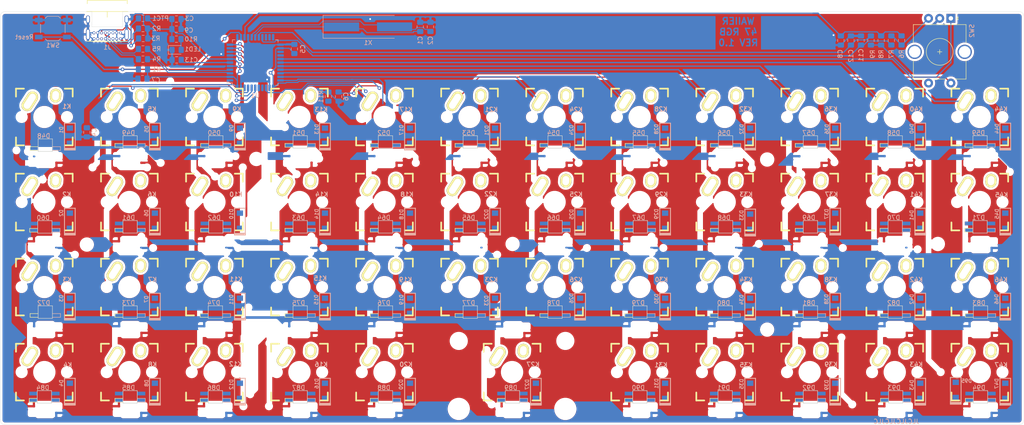
<source format=kicad_pcb>
(kicad_pcb (version 20171130) (host pcbnew "(5.1.0)-1")
  (layers (0 F.Cu signal) (31 B.Cu signal) (34 B.Paste user) (35 F.Paste user) (36 B.SilkS user) (37 F.SilkS user) (38 B.Mask user) (39 F.Mask user) (44 Edge.Cuts user))
  (net 0 "")
  (net 1 5V)
  (net 2 /ENCODER_BOUT)
  (net 3 /ENCODER_AOUT)
  (net 4 /ROW0)
  (net 5 "Net-(D1-Pad2)")
  (net 6 /ROW1)
  (net 7 "Net-(D2-Pad2)")
  (net 8 /ROW2)
  (net 9 "Net-(D3-Pad2)")
  (net 10 /ROW3)
  (net 11 "Net-(D4-Pad2)")
  (net 12 "Net-(D5-Pad2)")
  (net 13 "Net-(D6-Pad2)")
  (net 14 "Net-(D7-Pad2)")
  (net 15 "Net-(D8-Pad2)")
  (net 16 "Net-(D9-Pad2)")
  (net 17 "Net-(D10-Pad2)")
  (net 18 "Net-(D11-Pad2)")
  (net 19 "Net-(D12-Pad2)")
  (net 20 "Net-(D13-Pad2)")
  (net 21 "Net-(D14-Pad2)")
  (net 22 "Net-(D15-Pad2)")
  (net 23 "Net-(D16-Pad2)")
  (net 24 "Net-(D17-Pad2)")
  (net 25 "Net-(D18-Pad2)")
  (net 26 "Net-(D19-Pad2)")
  (net 27 "Net-(D20-Pad2)")
  (net 28 "Net-(D21-Pad2)")
  (net 29 "Net-(D22-Pad2)")
  (net 30 "Net-(D23-Pad2)")
  (net 31 "Net-(D24-Pad2)")
  (net 32 "Net-(D25-Pad2)")
  (net 33 "Net-(D26-Pad2)")
  (net 34 "Net-(D27-Pad2)")
  (net 35 "Net-(D28-Pad2)")
  (net 36 "Net-(D29-Pad2)")
  (net 37 "Net-(D30-Pad2)")
  (net 38 "Net-(D31-Pad2)")
  (net 39 "Net-(D32-Pad2)")
  (net 40 "Net-(D33-Pad2)")
  (net 41 "Net-(D34-Pad2)")
  (net 42 "Net-(D35-Pad2)")
  (net 43 "Net-(D36-Pad2)")
  (net 44 "Net-(D37-Pad2)")
  (net 45 "Net-(D38-Pad2)")
  (net 46 "Net-(D39-Pad2)")
  (net 47 "Net-(D40-Pad2)")
  (net 48 "Net-(D41-Pad2)")
  (net 49 "Net-(D42-Pad2)")
  (net 50 "Net-(D43-Pad2)")
  (net 51 "Net-(D44-Pad2)")
  (net 52 "Net-(D46-Pad2)")
  (net 53 "Net-(D48-Pad4)")
  (net 54 /RGB)
  (net 55 "Net-(D49-Pad4)")
  (net 56 "Net-(D50-Pad4)")
  (net 57 "Net-(D51-Pad4)")
  (net 58 "Net-(D52-Pad4)")
  (net 59 "Net-(D54-Pad4)")
  (net 60 "Net-(D56-Pad4)")
  (net 61 "Net-(D58-Pad4)")
  (net 62 "Net-(D60-Pad4)")
  (net 63 "Net-(D61-Pad2)")
  (net 64 "Net-(D63-Pad2)")
  (net 65 "Net-(D65-Pad2)")
  (net 66 "Net-(D67-Pad2)")
  (net 67 "Net-(D69-Pad2)")
  (net 68 "Net-(D73-Pad4)")
  (net 69 "Net-(D75-Pad4)")
  (net 70 "Net-(D77-Pad4)")
  (net 71 "Net-(D79-Pad4)")
  (net 72 "Net-(D81-Pad4)")
  (net 73 "Net-(D83-Pad4)")
  (net 74 "Net-(D84-Pad2)")
  (net 75 "Net-(D86-Pad2)")
  (net 76 "Net-(D88-Pad2)")
  (net 77 "Net-(D90-Pad2)")
  (net 78 /ENCODER_S1)
  (net 79 "Net-(J1-PadA5)")
  (net 80 VCC)
  (net 81 "Net-(J1-PadA8)")
  (net 82 "Net-(J1-PadB8)")
  (net 83 "Net-(J1-PadB5)")
  (net 84 /COL0)
  (net 85 /COL1)
  (net 86 /COL2)
  (net 87 /COL3)
  (net 88 /COL4)
  (net 89 /COL5)
  (net 90 /COL6)
  (net 91 /COL7)
  (net 92 /COL8)
  (net 93 /COL9)
  (net 94 /COL10)
  (net 95 /COL11)
  (net 96 "Net-(LED1-Pad2)")
  (net 97 /RESET)
  (net 98 /D-)
  (net 99 /D+)
  (net 100 /ENCODER_B)
  (net 101 /ENCODER_A)
  (net 102 "Net-(U1-Pad42)")
  (net 103 "Net-(U1-Pad26)")
  (net 104 "Net-(U1-Pad22)")
  (net 105 "Net-(U1-Pad21)")
  (net 106 "Net-(U1-Pad20)")
  (net 107 "Net-(U1-Pad12)")
  (net 108 "Net-(R11-Pad2)")
  (net 109 GND)
  (net 110 "Net-(D53-Pad4)")
  (net 111 "Net-(D55-Pad4)")
  (net 112 "Net-(D57-Pad4)")
  (net 113 "Net-(D59-Pad4)")
  (net 114 "Net-(D60-Pad2)")
  (net 115 "Net-(D62-Pad2)")
  (net 116 "Net-(D64-Pad2)")
  (net 117 "Net-(D66-Pad2)")
  (net 118 "Net-(D68-Pad2)")
  (net 119 "Net-(D70-Pad2)")
  (net 120 "Net-(D72-Pad4)")
  (net 121 "Net-(D74-Pad4)")
  (net 122 "Net-(D78-Pad4)")
  (net 123 "Net-(D80-Pad4)")
  (net 124 "Net-(D82-Pad4)")
  (net 125 "Net-(D85-Pad2)")
  (net 126 "Net-(D87-Pad2)")
  (net 127 "Net-(D89-Pad2)")
  (net 128 "Net-(D91-Pad2)")
  (net 129 "Net-(D92-Pad2)")
  (net 130 "Net-(D45-Pad2)")
  (net 131 "Net-(D47-Pad2)")
  (net 132 /XTAL_P)
  (net 133 /XTAL_N)
  (net 134 "Net-(U1-Pad25)")
  (net 135 "Net-(J1-PadA6)")
  (net 136 "Net-(J1-PadA7)")
  (net 137 "Net-(C13-Pad1)")
  (net 138 "Net-(D76-Pad2)")
  (net 139 "Net-(D84-Pad4)")
  (net 140 "Net-(D93-Pad2)")
  (net 141 "Net-(D94-Pad2)")
  (module keebs:Mx_Alps_100 (layer F.Cu) (at 112.395 56.007)
    (fp_text reference K18 (at 5.0292 -1.7018) (layer B.SilkS) (effects (font (thickness 0.2)) (justify mirror)))
    (fp_text value KEYSW hide)
    (pad 2 thru_hole oval (at 2.52 -4.79 356.1) (size 2.5 3.08) (drill oval 1.5 2.08) (layers *.Cu *.Mask F.SilkS) (net 25 "Net-(D18-Pad2)"))
    (pad 1 thru_hole oval (at -3.255 -3.52 327.5) (size 2.5 4.75) (drill oval 1.5 3.75) (layers *.Cu *.Mask F.SilkS) (net 88 /COL4))
    (pad "" np_thru_hole circle (at 5.08 0) (size 1.7018 1.7018) (drill 1.7018) (layers *.Cu *.Mask))
    (pad "" np_thru_hole circle (at -5.08 0) (size 1.7018 1.7018) (drill 1.7018) (layers *.Cu *.Mask))
    (pad "" np_thru_hole circle (at 0 0) (size 3.9878 3.9878) (drill 3.9878) (layers *.Cu *.Mask))
  )
  (module keebs:Mx_Alps_100 (layer F.Cu) (at 131.445 56.007)
    (fp_text reference K22 (at 4.7752 -1.8034) (layer B.SilkS) (effects (font (thickness 0.2)) (justify mirror)))
    (fp_text value KEYSW hide)
    (pad 2 thru_hole oval (at 2.52 -4.79 356.1) (size 2.5 3.08) (drill oval 1.5 2.08) (layers *.Cu *.Mask F.SilkS) (net 29 "Net-(D22-Pad2)"))
    (pad 1 thru_hole oval (at -3.255 -3.52 327.5) (size 2.5 4.75) (drill oval 1.5 3.75) (layers *.Cu *.Mask F.SilkS) (net 89 /COL5))
    (pad "" np_thru_hole circle (at 5.08 0) (size 1.7018 1.7018) (drill 1.7018) (layers *.Cu *.Mask))
    (pad "" np_thru_hole circle (at -5.08 0) (size 1.7018 1.7018) (drill 1.7018) (layers *.Cu *.Mask))
    (pad "" np_thru_hole circle (at 0 0) (size 3.9878 3.9878) (drill 3.9878) (layers *.Cu *.Mask))
  )
  (module MountingHole:MountingHole_2.2mm_M2_DIN965 (layer F.Cu) (at 45.6946 65.4812)
    (fp_text reference "" (at 0 -2.9) (layer F.SilkS))
    (fp_text value MountingHole_2.2mm_M2_DIN965)
    (pad 1 np_thru_hole circle (at 0 0) (size 2.2 2.2) (drill 2.2) (layers *.Cu *.Mask))
  )
  (module keebs:Mx_Alps_100 (layer F.Cu) (at 36.195 56.007)
    (fp_text reference K2 (at 5.0292 -1.7018) (layer B.SilkS) (effects (font (thickness 0.2)) (justify mirror)))
    (fp_text value KEYSW hide)
    (pad 2 thru_hole oval (at 2.52 -4.79 356.1) (size 2.5 3.08) (drill oval 1.5 2.08) (layers *.Cu *.Mask F.SilkS) (net 7 "Net-(D2-Pad2)"))
    (pad 1 thru_hole oval (at -3.255 -3.52 327.5) (size 2.5 4.75) (drill oval 1.5 3.75) (layers *.Cu *.Mask F.SilkS) (net 84 /COL0))
    (pad "" np_thru_hole circle (at 5.08 0) (size 1.7018 1.7018) (drill 1.7018) (layers *.Cu *.Mask))
    (pad "" np_thru_hole circle (at -5.08 0) (size 1.7018 1.7018) (drill 1.7018) (layers *.Cu *.Mask))
    (pad "" np_thru_hole circle (at 0 0) (size 3.9878 3.9878) (drill 3.9878) (layers *.Cu *.Mask))
  )
  (module keebs:Mx_Alps_100 (layer F.Cu) (at 36.195 36.957)
    (fp_text reference K1 (at 5.0292 -2.3622) (layer B.SilkS) (effects (font (thickness 0.2)) (justify mirror)))
    (fp_text value KEYSW hide)
    (pad 2 thru_hole oval (at 2.52 -4.79 356.1) (size 2.5 3.08) (drill oval 1.5 2.08) (layers *.Cu *.Mask F.SilkS) (net 5 "Net-(D1-Pad2)"))
    (pad 1 thru_hole oval (at -3.255 -3.52 327.5) (size 2.5 4.75) (drill oval 1.5 3.75) (layers *.Cu *.Mask F.SilkS) (net 84 /COL0))
    (pad "" np_thru_hole circle (at 5.08 0) (size 1.7018 1.7018) (drill 1.7018) (layers *.Cu *.Mask))
    (pad "" np_thru_hole circle (at -5.08 0) (size 1.7018 1.7018) (drill 1.7018) (layers *.Cu *.Mask))
    (pad "" np_thru_hole circle (at 0 0) (size 3.9878 3.9878) (drill 3.9878) (layers *.Cu *.Mask))
  )
  (module Capacitor_SMD:C_0805_2012Metric_Pad1.15x1.40mm_HandSolder (layer B.Cu) (at 120.396 16.764 270)
    (fp_text reference C1 (at 3.048 0 270) (layer B.SilkS) (effects (justify mirror)))
    (fp_text value 22p)
    (pad 2 smd roundrect (at 1.025 0 270) (size 1.15 1.4) (layers B.Cu B.Paste B.Mask) (roundrect_rratio 0.217391) (net 132 /XTAL_P))
    (pad 1 smd roundrect (at -1.025 0 270) (size 1.15 1.4) (layers B.Cu B.Paste B.Mask) (roundrect_rratio 0.217391) (net 109 GND))
  )
  (module Capacitor_SMD:C_0805_2012Metric_Pad1.15x1.40mm_HandSolder (layer B.Cu) (at 122.682 16.764 270)
    (fp_text reference C2 (at 3.048 0 90) (layer B.SilkS) (effects (justify mirror)))
    (fp_text value 22p)
    (pad 2 smd roundrect (at 1.025 0 270) (size 1.15 1.4) (layers B.Cu B.Paste B.Mask) (roundrect_rratio 0.217391) (net 133 /XTAL_N))
    (pad 1 smd roundrect (at -1.025 0 270) (size 1.15 1.4) (layers B.Cu B.Paste B.Mask) (roundrect_rratio 0.217391) (net 109 GND))
  )
  (module Capacitor_SMD:C_0805_2012Metric_Pad1.15x1.40mm_HandSolder (layer B.Cu) (at 65.786 15.018 180)
    (fp_text reference C3 (at -2.921 0.127 180) (layer B.SilkS) (effects (justify mirror)))
    (fp_text value 0.1u)
    (pad 2 smd roundrect (at 1.025 0 180) (size 1.15 1.4) (layers B.Cu B.Paste B.Mask) (roundrect_rratio 0.217391) (net 1 5V))
    (pad 1 smd roundrect (at -1.025 0 180) (size 1.15 1.4) (layers B.Cu B.Paste B.Mask) (roundrect_rratio 0.217391) (net 109 GND))
  )
  (module Capacitor_SMD:C_0805_2012Metric_Pad1.15x1.40mm_HandSolder (layer B.Cu) (at 45.72 40.386 90)
    (fp_text reference C4 (at 0 1.65 90) (layer B.SilkS) (effects (justify mirror)))
    (fp_text value 0.1u)
    (pad 2 smd roundrect (at 1.025 0 90) (size 1.15 1.4) (layers B.Cu B.Paste B.Mask) (roundrect_rratio 0.217391) (net 1 5V))
    (pad 1 smd roundrect (at -1.025 0 90) (size 1.15 1.4) (layers B.Cu B.Paste B.Mask) (roundrect_rratio 0.217391) (net 109 GND))
  )
  (module Capacitor_SMD:C_0805_2012Metric_Pad1.15x1.40mm_HandSolder (layer B.Cu) (at 92.202 21.717 270)
    (fp_text reference C5 (at 0 -1.905 270) (layer B.SilkS) (effects (justify mirror)))
    (fp_text value 0.1u)
    (pad 2 smd roundrect (at 1.025 0 270) (size 1.15 1.4) (layers B.Cu B.Paste B.Mask) (roundrect_rratio 0.217391) (net 1 5V))
    (pad 1 smd roundrect (at -1.025 0 270) (size 1.15 1.4) (layers B.Cu B.Paste B.Mask) (roundrect_rratio 0.217391) (net 109 GND))
  )
  (module Capacitor_SMD:C_0805_2012Metric_Pad1.15x1.40mm_HandSolder (layer B.Cu) (at 102.108 32.385 90)
    (fp_text reference C6 (at 0 1.65 90) (layer B.SilkS) (effects (justify mirror)))
    (fp_text value 0.1u)
    (pad 2 smd roundrect (at 1.025 0 90) (size 1.15 1.4) (layers B.Cu B.Paste B.Mask) (roundrect_rratio 0.217391) (net 1 5V))
    (pad 1 smd roundrect (at -1.025 0 90) (size 1.15 1.4) (layers B.Cu B.Paste B.Mask) (roundrect_rratio 0.217391) (net 109 GND))
  )
  (module keyboard_parts:D_SOD123 (layer B.Cu) (at 41.91 41.148 90)
    (fp_text reference D1 (at 1.27 -1.905 90) (layer B.SilkS) (effects (font (size 0.8 0.8)) (justify mirror)))
    (fp_text value D hide)
    (pad 1 smd rect (at -1.7 0 90) (size 1.2 1.4) (layers B.Cu B.Paste B.Mask) (net 4 /ROW0))
    (pad 2 smd rect (at 1.7 0 90) (size 1.2 1.4) (layers B.Cu B.Paste B.Mask) (net 5 "Net-(D1-Pad2)"))
  )
  (module keyboard_parts:D_SOD123 (layer B.Cu) (at 41.91 60.198 90)
    (fp_text reference D2 (at 1.7272 -1.925 90) (layer B.SilkS) (effects (font (size 0.8 0.8)) (justify mirror)))
    (fp_text value D hide)
    (pad 1 smd rect (at -1.7 0 90) (size 1.2 1.4) (layers B.Cu B.Paste B.Mask) (net 6 /ROW1))
    (pad 2 smd rect (at 1.7 0 90) (size 1.2 1.4) (layers B.Cu B.Paste B.Mask) (net 7 "Net-(D2-Pad2)"))
  )
  (module keyboard_parts:D_SOD123 (layer B.Cu) (at 41.91 79.248 90)
    (fp_text reference D3 (at 1.6764 -1.925 90) (layer B.SilkS) (effects (font (size 0.8 0.8)) (justify mirror)))
    (fp_text value D hide)
    (pad 1 smd rect (at -1.7 0 90) (size 1.2 1.4) (layers B.Cu B.Paste B.Mask) (net 8 /ROW2))
    (pad 2 smd rect (at 1.7 0 90) (size 1.2 1.4) (layers B.Cu B.Paste B.Mask) (net 9 "Net-(D3-Pad2)"))
  )
  (module keyboard_parts:D_SOD123 (layer B.Cu) (at 41.91 98.298 90)
    (fp_text reference D4 (at 1.7272 -1.905 90) (layer B.SilkS) (effects (font (size 0.8 0.8)) (justify mirror)))
    (fp_text value D hide)
    (pad 1 smd rect (at -1.7 0 90) (size 1.2 1.4) (layers B.Cu B.Paste B.Mask) (net 10 /ROW3))
    (pad 2 smd rect (at 1.7 0 90) (size 1.2 1.4) (layers B.Cu B.Paste B.Mask) (net 11 "Net-(D4-Pad2)"))
  )
  (module keyboard_parts:D_SOD123 (layer B.Cu) (at 60.96 41.148 90)
    (fp_text reference D5 (at 1.4732 -1.8542 90) (layer B.SilkS) (effects (font (size 0.8 0.8)) (justify mirror)))
    (fp_text value D hide)
    (pad 1 smd rect (at -1.7 0 90) (size 1.2 1.4) (layers B.Cu B.Paste B.Mask) (net 4 /ROW0))
    (pad 2 smd rect (at 1.7 0 90) (size 1.2 1.4) (layers B.Cu B.Paste B.Mask) (net 12 "Net-(D5-Pad2)"))
  )
  (module keyboard_parts:D_SOD123 (layer B.Cu) (at 60.96 60.198 90)
    (fp_text reference D6 (at 1.7272 -1.925 90) (layer B.SilkS) (effects (font (size 0.8 0.8)) (justify mirror)))
    (fp_text value D hide)
    (pad 1 smd rect (at -1.7 0 90) (size 1.2 1.4) (layers B.Cu B.Paste B.Mask) (net 6 /ROW1))
    (pad 2 smd rect (at 1.7 0 90) (size 1.2 1.4) (layers B.Cu B.Paste B.Mask) (net 13 "Net-(D6-Pad2)"))
  )
  (module keyboard_parts:D_SOD123 (layer B.Cu) (at 60.96 79.248 90)
    (fp_text reference D7 (at 1.4732 -1.925 90) (layer B.SilkS) (effects (font (size 0.8 0.8)) (justify mirror)))
    (fp_text value D hide)
    (pad 1 smd rect (at -1.7 0 90) (size 1.2 1.4) (layers B.Cu B.Paste B.Mask) (net 8 /ROW2))
    (pad 2 smd rect (at 1.7 0 90) (size 1.2 1.4) (layers B.Cu B.Paste B.Mask) (net 14 "Net-(D7-Pad2)"))
  )
  (module keyboard_parts:D_SOD123 (layer B.Cu) (at 60.96 98.298 90)
    (fp_text reference D8 (at 1.7272 -1.8542 90) (layer B.SilkS) (effects (font (size 0.8 0.8)) (justify mirror)))
    (fp_text value D hide)
    (pad 1 smd rect (at -1.7 0 90) (size 1.2 1.4) (layers B.Cu B.Paste B.Mask) (net 10 /ROW3))
    (pad 2 smd rect (at 1.7 0 90) (size 1.2 1.4) (layers B.Cu B.Paste B.Mask) (net 15 "Net-(D8-Pad2)"))
  )
  (module keyboard_parts:D_SOD123 (layer B.Cu) (at 80.01 41.148 90)
    (fp_text reference D9 (at 1.6764 -1.925 90) (layer B.SilkS) (effects (font (size 0.8 0.8)) (justify mirror)))
    (fp_text value D hide)
    (pad 1 smd rect (at -1.7 0 90) (size 1.2 1.4) (layers B.Cu B.Paste B.Mask) (net 4 /ROW0))
    (pad 2 smd rect (at 1.7 0 90) (size 1.2 1.4) (layers B.Cu B.Paste B.Mask) (net 16 "Net-(D9-Pad2)"))
  )
  (module keyboard_parts:D_SOD123 (layer B.Cu) (at 80.01 60.198 90)
    (fp_text reference D10 (at 1.524 -1.925 90) (layer B.SilkS) (effects (font (size 0.8 0.8)) (justify mirror)))
    (fp_text value D hide)
    (pad 1 smd rect (at -1.7 0 90) (size 1.2 1.4) (layers B.Cu B.Paste B.Mask) (net 6 /ROW1))
    (pad 2 smd rect (at 1.7 0 90) (size 1.2 1.4) (layers B.Cu B.Paste B.Mask) (net 17 "Net-(D10-Pad2)"))
  )
  (module keyboard_parts:D_SOD123 (layer B.Cu) (at 80.01 79.248 90)
    (fp_text reference D11 (at 1.3716 -1.925 90) (layer B.SilkS) (effects (font (size 0.8 0.8)) (justify mirror)))
    (fp_text value D hide)
    (pad 1 smd rect (at -1.7 0 90) (size 1.2 1.4) (layers B.Cu B.Paste B.Mask) (net 8 /ROW2))
    (pad 2 smd rect (at 1.7 0 90) (size 1.2 1.4) (layers B.Cu B.Paste B.Mask) (net 18 "Net-(D11-Pad2)"))
  )
  (module keyboard_parts:D_SOD123 (layer B.Cu) (at 80.01 98.298 90)
    (fp_text reference D12 (at 1.4224 -1.905 90) (layer B.SilkS) (effects (font (size 0.8 0.8)) (justify mirror)))
    (fp_text value D hide)
    (pad 1 smd rect (at -1.7 0 90) (size 1.2 1.4) (layers B.Cu B.Paste B.Mask) (net 10 /ROW3))
    (pad 2 smd rect (at 1.7 0 90) (size 1.2 1.4) (layers B.Cu B.Paste B.Mask) (net 19 "Net-(D12-Pad2)"))
  )
  (module keyboard_parts:D_SOD123 (layer B.Cu) (at 99.06 41.148 90)
    (fp_text reference D13 (at 1.4732 -1.8542 90) (layer B.SilkS) (effects (font (size 0.8 0.8)) (justify mirror)))
    (fp_text value D hide)
    (pad 1 smd rect (at -1.7 0 90) (size 1.2 1.4) (layers B.Cu B.Paste B.Mask) (net 4 /ROW0))
    (pad 2 smd rect (at 1.7 0 90) (size 1.2 1.4) (layers B.Cu B.Paste B.Mask) (net 20 "Net-(D13-Pad2)"))
  )
  (module keyboard_parts:D_SOD123 (layer B.Cu) (at 99.06 60.198 90)
    (fp_text reference D14 (at 1.524 -1.8542 90) (layer B.SilkS) (effects (font (size 0.8 0.8)) (justify mirror)))
    (fp_text value D hide)
    (pad 1 smd rect (at -1.7 0 90) (size 1.2 1.4) (layers B.Cu B.Paste B.Mask) (net 6 /ROW1))
    (pad 2 smd rect (at 1.7 0 90) (size 1.2 1.4) (layers B.Cu B.Paste B.Mask) (net 21 "Net-(D14-Pad2)"))
  )
  (module keyboard_parts:D_SOD123 (layer B.Cu) (at 99.06 79.248 90)
    (fp_text reference D15 (at 1.3716 -1.9558 90) (layer B.SilkS) (effects (font (size 0.8 0.8)) (justify mirror)))
    (fp_text value D hide)
    (pad 1 smd rect (at -1.7 0 90) (size 1.2 1.4) (layers B.Cu B.Paste B.Mask) (net 8 /ROW2))
    (pad 2 smd rect (at 1.7 0 90) (size 1.2 1.4) (layers B.Cu B.Paste B.Mask) (net 22 "Net-(D15-Pad2)"))
  )
  (module keyboard_parts:D_SOD123 (layer B.Cu) (at 99.06 98.298 90)
    (fp_text reference D16 (at 1.6256 -1.8542 90) (layer B.SilkS) (effects (font (size 0.8 0.8)) (justify mirror)))
    (fp_text value D hide)
    (pad 1 smd rect (at -1.7 0 90) (size 1.2 1.4) (layers B.Cu B.Paste B.Mask) (net 10 /ROW3))
    (pad 2 smd rect (at 1.7 0 90) (size 1.2 1.4) (layers B.Cu B.Paste B.Mask) (net 23 "Net-(D16-Pad2)"))
  )
  (module keyboard_parts:D_SOD123 (layer B.Cu) (at 118.11 41.148 90)
    (fp_text reference D17 (at 1.27 -1.925 90) (layer B.SilkS) (effects (font (size 0.8 0.8)) (justify mirror)))
    (fp_text value D hide)
    (pad 1 smd rect (at -1.7 0 90) (size 1.2 1.4) (layers B.Cu B.Paste B.Mask) (net 4 /ROW0))
    (pad 2 smd rect (at 1.7 0 90) (size 1.2 1.4) (layers B.Cu B.Paste B.Mask) (net 24 "Net-(D17-Pad2)"))
  )
  (module keyboard_parts:D_SOD123 (layer B.Cu) (at 118.11 60.198 90)
    (fp_text reference D18 (at 1.4224 -1.905 90) (layer B.SilkS) (effects (font (size 0.8 0.8)) (justify mirror)))
    (fp_text value D hide)
    (pad 1 smd rect (at -1.7 0 90) (size 1.2 1.4) (layers B.Cu B.Paste B.Mask) (net 6 /ROW1))
    (pad 2 smd rect (at 1.7 0 90) (size 1.2 1.4) (layers B.Cu B.Paste B.Mask) (net 25 "Net-(D18-Pad2)"))
  )
  (module keyboard_parts:D_SOD123 (layer B.Cu) (at 118.11 79.248 90)
    (fp_text reference D19 (at 1.3716 -1.925 90) (layer B.SilkS) (effects (font (size 0.8 0.8)) (justify mirror)))
    (fp_text value D hide)
    (pad 1 smd rect (at -1.7 0 90) (size 1.2 1.4) (layers B.Cu B.Paste B.Mask) (net 8 /ROW2))
    (pad 2 smd rect (at 1.7 0 90) (size 1.2 1.4) (layers B.Cu B.Paste B.Mask) (net 26 "Net-(D19-Pad2)"))
  )
  (module keyboard_parts:D_SOD123 (layer B.Cu) (at 118.11 98.298 90)
    (fp_text reference D20 (at 1.4224 -2.0066 90) (layer B.SilkS) (effects (font (size 0.8 0.8)) (justify mirror)))
    (fp_text value D hide)
    (pad 1 smd rect (at -1.7 0 90) (size 1.2 1.4) (layers B.Cu B.Paste B.Mask) (net 10 /ROW3))
    (pad 2 smd rect (at 1.7 0 90) (size 1.2 1.4) (layers B.Cu B.Paste B.Mask) (net 27 "Net-(D20-Pad2)"))
  )
  (module keyboard_parts:D_SOD123 (layer B.Cu) (at 137.16 41.148 90)
    (fp_text reference D21 (at 1.1684 -1.8542 90) (layer B.SilkS) (effects (font (size 0.8 0.8)) (justify mirror)))
    (fp_text value D hide)
    (pad 1 smd rect (at -1.7 0 90) (size 1.2 1.4) (layers B.Cu B.Paste B.Mask) (net 4 /ROW0))
    (pad 2 smd rect (at 1.7 0 90) (size 1.2 1.4) (layers B.Cu B.Paste B.Mask) (net 28 "Net-(D21-Pad2)"))
  )
  (module keyboard_parts:D_SOD123 (layer B.Cu) (at 137.16 60.198 90)
    (fp_text reference D22 (at 1.4224 -1.925 90) (layer B.SilkS) (effects (font (size 0.8 0.8)) (justify mirror)))
    (fp_text value D hide)
    (pad 1 smd rect (at -1.7 0 90) (size 1.2 1.4) (layers B.Cu B.Paste B.Mask) (net 6 /ROW1))
    (pad 2 smd rect (at 1.7 0 90) (size 1.2 1.4) (layers B.Cu B.Paste B.Mask) (net 29 "Net-(D22-Pad2)"))
  )
  (module keyboard_parts:D_SOD123 (layer B.Cu) (at 137.16 79.248 90)
    (fp_text reference D23 (at 1.1684 -1.925 90) (layer B.SilkS) (effects (font (size 0.8 0.8)) (justify mirror)))
    (fp_text value D hide)
    (pad 1 smd rect (at -1.7 0 90) (size 1.2 1.4) (layers B.Cu B.Paste B.Mask) (net 8 /ROW2))
    (pad 2 smd rect (at 1.7 0 90) (size 1.2 1.4) (layers B.Cu B.Paste B.Mask) (net 30 "Net-(D23-Pad2)"))
  )
  (module keyboard_parts:D_SOD123 (layer B.Cu) (at 156.21 41.148 90)
    (fp_text reference D24 (at 1.27 -1.925 90) (layer B.SilkS) (effects (font (size 0.8 0.8)) (justify mirror)))
    (fp_text value D hide)
    (pad 1 smd rect (at -1.7 0 90) (size 1.2 1.4) (layers B.Cu B.Paste B.Mask) (net 4 /ROW0))
    (pad 2 smd rect (at 1.7 0 90) (size 1.2 1.4) (layers B.Cu B.Paste B.Mask) (net 31 "Net-(D24-Pad2)"))
  )
  (module keyboard_parts:D_SOD123 (layer B.Cu) (at 156.21 60.198 90)
    (fp_text reference D25 (at 1.4224 -1.905 90) (layer B.SilkS) (effects (font (size 0.8 0.8)) (justify mirror)))
    (fp_text value D hide)
    (pad 1 smd rect (at -1.7 0 90) (size 1.2 1.4) (layers B.Cu B.Paste B.Mask) (net 6 /ROW1))
    (pad 2 smd rect (at 1.7 0 90) (size 1.2 1.4) (layers B.Cu B.Paste B.Mask) (net 32 "Net-(D25-Pad2)"))
  )
  (module keyboard_parts:D_SOD123 (layer B.Cu) (at 156.21 79.248 90)
    (fp_text reference D26 (at 1.6764 -1.925 90) (layer B.SilkS) (effects (font (size 0.8 0.8)) (justify mirror)))
    (fp_text value D hide)
    (pad 1 smd rect (at -1.7 0 90) (size 1.2 1.4) (layers B.Cu B.Paste B.Mask) (net 8 /ROW2))
    (pad 2 smd rect (at 1.7 0 90) (size 1.2 1.4) (layers B.Cu B.Paste B.Mask) (net 33 "Net-(D26-Pad2)"))
  )
  (module keyboard_parts:D_SOD123 (layer B.Cu) (at 146.304 98.298 90)
    (fp_text reference D27 (at 1.4224 -1.9558 90) (layer B.SilkS) (effects (font (size 0.8 0.8)) (justify mirror)))
    (fp_text value D hide)
    (pad 1 smd rect (at -1.7 0 90) (size 1.2 1.4) (layers B.Cu B.Paste B.Mask) (net 10 /ROW3))
    (pad 2 smd rect (at 1.7 0 90) (size 1.2 1.4) (layers B.Cu B.Paste B.Mask) (net 34 "Net-(D27-Pad2)"))
  )
  (module keyboard_parts:D_SOD123 (layer B.Cu) (at 175.26 41.148 90)
    (fp_text reference D28 (at 1.4732 -1.9558 90) (layer B.SilkS) (effects (font (size 0.8 0.8)) (justify mirror)))
    (fp_text value D hide)
    (pad 1 smd rect (at -1.7 0 90) (size 1.2 1.4) (layers B.Cu B.Paste B.Mask) (net 4 /ROW0))
    (pad 2 smd rect (at 1.7 0 90) (size 1.2 1.4) (layers B.Cu B.Paste B.Mask) (net 35 "Net-(D28-Pad2)"))
  )
  (module keyboard_parts:D_SOD123 (layer B.Cu) (at 175.26 60.198 90)
    (fp_text reference D29 (at 1.524 -1.9558 90) (layer B.SilkS) (effects (font (size 0.8 0.8)) (justify mirror)))
    (fp_text value D hide)
    (pad 1 smd rect (at -1.7 0 90) (size 1.2 1.4) (layers B.Cu B.Paste B.Mask) (net 6 /ROW1))
    (pad 2 smd rect (at 1.7 0 90) (size 1.2 1.4) (layers B.Cu B.Paste B.Mask) (net 36 "Net-(D29-Pad2)"))
  )
  (module keyboard_parts:D_SOD123 (layer B.Cu) (at 175.26 79.248 90)
    (fp_text reference D30 (at 1.5748 -1.925 90) (layer B.SilkS) (effects (font (size 0.8 0.8)) (justify mirror)))
    (fp_text value D hide)
    (pad 1 smd rect (at -1.7 0 90) (size 1.2 1.4) (layers B.Cu B.Paste B.Mask) (net 8 /ROW2))
    (pad 2 smd rect (at 1.7 0 90) (size 1.2 1.4) (layers B.Cu B.Paste B.Mask) (net 37 "Net-(D30-Pad2)"))
  )
  (module keyboard_parts:D_SOD123 (layer B.Cu) (at 175.26 98.298 90)
    (fp_text reference D31 (at 1.6256 -1.925 90) (layer B.SilkS) (effects (font (size 0.8 0.8)) (justify mirror)))
    (fp_text value D hide)
    (pad 1 smd rect (at -1.7 0 90) (size 1.2 1.4) (layers B.Cu B.Paste B.Mask) (net 10 /ROW3))
    (pad 2 smd rect (at 1.7 0 90) (size 1.2 1.4) (layers B.Cu B.Paste B.Mask) (net 38 "Net-(D31-Pad2)"))
  )
  (module keyboard_parts:D_SOD123 (layer B.Cu) (at 194.31 41.148 90)
    (fp_text reference D32 (at 1.4732 -1.905 90) (layer B.SilkS) (effects (font (size 0.8 0.8)) (justify mirror)))
    (fp_text value D hide)
    (pad 1 smd rect (at -1.7 0 90) (size 1.2 1.4) (layers B.Cu B.Paste B.Mask) (net 4 /ROW0))
    (pad 2 smd rect (at 1.7 0 90) (size 1.2 1.4) (layers B.Cu B.Paste B.Mask) (net 39 "Net-(D32-Pad2)"))
  )
  (module keyboard_parts:D_SOD123 (layer B.Cu) (at 194.31 60.403 90)
    (fp_text reference D33 (at 1.4242 -1.925 90) (layer B.SilkS) (effects (font (size 0.8 0.8)) (justify mirror)))
    (fp_text value D hide)
    (pad 1 smd rect (at -1.7 0 90) (size 1.2 1.4) (layers B.Cu B.Paste B.Mask) (net 6 /ROW1))
    (pad 2 smd rect (at 1.7 0 90) (size 1.2 1.4) (layers B.Cu B.Paste B.Mask) (net 40 "Net-(D33-Pad2)"))
  )
  (module keyboard_parts:D_SOD123 (layer B.Cu) (at 194.31 79.248 90)
    (fp_text reference D34 (at 1.3716 -1.925 90) (layer B.SilkS) (effects (font (size 0.8 0.8)) (justify mirror)))
    (fp_text value D hide)
    (pad 1 smd rect (at -1.7 0 90) (size 1.2 1.4) (layers B.Cu B.Paste B.Mask) (net 8 /ROW2))
    (pad 2 smd rect (at 1.7 0 90) (size 1.2 1.4) (layers B.Cu B.Paste B.Mask) (net 41 "Net-(D34-Pad2)"))
  )
  (module keyboard_parts:D_SOD123 (layer B.Cu) (at 194.31 98.298 90)
    (fp_text reference D35 (at 1.524 -1.925 90) (layer B.SilkS) (effects (font (size 0.8 0.8)) (justify mirror)))
    (fp_text value D hide)
    (pad 1 smd rect (at -1.7 0 90) (size 1.2 1.4) (layers B.Cu B.Paste B.Mask) (net 10 /ROW3))
    (pad 2 smd rect (at 1.7 0 90) (size 1.2 1.4) (layers B.Cu B.Paste B.Mask) (net 42 "Net-(D35-Pad2)"))
  )
  (module keyboard_parts:D_SOD123 (layer B.Cu) (at 213.36 41.148 90)
    (fp_text reference D36 (at 1.4732 -1.8542 90) (layer B.SilkS) (effects (font (size 0.8 0.8)) (justify mirror)))
    (fp_text value D hide)
    (pad 1 smd rect (at -1.7 0 90) (size 1.2 1.4) (layers B.Cu B.Paste B.Mask) (net 4 /ROW0))
    (pad 2 smd rect (at 1.7 0 90) (size 1.2 1.4) (layers B.Cu B.Paste B.Mask) (net 43 "Net-(D36-Pad2)"))
  )
  (module keyboard_parts:D_SOD123 (layer B.Cu) (at 213.36 60.198 90)
    (fp_text reference D37 (at 1.524 -1.925 90) (layer B.SilkS) (effects (font (size 0.8 0.8)) (justify mirror)))
    (fp_text value D hide)
    (pad 1 smd rect (at -1.7 0 90) (size 1.2 1.4) (layers B.Cu B.Paste B.Mask) (net 6 /ROW1))
    (pad 2 smd rect (at 1.7 0 90) (size 1.2 1.4) (layers B.Cu B.Paste B.Mask) (net 44 "Net-(D37-Pad2)"))
  )
  (module keyboard_parts:D_SOD123 (layer B.Cu) (at 213.36 79.248 90)
    (fp_text reference D38 (at 1.4732 -1.9558 90) (layer B.SilkS) (effects (font (size 0.8 0.8)) (justify mirror)))
    (fp_text value D hide)
    (pad 1 smd rect (at -1.7 0 90) (size 1.2 1.4) (layers B.Cu B.Paste B.Mask) (net 8 /ROW2))
    (pad 2 smd rect (at 1.7 0 90) (size 1.2 1.4) (layers B.Cu B.Paste B.Mask) (net 45 "Net-(D38-Pad2)"))
  )
  (module keyboard_parts:D_SOD123 (layer B.Cu) (at 213.36 98.298 90)
    (fp_text reference D39 (at 1.3208 -1.925 90) (layer B.SilkS) (effects (font (size 0.8 0.8)) (justify mirror)))
    (fp_text value D hide)
    (pad 1 smd rect (at -1.7 0 90) (size 1.2 1.4) (layers B.Cu B.Paste B.Mask) (net 10 /ROW3))
    (pad 2 smd rect (at 1.7 0 90) (size 1.2 1.4) (layers B.Cu B.Paste B.Mask) (net 46 "Net-(D39-Pad2)"))
  )
  (module keyboard_parts:D_SOD123 (layer B.Cu) (at 232.41 41.148 90)
    (fp_text reference D40 (at 1.5748 -1.905 90) (layer B.SilkS) (effects (font (size 0.8 0.8)) (justify mirror)))
    (fp_text value D hide)
    (pad 1 smd rect (at -1.7 0 90) (size 1.2 1.4) (layers B.Cu B.Paste B.Mask) (net 4 /ROW0))
    (pad 2 smd rect (at 1.7 0 90) (size 1.2 1.4) (layers B.Cu B.Paste B.Mask) (net 47 "Net-(D40-Pad2)"))
  )
  (module keyboard_parts:D_SOD123 (layer B.Cu) (at 232.41 60.198 90)
    (fp_text reference D41 (at 1.2192 -1.925 90) (layer B.SilkS) (effects (font (size 0.8 0.8)) (justify mirror)))
    (fp_text value D hide)
    (pad 1 smd rect (at -1.7 0 90) (size 1.2 1.4) (layers B.Cu B.Paste B.Mask) (net 6 /ROW1))
    (pad 2 smd rect (at 1.7 0 90) (size 1.2 1.4) (layers B.Cu B.Paste B.Mask) (net 48 "Net-(D41-Pad2)"))
  )
  (module keyboard_parts:D_SOD123 (layer B.Cu) (at 232.41 79.248 90)
    (fp_text reference D42 (at 1.4732 -1.905 90) (layer B.SilkS) (effects (font (size 0.8 0.8)) (justify mirror)))
    (fp_text value D hide)
    (pad 1 smd rect (at -1.7 0 90) (size 1.2 1.4) (layers B.Cu B.Paste B.Mask) (net 8 /ROW2))
    (pad 2 smd rect (at 1.7 0 90) (size 1.2 1.4) (layers B.Cu B.Paste B.Mask) (net 49 "Net-(D42-Pad2)"))
  )
  (module keyboard_parts:D_SOD123 (layer B.Cu) (at 232.41 98.298 90)
    (fp_text reference D43 (at 1.3208 -1.905 90) (layer B.SilkS) (effects (font (size 0.8 0.8)) (justify mirror)))
    (fp_text value D hide)
    (pad 1 smd rect (at -1.7 0 90) (size 1.2 1.4) (layers B.Cu B.Paste B.Mask) (net 10 /ROW3))
    (pad 2 smd rect (at 1.7 0 90) (size 1.2 1.4) (layers B.Cu B.Paste B.Mask) (net 50 "Net-(D43-Pad2)"))
  )
  (module keyboard_parts:D_SOD123 (layer B.Cu) (at 251.46 41.148 90)
    (fp_text reference D44 (at 1.5748 -1.8542 90) (layer B.SilkS) (effects (font (size 0.8 0.8)) (justify mirror)))
    (fp_text value D hide)
    (pad 1 smd rect (at -1.7 0 90) (size 1.2 1.4) (layers B.Cu B.Paste B.Mask) (net 4 /ROW0))
    (pad 2 smd rect (at 1.7 0 90) (size 1.2 1.4) (layers B.Cu B.Paste B.Mask) (net 51 "Net-(D44-Pad2)"))
  )
  (module keyboard_parts:D_SOD123 (layer B.Cu) (at 251.46 60.198 90)
    (fp_text reference D45 (at 1.524 -1.8542 90) (layer B.SilkS) (effects (font (size 0.8 0.8)) (justify mirror)))
    (fp_text value D hide)
    (pad 1 smd rect (at -1.7 0 90) (size 1.2 1.4) (layers B.Cu B.Paste B.Mask) (net 6 /ROW1))
    (pad 2 smd rect (at 1.7 0 90) (size 1.2 1.4) (layers B.Cu B.Paste B.Mask) (net 130 "Net-(D45-Pad2)"))
  )
  (module keyboard_parts:D_SOD123 (layer B.Cu) (at 251.46 79.248 90)
    (fp_text reference D46 (at 1.4732 -1.9558 90) (layer B.SilkS) (effects (font (size 0.8 0.8)) (justify mirror)))
    (fp_text value D hide)
    (pad 1 smd rect (at -1.7 0 90) (size 1.2 1.4) (layers B.Cu B.Paste B.Mask) (net 8 /ROW2))
    (pad 2 smd rect (at 1.7 0 90) (size 1.2 1.4) (layers B.Cu B.Paste B.Mask) (net 52 "Net-(D46-Pad2)"))
  )
  (module keyboard_parts:D_SOD123 (layer B.Cu) (at 251.46 98.298 90)
    (fp_text reference D47 (at 1.6256 -1.925 90) (layer B.SilkS) (effects (font (size 0.8 0.8)) (justify mirror)))
    (fp_text value D hide)
    (pad 1 smd rect (at -1.7 0 90) (size 1.2 1.4) (layers B.Cu B.Paste B.Mask) (net 10 /ROW3))
    (pad 2 smd rect (at 1.7 0 90) (size 1.2 1.4) (layers B.Cu B.Paste B.Mask) (net 131 "Net-(D47-Pad2)"))
  )
  (module Type-C:USB_C_GCT_USB4085 (layer F.Cu) (at 50.292 13.335 180)
    (fp_text reference J1 (at 0 -8.001 180) (layer B.SilkS) (effects (justify mirror)))
    (fp_text value USB_C_Receptacle_USB2.0)
    (pad A5 thru_hole circle (at -1.275 -6.1 180) (size 0.65 0.65) (drill 0.4) (layers *.Cu *.Mask) (net 79 "Net-(J1-PadA5)"))
    (pad A1 thru_hole circle (at -2.975 -6.1 180) (size 0.65 0.65) (drill 0.4) (layers *.Cu *.Mask) (net 109 GND))
    (pad A4 thru_hole circle (at -2.125 -6.1 180) (size 0.65 0.65) (drill 0.4) (layers *.Cu *.Mask) (net 80 VCC))
    (pad A6 thru_hole circle (at -0.425 -6.1 180) (size 0.65 0.65) (drill 0.4) (layers *.Cu *.Mask) (net 135 "Net-(J1-PadA6)"))
    (pad A7 thru_hole circle (at 0.425 -6.1 180) (size 0.65 0.65) (drill 0.4) (layers *.Cu *.Mask) (net 136 "Net-(J1-PadA7)"))
    (pad A8 thru_hole circle (at 1.275 -6.1 180) (size 0.65 0.65) (drill 0.4) (layers *.Cu *.Mask) (net 81 "Net-(J1-PadA8)"))
    (pad A9 thru_hole circle (at 2.125 -6.1 180) (size 0.65 0.65) (drill 0.4) (layers *.Cu *.Mask) (net 80 VCC))
    (pad A12 thru_hole circle (at 2.975 -6.1 180) (size 0.65 0.65) (drill 0.4) (layers *.Cu *.Mask) (net 109 GND))
    (pad B12 thru_hole circle (at -2.975 -4.775 180) (size 0.65 0.65) (drill 0.4) (layers *.Cu *.Mask) (net 109 GND))
    (pad B9 thru_hole circle (at -2.12 -4.775 180) (size 0.65 0.65) (drill 0.4) (layers *.Cu *.Mask) (net 80 VCC))
    (pad B8 thru_hole circle (at -1.27 -4.775 180) (size 0.65 0.65) (drill 0.4) (layers *.Cu *.Mask) (net 82 "Net-(J1-PadB8)"))
    (pad B7 thru_hole circle (at -0.42 -4.775 180) (size 0.65 0.65) (drill 0.4) (layers *.Cu *.Mask) (net 136 "Net-(J1-PadA7)"))
    (pad B6 thru_hole circle (at 0.43 -4.775 180) (size 0.65 0.65) (drill 0.4) (layers *.Cu *.Mask) (net 135 "Net-(J1-PadA6)"))
    (pad B5 thru_hole circle (at 1.28 -4.775 180) (size 0.65 0.65) (drill 0.4) (layers *.Cu *.Mask) (net 83 "Net-(J1-PadB5)"))
    (pad B4 thru_hole circle (at 2.13 -4.775 180) (size 0.65 0.65) (drill 0.4) (layers *.Cu *.Mask) (net 80 VCC))
    (pad B1 thru_hole circle (at 2.98 -4.775 180) (size 0.65 0.65) (drill 0.4) (layers *.Cu *.Mask) (net 109 GND))
    (pad S1 thru_hole oval (at -4.325 -5.12 180) (size 0.9 2.4) (drill oval 0.6 2.1) (layers *.Cu *.Mask) (net 109 GND))
    (pad S1 thru_hole oval (at 4.325 -5.12 180) (size 0.9 2.4) (drill oval 0.6 2.1) (layers *.Cu *.Mask) (net 109 GND))
    (pad S1 thru_hole oval (at -4.325 -1.74 180) (size 0.9 1.7) (drill oval 0.6 1.4) (layers *.Cu *.Mask) (net 109 GND))
    (pad S1 thru_hole oval (at 4.325 -1.74 180) (size 0.9 1.7) (drill oval 0.6 1.4) (layers *.Cu *.Mask) (net 109 GND))
  )
  (module keebs:Mx_Alps_100 (layer F.Cu) (at 36.195 94.107)
    (fp_text reference K4 (at 5.2324 -1.6002) (layer B.SilkS) (effects (font (thickness 0.2)) (justify mirror)))
    (fp_text value KEYSW hide)
    (pad 2 thru_hole oval (at 2.52 -4.79 356.1) (size 2.5 3.08) (drill oval 1.5 2.08) (layers *.Cu *.Mask F.SilkS) (net 11 "Net-(D4-Pad2)"))
    (pad 1 thru_hole oval (at -3.255 -3.52 327.5) (size 2.5 4.75) (drill oval 1.5 3.75) (layers *.Cu *.Mask F.SilkS) (net 84 /COL0))
    (pad "" np_thru_hole circle (at 5.08 0) (size 1.7018 1.7018) (drill 1.7018) (layers *.Cu *.Mask))
    (pad "" np_thru_hole circle (at -5.08 0) (size 1.7018 1.7018) (drill 1.7018) (layers *.Cu *.Mask))
    (pad "" np_thru_hole circle (at 0 0) (size 3.9878 3.9878) (drill 3.9878) (layers *.Cu *.Mask))
  )
  (module keebs:Mx_Alps_100 (layer F.Cu) (at 55.245 36.957)
    (fp_text reference K5 (at 5.08 -1.7526) (layer B.SilkS) (effects (font (thickness 0.2)) (justify mirror)))
    (fp_text value KEYSW hide)
    (pad 2 thru_hole oval (at 2.52 -4.79 356.1) (size 2.5 3.08) (drill oval 1.5 2.08) (layers *.Cu *.Mask F.SilkS) (net 12 "Net-(D5-Pad2)"))
    (pad 1 thru_hole oval (at -3.255 -3.52 327.5) (size 2.5 4.75) (drill oval 1.5 3.75) (layers *.Cu *.Mask F.SilkS) (net 85 /COL1))
    (pad "" np_thru_hole circle (at 5.08 0) (size 1.7018 1.7018) (drill 1.7018) (layers *.Cu *.Mask))
    (pad "" np_thru_hole circle (at -5.08 0) (size 1.7018 1.7018) (drill 1.7018) (layers *.Cu *.Mask))
    (pad "" np_thru_hole circle (at 0 0) (size 3.9878 3.9878) (drill 3.9878) (layers *.Cu *.Mask))
  )
  (module keebs:Mx_Alps_100 (layer F.Cu) (at 55.245 56.007)
    (fp_text reference K6 (at 5.08 -1.7018) (layer B.SilkS) (effects (font (thickness 0.2)) (justify mirror)))
    (fp_text value KEYSW hide)
    (pad 2 thru_hole oval (at 2.52 -4.79 356.1) (size 2.5 3.08) (drill oval 1.5 2.08) (layers *.Cu *.Mask F.SilkS) (net 13 "Net-(D6-Pad2)"))
    (pad 1 thru_hole oval (at -3.255 -3.52 327.5) (size 2.5 4.75) (drill oval 1.5 3.75) (layers *.Cu *.Mask F.SilkS) (net 85 /COL1))
    (pad "" np_thru_hole circle (at 5.08 0) (size 1.7018 1.7018) (drill 1.7018) (layers *.Cu *.Mask))
    (pad "" np_thru_hole circle (at -5.08 0) (size 1.7018 1.7018) (drill 1.7018) (layers *.Cu *.Mask))
    (pad "" np_thru_hole circle (at 0 0) (size 3.9878 3.9878) (drill 3.9878) (layers *.Cu *.Mask))
  )
  (module keebs:Mx_Alps_100 (layer F.Cu) (at 55.245 75.057)
    (fp_text reference K7 (at 5.1816 -1.651) (layer B.SilkS) (effects (font (thickness 0.2)) (justify mirror)))
    (fp_text value KEYSW hide)
    (pad 2 thru_hole oval (at 2.52 -4.79 356.1) (size 2.5 3.08) (drill oval 1.5 2.08) (layers *.Cu *.Mask F.SilkS) (net 14 "Net-(D7-Pad2)"))
    (pad 1 thru_hole oval (at -3.255 -3.52 327.5) (size 2.5 4.75) (drill oval 1.5 3.75) (layers *.Cu *.Mask F.SilkS) (net 85 /COL1))
    (pad "" np_thru_hole circle (at 5.08 0) (size 1.7018 1.7018) (drill 1.7018) (layers *.Cu *.Mask))
    (pad "" np_thru_hole circle (at -5.08 0) (size 1.7018 1.7018) (drill 1.7018) (layers *.Cu *.Mask))
    (pad "" np_thru_hole circle (at 0 0) (size 3.9878 3.9878) (drill 3.9878) (layers *.Cu *.Mask))
  )
  (module keebs:Mx_Alps_100 (layer F.Cu) (at 55.245 94.107)
    (fp_text reference K8 (at 5.1816 -1.7018) (layer B.SilkS) (effects (font (thickness 0.2)) (justify mirror)))
    (fp_text value KEYSW hide)
    (pad 2 thru_hole oval (at 2.52 -4.79 356.1) (size 2.5 3.08) (drill oval 1.5 2.08) (layers *.Cu *.Mask F.SilkS) (net 15 "Net-(D8-Pad2)"))
    (pad 1 thru_hole oval (at -3.255 -3.52 327.5) (size 2.5 4.75) (drill oval 1.5 3.75) (layers *.Cu *.Mask F.SilkS) (net 85 /COL1))
    (pad "" np_thru_hole circle (at 5.08 0) (size 1.7018 1.7018) (drill 1.7018) (layers *.Cu *.Mask))
    (pad "" np_thru_hole circle (at -5.08 0) (size 1.7018 1.7018) (drill 1.7018) (layers *.Cu *.Mask))
    (pad "" np_thru_hole circle (at 0 0) (size 3.9878 3.9878) (drill 3.9878) (layers *.Cu *.Mask))
  )
  (module keebs:Mx_Alps_100 (layer F.Cu) (at 74.295 36.957)
    (fp_text reference K9 (at 5.0292 -1.7526) (layer B.SilkS) (effects (font (thickness 0.2)) (justify mirror)))
    (fp_text value KEYSW hide)
    (pad 2 thru_hole oval (at 2.52 -4.79 356.1) (size 2.5 3.08) (drill oval 1.5 2.08) (layers *.Cu *.Mask F.SilkS) (net 16 "Net-(D9-Pad2)"))
    (pad 1 thru_hole oval (at -3.255 -3.52 327.5) (size 2.5 4.75) (drill oval 1.5 3.75) (layers *.Cu *.Mask F.SilkS) (net 86 /COL2))
    (pad "" np_thru_hole circle (at 5.08 0) (size 1.7018 1.7018) (drill 1.7018) (layers *.Cu *.Mask))
    (pad "" np_thru_hole circle (at -5.08 0) (size 1.7018 1.7018) (drill 1.7018) (layers *.Cu *.Mask))
    (pad "" np_thru_hole circle (at 0 0) (size 3.9878 3.9878) (drill 3.9878) (layers *.Cu *.Mask))
  )
  (module keebs:Mx_Alps_100 (layer F.Cu) (at 74.295 56.007)
    (fp_text reference K10 (at 4.826 -1.7018) (layer B.SilkS) (effects (font (thickness 0.2)) (justify mirror)))
    (fp_text value KEYSW hide)
    (pad 2 thru_hole oval (at 2.52 -4.79 356.1) (size 2.5 3.08) (drill oval 1.5 2.08) (layers *.Cu *.Mask F.SilkS) (net 17 "Net-(D10-Pad2)"))
    (pad 1 thru_hole oval (at -3.255 -3.52 327.5) (size 2.5 4.75) (drill oval 1.5 3.75) (layers *.Cu *.Mask F.SilkS) (net 86 /COL2))
    (pad "" np_thru_hole circle (at 5.08 0) (size 1.7018 1.7018) (drill 1.7018) (layers *.Cu *.Mask))
    (pad "" np_thru_hole circle (at -5.08 0) (size 1.7018 1.7018) (drill 1.7018) (layers *.Cu *.Mask))
    (pad "" np_thru_hole circle (at 0 0) (size 3.9878 3.9878) (drill 3.9878) (layers *.Cu *.Mask))
  )
  (module keebs:Mx_Alps_100 (layer F.Cu) (at 74.295 75.057)
    (fp_text reference K11 (at 4.826 -1.7526) (layer B.SilkS) (effects (font (thickness 0.2)) (justify mirror)))
    (fp_text value KEYSW hide)
    (pad 2 thru_hole oval (at 2.52 -4.79 356.1) (size 2.5 3.08) (drill oval 1.5 2.08) (layers *.Cu *.Mask F.SilkS) (net 18 "Net-(D11-Pad2)"))
    (pad 1 thru_hole oval (at -3.255 -3.52 327.5) (size 2.5 4.75) (drill oval 1.5 3.75) (layers *.Cu *.Mask F.SilkS) (net 86 /COL2))
    (pad "" np_thru_hole circle (at 5.08 0) (size 1.7018 1.7018) (drill 1.7018) (layers *.Cu *.Mask))
    (pad "" np_thru_hole circle (at -5.08 0) (size 1.7018 1.7018) (drill 1.7018) (layers *.Cu *.Mask))
    (pad "" np_thru_hole circle (at 0 0) (size 3.9878 3.9878) (drill 3.9878) (layers *.Cu *.Mask))
  )
  (module keebs:Mx_Alps_100 (layer F.Cu) (at 74.295 94.107)
    (fp_text reference K12 (at 4.7244 -1.8034) (layer B.SilkS) (effects (font (thickness 0.2)) (justify mirror)))
    (fp_text value KEYSW hide)
    (pad 2 thru_hole oval (at 2.52 -4.79 356.1) (size 2.5 3.08) (drill oval 1.5 2.08) (layers *.Cu *.Mask F.SilkS) (net 19 "Net-(D12-Pad2)"))
    (pad 1 thru_hole oval (at -3.255 -3.52 327.5) (size 2.5 4.75) (drill oval 1.5 3.75) (layers *.Cu *.Mask F.SilkS) (net 86 /COL2))
    (pad "" np_thru_hole circle (at 5.08 0) (size 1.7018 1.7018) (drill 1.7018) (layers *.Cu *.Mask))
    (pad "" np_thru_hole circle (at -5.08 0) (size 1.7018 1.7018) (drill 1.7018) (layers *.Cu *.Mask))
    (pad "" np_thru_hole circle (at 0 0) (size 3.9878 3.9878) (drill 3.9878) (layers *.Cu *.Mask))
  )
  (module keebs:Mx_Alps_100 (layer F.Cu) (at 93.345 36.957)
    (fp_text reference K13 (at 4.8768 -1.651) (layer B.SilkS) (effects (font (thickness 0.2)) (justify mirror)))
    (fp_text value KEYSW hide)
    (pad 2 thru_hole oval (at 2.52 -4.79 356.1) (size 2.5 3.08) (drill oval 1.5 2.08) (layers *.Cu *.Mask F.SilkS) (net 20 "Net-(D13-Pad2)"))
    (pad 1 thru_hole oval (at -3.255 -3.52 327.5) (size 2.5 4.75) (drill oval 1.5 3.75) (layers *.Cu *.Mask F.SilkS) (net 87 /COL3))
    (pad "" np_thru_hole circle (at 5.08 0) (size 1.7018 1.7018) (drill 1.7018) (layers *.Cu *.Mask))
    (pad "" np_thru_hole circle (at -5.08 0) (size 1.7018 1.7018) (drill 1.7018) (layers *.Cu *.Mask))
    (pad "" np_thru_hole circle (at 0 0) (size 3.9878 3.9878) (drill 3.9878) (layers *.Cu *.Mask))
  )
  (module keebs:Mx_Alps_100 (layer F.Cu) (at 93.345 56.007)
    (fp_text reference K14 (at 4.9784 -1.7018) (layer B.SilkS) (effects (font (thickness 0.2)) (justify mirror)))
    (fp_text value KEYSW hide)
    (pad 2 thru_hole oval (at 2.52 -4.79 356.1) (size 2.5 3.08) (drill oval 1.5 2.08) (layers *.Cu *.Mask F.SilkS) (net 21 "Net-(D14-Pad2)"))
    (pad 1 thru_hole oval (at -3.255 -3.52 327.5) (size 2.5 4.75) (drill oval 1.5 3.75) (layers *.Cu *.Mask F.SilkS) (net 87 /COL3))
    (pad "" np_thru_hole circle (at 5.08 0) (size 1.7018 1.7018) (drill 1.7018) (layers *.Cu *.Mask))
    (pad "" np_thru_hole circle (at -5.08 0) (size 1.7018 1.7018) (drill 1.7018) (layers *.Cu *.Mask))
    (pad "" np_thru_hole circle (at 0 0) (size 3.9878 3.9878) (drill 3.9878) (layers *.Cu *.Mask))
  )
  (module keebs:Mx_Alps_100 (layer F.Cu) (at 93.345 75.057)
    (fp_text reference K15 (at 4.6736 -1.9558) (layer B.SilkS) (effects (font (thickness 0.2)) (justify mirror)))
    (fp_text value KEYSW hide)
    (pad 2 thru_hole oval (at 2.52 -4.79 356.1) (size 2.5 3.08) (drill oval 1.5 2.08) (layers *.Cu *.Mask F.SilkS) (net 22 "Net-(D15-Pad2)"))
    (pad 1 thru_hole oval (at -3.255 -3.52 327.5) (size 2.5 4.75) (drill oval 1.5 3.75) (layers *.Cu *.Mask F.SilkS) (net 87 /COL3))
    (pad "" np_thru_hole circle (at 5.08 0) (size 1.7018 1.7018) (drill 1.7018) (layers *.Cu *.Mask))
    (pad "" np_thru_hole circle (at -5.08 0) (size 1.7018 1.7018) (drill 1.7018) (layers *.Cu *.Mask))
    (pad "" np_thru_hole circle (at 0 0) (size 3.9878 3.9878) (drill 3.9878) (layers *.Cu *.Mask))
  )
  (module keebs:Mx_Alps_100 (layer F.Cu) (at 93.345 94.107)
    (fp_text reference K16 (at 4.8768 -1.7018) (layer B.SilkS) (effects (font (thickness 0.2)) (justify mirror)))
    (fp_text value KEYSW hide)
    (pad 2 thru_hole oval (at 2.52 -4.79 356.1) (size 2.5 3.08) (drill oval 1.5 2.08) (layers *.Cu *.Mask F.SilkS) (net 23 "Net-(D16-Pad2)"))
    (pad 1 thru_hole oval (at -3.255 -3.52 327.5) (size 2.5 4.75) (drill oval 1.5 3.75) (layers *.Cu *.Mask F.SilkS) (net 87 /COL3))
    (pad "" np_thru_hole circle (at 5.08 0) (size 1.7018 1.7018) (drill 1.7018) (layers *.Cu *.Mask))
    (pad "" np_thru_hole circle (at -5.08 0) (size 1.7018 1.7018) (drill 1.7018) (layers *.Cu *.Mask))
    (pad "" np_thru_hole circle (at 0 0) (size 3.9878 3.9878) (drill 3.9878) (layers *.Cu *.Mask))
  )
  (module keebs:Mx_Alps_100 (layer F.Cu) (at 112.395 36.957)
    (fp_text reference K17 (at 4.826 -1.651) (layer B.SilkS) (effects (font (thickness 0.2)) (justify mirror)))
    (fp_text value KEYSW hide)
    (pad 2 thru_hole oval (at 2.52 -4.79 356.1) (size 2.5 3.08) (drill oval 1.5 2.08) (layers *.Cu *.Mask F.SilkS) (net 24 "Net-(D17-Pad2)"))
    (pad 1 thru_hole oval (at -3.255 -3.52 327.5) (size 2.5 4.75) (drill oval 1.5 3.75) (layers *.Cu *.Mask F.SilkS) (net 88 /COL4))
    (pad "" np_thru_hole circle (at 5.08 0) (size 1.7018 1.7018) (drill 1.7018) (layers *.Cu *.Mask))
    (pad "" np_thru_hole circle (at -5.08 0) (size 1.7018 1.7018) (drill 1.7018) (layers *.Cu *.Mask))
    (pad "" np_thru_hole circle (at 0 0) (size 3.9878 3.9878) (drill 3.9878) (layers *.Cu *.Mask))
  )
  (module keebs:Mx_Alps_100 (layer F.Cu) (at 112.395 75.057)
    (fp_text reference K19 (at 4.7244 -1.651) (layer B.SilkS) (effects (font (thickness 0.2)) (justify mirror)))
    (fp_text value KEYSW hide)
    (pad 2 thru_hole oval (at 2.52 -4.79 356.1) (size 2.5 3.08) (drill oval 1.5 2.08) (layers *.Cu *.Mask F.SilkS) (net 26 "Net-(D19-Pad2)"))
    (pad 1 thru_hole oval (at -3.255 -3.52 327.5) (size 2.5 4.75) (drill oval 1.5 3.75) (layers *.Cu *.Mask F.SilkS) (net 88 /COL4))
    (pad "" np_thru_hole circle (at 5.08 0) (size 1.7018 1.7018) (drill 1.7018) (layers *.Cu *.Mask))
    (pad "" np_thru_hole circle (at -5.08 0) (size 1.7018 1.7018) (drill 1.7018) (layers *.Cu *.Mask))
    (pad "" np_thru_hole circle (at 0 0) (size 3.9878 3.9878) (drill 3.9878) (layers *.Cu *.Mask))
  )
  (module keebs:Mx_Alps_100 (layer F.Cu) (at 112.395 94.107)
    (fp_text reference K20 (at 4.826 -1.7018) (layer B.SilkS) (effects (font (thickness 0.2)) (justify mirror)))
    (fp_text value KEYSW hide)
    (pad 2 thru_hole oval (at 2.52 -4.79 356.1) (size 2.5 3.08) (drill oval 1.5 2.08) (layers *.Cu *.Mask F.SilkS) (net 27 "Net-(D20-Pad2)"))
    (pad 1 thru_hole oval (at -3.255 -3.52 327.5) (size 2.5 4.75) (drill oval 1.5 3.75) (layers *.Cu *.Mask F.SilkS) (net 88 /COL4))
    (pad "" np_thru_hole circle (at 5.08 0) (size 1.7018 1.7018) (drill 1.7018) (layers *.Cu *.Mask))
    (pad "" np_thru_hole circle (at -5.08 0) (size 1.7018 1.7018) (drill 1.7018) (layers *.Cu *.Mask))
    (pad "" np_thru_hole circle (at 0 0) (size 3.9878 3.9878) (drill 3.9878) (layers *.Cu *.Mask))
  )
  (module keebs:Mx_Alps_100 (layer F.Cu) (at 131.445 36.957)
    (fp_text reference K21 (at 4.8768 -1.651) (layer B.SilkS) (effects (font (thickness 0.2)) (justify mirror)))
    (fp_text value KEYSW hide)
    (pad 2 thru_hole oval (at 2.52 -4.79 356.1) (size 2.5 3.08) (drill oval 1.5 2.08) (layers *.Cu *.Mask F.SilkS) (net 28 "Net-(D21-Pad2)"))
    (pad 1 thru_hole oval (at -3.255 -3.52 327.5) (size 2.5 4.75) (drill oval 1.5 3.75) (layers *.Cu *.Mask F.SilkS) (net 89 /COL5))
    (pad "" np_thru_hole circle (at 5.08 0) (size 1.7018 1.7018) (drill 1.7018) (layers *.Cu *.Mask))
    (pad "" np_thru_hole circle (at -5.08 0) (size 1.7018 1.7018) (drill 1.7018) (layers *.Cu *.Mask))
    (pad "" np_thru_hole circle (at 0 0) (size 3.9878 3.9878) (drill 3.9878) (layers *.Cu *.Mask))
  )
  (module keebs:Mx_Alps_100 (layer F.Cu) (at 150.495 36.957)
    (fp_text reference K24 (at 4.826 -1.651) (layer B.SilkS) (effects (font (thickness 0.2)) (justify mirror)))
    (fp_text value KEYSW hide)
    (pad 2 thru_hole oval (at 2.52 -4.79 356.1) (size 2.5 3.08) (drill oval 1.5 2.08) (layers *.Cu *.Mask F.SilkS) (net 31 "Net-(D24-Pad2)"))
    (pad 1 thru_hole oval (at -3.255 -3.52 327.5) (size 2.5 4.75) (drill oval 1.5 3.75) (layers *.Cu *.Mask F.SilkS) (net 90 /COL6))
    (pad "" np_thru_hole circle (at 5.08 0) (size 1.7018 1.7018) (drill 1.7018) (layers *.Cu *.Mask))
    (pad "" np_thru_hole circle (at -5.08 0) (size 1.7018 1.7018) (drill 1.7018) (layers *.Cu *.Mask))
    (pad "" np_thru_hole circle (at 0 0) (size 3.9878 3.9878) (drill 3.9878) (layers *.Cu *.Mask))
  )
  (module keebs:Mx_Alps_100 (layer F.Cu) (at 150.495 56.007)
    (fp_text reference K25 (at 4.826 -1.7018) (layer B.SilkS) (effects (font (thickness 0.2)) (justify mirror)))
    (fp_text value KEYSW hide)
    (pad 2 thru_hole oval (at 2.52 -4.79 356.1) (size 2.5 3.08) (drill oval 1.5 2.08) (layers *.Cu *.Mask F.SilkS) (net 32 "Net-(D25-Pad2)"))
    (pad 1 thru_hole oval (at -3.255 -3.52 327.5) (size 2.5 4.75) (drill oval 1.5 3.75) (layers *.Cu *.Mask F.SilkS) (net 90 /COL6))
    (pad "" np_thru_hole circle (at 5.08 0) (size 1.7018 1.7018) (drill 1.7018) (layers *.Cu *.Mask))
    (pad "" np_thru_hole circle (at -5.08 0) (size 1.7018 1.7018) (drill 1.7018) (layers *.Cu *.Mask))
    (pad "" np_thru_hole circle (at 0 0) (size 3.9878 3.9878) (drill 3.9878) (layers *.Cu *.Mask))
  )
  (module keebs:Mx_Alps_100 (layer F.Cu) (at 150.495 75.057)
    (fp_text reference K26 (at 4.826 -1.651) (layer B.SilkS) (effects (font (thickness 0.2)) (justify mirror)))
    (fp_text value KEYSW hide)
    (pad 2 thru_hole oval (at 2.52 -4.79 356.1) (size 2.5 3.08) (drill oval 1.5 2.08) (layers *.Cu *.Mask F.SilkS) (net 33 "Net-(D26-Pad2)"))
    (pad 1 thru_hole oval (at -3.255 -3.52 327.5) (size 2.5 4.75) (drill oval 1.5 3.75) (layers *.Cu *.Mask F.SilkS) (net 90 /COL6))
    (pad "" np_thru_hole circle (at 5.08 0) (size 1.7018 1.7018) (drill 1.7018) (layers *.Cu *.Mask))
    (pad "" np_thru_hole circle (at -5.08 0) (size 1.7018 1.7018) (drill 1.7018) (layers *.Cu *.Mask))
    (pad "" np_thru_hole circle (at 0 0) (size 3.9878 3.9878) (drill 3.9878) (layers *.Cu *.Mask))
  )
  (module keebs:Mx_Alps_200 (layer F.Cu) (at 140.97 94.107)
    (fp_text reference K27 (at 4.699 -1.7018) (layer B.SilkS) (effects (font (thickness 0.2)) (justify mirror)))
    (fp_text value KEYSW hide)
    (pad 2 thru_hole oval (at 2.52 -4.79 356.1) (size 2.5 3.08) (drill oval 1.5 2.08) (layers *.Cu *.Mask F.SilkS) (net 34 "Net-(D27-Pad2)"))
    (pad 1 thru_hole oval (at -3.255 -3.52 327.5) (size 2.5 4.75) (drill oval 1.5 3.75) (layers *.Cu *.Mask F.SilkS) (net 90 /COL6))
    (pad "" np_thru_hole circle (at 11.938 8.255) (size 3.9878 3.9878) (drill 3.9878) (layers *.Cu *.Mask))
    (pad "" np_thru_hole circle (at -11.938 8.255) (size 3.9878 3.9878) (drill 3.9878) (layers *.Cu *.Mask))
    (pad "" np_thru_hole circle (at 11.938 -6.985) (size 3.048 3.048) (drill 3.048) (layers *.Cu *.Mask))
    (pad "" np_thru_hole circle (at -11.938 -6.985) (size 3.048 3.048) (drill 3.048) (layers *.Cu *.Mask))
    (pad "" np_thru_hole circle (at 5.08 0) (size 1.7018 1.7018) (drill 1.7018) (layers *.Cu *.Mask))
    (pad "" np_thru_hole circle (at -5.08 0) (size 1.7018 1.7018) (drill 1.7018) (layers *.Cu *.Mask))
    (pad "" np_thru_hole circle (at 0 0) (size 3.9878 3.9878) (drill 3.9878) (layers *.Cu *.Mask))
  )
  (module keebs:Mx_Alps_100 (layer F.Cu) (at 169.545 36.957)
    (fp_text reference K28 (at 4.7752 -1.7526) (layer B.SilkS) (effects (font (thickness 0.2)) (justify mirror)))
    (fp_text value KEYSW hide)
    (pad 2 thru_hole oval (at 2.52 -4.79 356.1) (size 2.5 3.08) (drill oval 1.5 2.08) (layers *.Cu *.Mask F.SilkS) (net 35 "Net-(D28-Pad2)"))
    (pad 1 thru_hole oval (at -3.255 -3.52 327.5) (size 2.5 4.75) (drill oval 1.5 3.75) (layers *.Cu *.Mask F.SilkS) (net 91 /COL7))
    (pad "" np_thru_hole circle (at 5.08 0) (size 1.7018 1.7018) (drill 1.7018) (layers *.Cu *.Mask))
    (pad "" np_thru_hole circle (at -5.08 0) (size 1.7018 1.7018) (drill 1.7018) (layers *.Cu *.Mask))
    (pad "" np_thru_hole circle (at 0 0) (size 3.9878 3.9878) (drill 3.9878) (layers *.Cu *.Mask))
  )
  (module keebs:Mx_Alps_100 (layer F.Cu) (at 169.545 56.007)
    (fp_text reference K29 (at 4.8768 -1.7018) (layer B.SilkS) (effects (font (thickness 0.2)) (justify mirror)))
    (fp_text value KEYSW hide)
    (pad 2 thru_hole oval (at 2.52 -4.79 356.1) (size 2.5 3.08) (drill oval 1.5 2.08) (layers *.Cu *.Mask F.SilkS) (net 36 "Net-(D29-Pad2)"))
    (pad 1 thru_hole oval (at -3.255 -3.52 327.5) (size 2.5 4.75) (drill oval 1.5 3.75) (layers *.Cu *.Mask F.SilkS) (net 91 /COL7))
    (pad "" np_thru_hole circle (at 5.08 0) (size 1.7018 1.7018) (drill 1.7018) (layers *.Cu *.Mask))
    (pad "" np_thru_hole circle (at -5.08 0) (size 1.7018 1.7018) (drill 1.7018) (layers *.Cu *.Mask))
    (pad "" np_thru_hole circle (at 0 0) (size 3.9878 3.9878) (drill 3.9878) (layers *.Cu *.Mask))
  )
  (module keebs:Mx_Alps_100 (layer F.Cu) (at 169.545 75.057)
    (fp_text reference K30 (at 4.8768 -1.651) (layer B.SilkS) (effects (font (thickness 0.2)) (justify mirror)))
    (fp_text value KEYSW hide)
    (pad 2 thru_hole oval (at 2.52 -4.79 356.1) (size 2.5 3.08) (drill oval 1.5 2.08) (layers *.Cu *.Mask F.SilkS) (net 37 "Net-(D30-Pad2)"))
    (pad 1 thru_hole oval (at -3.255 -3.52 327.5) (size 2.5 4.75) (drill oval 1.5 3.75) (layers *.Cu *.Mask F.SilkS) (net 91 /COL7))
    (pad "" np_thru_hole circle (at 5.08 0) (size 1.7018 1.7018) (drill 1.7018) (layers *.Cu *.Mask))
    (pad "" np_thru_hole circle (at -5.08 0) (size 1.7018 1.7018) (drill 1.7018) (layers *.Cu *.Mask))
    (pad "" np_thru_hole circle (at 0 0) (size 3.9878 3.9878) (drill 3.9878) (layers *.Cu *.Mask))
  )
  (module keebs:Mx_Alps_100 (layer F.Cu) (at 169.545 94.107)
    (fp_text reference K31 (at 4.7752 -1.6002) (layer B.SilkS) (effects (font (thickness 0.2)) (justify mirror)))
    (fp_text value KEYSW hide)
    (pad 2 thru_hole oval (at 2.52 -4.79 356.1) (size 2.5 3.08) (drill oval 1.5 2.08) (layers *.Cu *.Mask F.SilkS) (net 38 "Net-(D31-Pad2)"))
    (pad 1 thru_hole oval (at -3.255 -3.52 327.5) (size 2.5 4.75) (drill oval 1.5 3.75) (layers *.Cu *.Mask F.SilkS) (net 91 /COL7))
    (pad "" np_thru_hole circle (at 5.08 0) (size 1.7018 1.7018) (drill 1.7018) (layers *.Cu *.Mask))
    (pad "" np_thru_hole circle (at -5.08 0) (size 1.7018 1.7018) (drill 1.7018) (layers *.Cu *.Mask))
    (pad "" np_thru_hole circle (at 0 0) (size 3.9878 3.9878) (drill 3.9878) (layers *.Cu *.Mask))
  )
  (module keebs:Mx_Alps_100 (layer F.Cu) (at 188.595 36.957)
    (fp_text reference K32 (at 4.7244 -1.7526) (layer B.SilkS) (effects (font (thickness 0.2)) (justify mirror)))
    (fp_text value KEYSW hide)
    (pad 2 thru_hole oval (at 2.52 -4.79 356.1) (size 2.5 3.08) (drill oval 1.5 2.08) (layers *.Cu *.Mask F.SilkS) (net 39 "Net-(D32-Pad2)"))
    (pad 1 thru_hole oval (at -3.255 -3.52 327.5) (size 2.5 4.75) (drill oval 1.5 3.75) (layers *.Cu *.Mask F.SilkS) (net 92 /COL8))
    (pad "" np_thru_hole circle (at 5.08 0) (size 1.7018 1.7018) (drill 1.7018) (layers *.Cu *.Mask))
    (pad "" np_thru_hole circle (at -5.08 0) (size 1.7018 1.7018) (drill 1.7018) (layers *.Cu *.Mask))
    (pad "" np_thru_hole circle (at 0 0) (size 3.9878 3.9878) (drill 3.9878) (layers *.Cu *.Mask))
  )
  (module keebs:Mx_Alps_100 (layer F.Cu) (at 188.595 56.007)
    (fp_text reference K33 (at 4.826 -1.7018) (layer B.SilkS) (effects (font (thickness 0.2)) (justify mirror)))
    (fp_text value KEYSW hide)
    (pad 2 thru_hole oval (at 2.52 -4.79 356.1) (size 2.5 3.08) (drill oval 1.5 2.08) (layers *.Cu *.Mask F.SilkS) (net 40 "Net-(D33-Pad2)"))
    (pad 1 thru_hole oval (at -3.255 -3.52 327.5) (size 2.5 4.75) (drill oval 1.5 3.75) (layers *.Cu *.Mask F.SilkS) (net 92 /COL8))
    (pad "" np_thru_hole circle (at 5.08 0) (size 1.7018 1.7018) (drill 1.7018) (layers *.Cu *.Mask))
    (pad "" np_thru_hole circle (at -5.08 0) (size 1.7018 1.7018) (drill 1.7018) (layers *.Cu *.Mask))
    (pad "" np_thru_hole circle (at 0 0) (size 3.9878 3.9878) (drill 3.9878) (layers *.Cu *.Mask))
  )
  (module keebs:Mx_Alps_100 (layer F.Cu) (at 188.595 75.057)
    (fp_text reference K34 (at 4.826 -1.651) (layer B.SilkS) (effects (font (thickness 0.2)) (justify mirror)))
    (fp_text value KEYSW hide)
    (pad 2 thru_hole oval (at 2.52 -4.79 356.1) (size 2.5 3.08) (drill oval 1.5 2.08) (layers *.Cu *.Mask F.SilkS) (net 41 "Net-(D34-Pad2)"))
    (pad 1 thru_hole oval (at -3.255 -3.52 327.5) (size 2.5 4.75) (drill oval 1.5 3.75) (layers *.Cu *.Mask F.SilkS) (net 92 /COL8))
    (pad "" np_thru_hole circle (at 5.08 0) (size 1.7018 1.7018) (drill 1.7018) (layers *.Cu *.Mask))
    (pad "" np_thru_hole circle (at -5.08 0) (size 1.7018 1.7018) (drill 1.7018) (layers *.Cu *.Mask))
    (pad "" np_thru_hole circle (at 0 0) (size 3.9878 3.9878) (drill 3.9878) (layers *.Cu *.Mask))
  )
  (module keebs:Mx_Alps_100 (layer F.Cu) (at 188.595 94.107)
    (fp_text reference K35 (at 4.826 -1.6002) (layer B.SilkS) (effects (font (thickness 0.2)) (justify mirror)))
    (fp_text value KEYSW hide)
    (pad 2 thru_hole oval (at 2.52 -4.79 356.1) (size 2.5 3.08) (drill oval 1.5 2.08) (layers *.Cu *.Mask F.SilkS) (net 42 "Net-(D35-Pad2)"))
    (pad 1 thru_hole oval (at -3.255 -3.52 327.5) (size 2.5 4.75) (drill oval 1.5 3.75) (layers *.Cu *.Mask F.SilkS) (net 92 /COL8))
    (pad "" np_thru_hole circle (at 5.08 0) (size 1.7018 1.7018) (drill 1.7018) (layers *.Cu *.Mask))
    (pad "" np_thru_hole circle (at -5.08 0) (size 1.7018 1.7018) (drill 1.7018) (layers *.Cu *.Mask))
    (pad "" np_thru_hole circle (at 0 0) (size 3.9878 3.9878) (drill 3.9878) (layers *.Cu *.Mask))
  )
  (module keebs:Mx_Alps_100 (layer F.Cu) (at 207.645 36.957)
    (fp_text reference K36 (at 4.7752 -1.7526) (layer B.SilkS) (effects (font (thickness 0.2)) (justify mirror)))
    (fp_text value KEYSW hide)
    (pad 2 thru_hole oval (at 2.52 -4.79 356.1) (size 2.5 3.08) (drill oval 1.5 2.08) (layers *.Cu *.Mask F.SilkS) (net 43 "Net-(D36-Pad2)"))
    (pad 1 thru_hole oval (at -3.255 -3.52 327.5) (size 2.5 4.75) (drill oval 1.5 3.75) (layers *.Cu *.Mask F.SilkS) (net 93 /COL9))
    (pad "" np_thru_hole circle (at 5.08 0) (size 1.7018 1.7018) (drill 1.7018) (layers *.Cu *.Mask))
    (pad "" np_thru_hole circle (at -5.08 0) (size 1.7018 1.7018) (drill 1.7018) (layers *.Cu *.Mask))
    (pad "" np_thru_hole circle (at 0 0) (size 3.9878 3.9878) (drill 3.9878) (layers *.Cu *.Mask))
  )
  (module keebs:Mx_Alps_100 (layer F.Cu) (at 207.645 56.007)
    (fp_text reference K37 (at 4.8768 -1.7018) (layer B.SilkS) (effects (font (thickness 0.2)) (justify mirror)))
    (fp_text value KEYSW hide)
    (pad 2 thru_hole oval (at 2.52 -4.79 356.1) (size 2.5 3.08) (drill oval 1.5 2.08) (layers *.Cu *.Mask F.SilkS) (net 44 "Net-(D37-Pad2)"))
    (pad 1 thru_hole oval (at -3.255 -3.52 327.5) (size 2.5 4.75) (drill oval 1.5 3.75) (layers *.Cu *.Mask F.SilkS) (net 93 /COL9))
    (pad "" np_thru_hole circle (at 5.08 0) (size 1.7018 1.7018) (drill 1.7018) (layers *.Cu *.Mask))
    (pad "" np_thru_hole circle (at -5.08 0) (size 1.7018 1.7018) (drill 1.7018) (layers *.Cu *.Mask))
    (pad "" np_thru_hole circle (at 0 0) (size 3.9878 3.9878) (drill 3.9878) (layers *.Cu *.Mask))
  )
  (module keebs:Mx_Alps_100 (layer F.Cu) (at 207.645 75.057)
    (fp_text reference K38 (at 4.7752 -1.651) (layer B.SilkS) (effects (font (thickness 0.2)) (justify mirror)))
    (fp_text value KEYSW hide)
    (pad 2 thru_hole oval (at 2.52 -4.79 356.1) (size 2.5 3.08) (drill oval 1.5 2.08) (layers *.Cu *.Mask F.SilkS) (net 45 "Net-(D38-Pad2)"))
    (pad 1 thru_hole oval (at -3.255 -3.52 327.5) (size 2.5 4.75) (drill oval 1.5 3.75) (layers *.Cu *.Mask F.SilkS) (net 93 /COL9))
    (pad "" np_thru_hole circle (at 5.08 0) (size 1.7018 1.7018) (drill 1.7018) (layers *.Cu *.Mask))
    (pad "" np_thru_hole circle (at -5.08 0) (size 1.7018 1.7018) (drill 1.7018) (layers *.Cu *.Mask))
    (pad "" np_thru_hole circle (at 0 0) (size 3.9878 3.9878) (drill 3.9878) (layers *.Cu *.Mask))
  )
  (module keebs:Mx_Alps_100 (layer F.Cu) (at 207.645 94.107)
    (fp_text reference K39 (at 4.7752 -1.7018) (layer B.SilkS) (effects (font (thickness 0.2)) (justify mirror)))
    (fp_text value KEYSW hide)
    (pad 2 thru_hole oval (at 2.52 -4.79 356.1) (size 2.5 3.08) (drill oval 1.5 2.08) (layers *.Cu *.Mask F.SilkS) (net 46 "Net-(D39-Pad2)"))
    (pad 1 thru_hole oval (at -3.255 -3.52 327.5) (size 2.5 4.75) (drill oval 1.5 3.75) (layers *.Cu *.Mask F.SilkS) (net 93 /COL9))
    (pad "" np_thru_hole circle (at 5.08 0) (size 1.7018 1.7018) (drill 1.7018) (layers *.Cu *.Mask))
    (pad "" np_thru_hole circle (at -5.08 0) (size 1.7018 1.7018) (drill 1.7018) (layers *.Cu *.Mask))
    (pad "" np_thru_hole circle (at 0 0) (size 3.9878 3.9878) (drill 3.9878) (layers *.Cu *.Mask))
  )
  (module keebs:Mx_Alps_100 (layer F.Cu) (at 226.695 36.957)
    (fp_text reference K40 (at 4.826 -1.7526) (layer B.SilkS) (effects (font (thickness 0.2)) (justify mirror)))
    (fp_text value KEYSW hide)
    (pad 2 thru_hole oval (at 2.52 -4.79 356.1) (size 2.5 3.08) (drill oval 1.5 2.08) (layers *.Cu *.Mask F.SilkS) (net 47 "Net-(D40-Pad2)"))
    (pad 1 thru_hole oval (at -3.255 -3.52 327.5) (size 2.5 4.75) (drill oval 1.5 3.75) (layers *.Cu *.Mask F.SilkS) (net 94 /COL10))
    (pad "" np_thru_hole circle (at 5.08 0) (size 1.7018 1.7018) (drill 1.7018) (layers *.Cu *.Mask))
    (pad "" np_thru_hole circle (at -5.08 0) (size 1.7018 1.7018) (drill 1.7018) (layers *.Cu *.Mask))
    (pad "" np_thru_hole circle (at 0 0) (size 3.9878 3.9878) (drill 3.9878) (layers *.Cu *.Mask))
  )
  (module keebs:Mx_Alps_100 (layer F.Cu) (at 226.695 56.007)
    (fp_text reference K41 (at 4.826 -1.7018) (layer B.SilkS) (effects (font (thickness 0.2)) (justify mirror)))
    (fp_text value KEYSW hide)
    (pad 2 thru_hole oval (at 2.52 -4.79 356.1) (size 2.5 3.08) (drill oval 1.5 2.08) (layers *.Cu *.Mask F.SilkS) (net 48 "Net-(D41-Pad2)"))
    (pad 1 thru_hole oval (at -3.255 -3.52 327.5) (size 2.5 4.75) (drill oval 1.5 3.75) (layers *.Cu *.Mask F.SilkS) (net 94 /COL10))
    (pad "" np_thru_hole circle (at 5.08 0) (size 1.7018 1.7018) (drill 1.7018) (layers *.Cu *.Mask))
    (pad "" np_thru_hole circle (at -5.08 0) (size 1.7018 1.7018) (drill 1.7018) (layers *.Cu *.Mask))
    (pad "" np_thru_hole circle (at 0 0) (size 3.9878 3.9878) (drill 3.9878) (layers *.Cu *.Mask))
  )
  (module keebs:Mx_Alps_100 (layer F.Cu) (at 226.695 75.057)
    (fp_text reference K42 (at 4.826 -1.651) (layer B.SilkS) (effects (font (thickness 0.2)) (justify mirror)))
    (fp_text value KEYSW hide)
    (pad 2 thru_hole oval (at 2.52 -4.79 356.1) (size 2.5 3.08) (drill oval 1.5 2.08) (layers *.Cu *.Mask F.SilkS) (net 49 "Net-(D42-Pad2)"))
    (pad 1 thru_hole oval (at -3.255 -3.52 327.5) (size 2.5 4.75) (drill oval 1.5 3.75) (layers *.Cu *.Mask F.SilkS) (net 94 /COL10))
    (pad "" np_thru_hole circle (at 5.08 0) (size 1.7018 1.7018) (drill 1.7018) (layers *.Cu *.Mask))
    (pad "" np_thru_hole circle (at -5.08 0) (size 1.7018 1.7018) (drill 1.7018) (layers *.Cu *.Mask))
    (pad "" np_thru_hole circle (at 0 0) (size 3.9878 3.9878) (drill 3.9878) (layers *.Cu *.Mask))
  )
  (module keebs:Mx_Alps_100 (layer F.Cu) (at 226.695 94.107)
    (fp_text reference K43 (at 4.826 -1.7018) (layer B.SilkS) (effects (font (thickness 0.2)) (justify mirror)))
    (fp_text value KEYSW hide)
    (pad 2 thru_hole oval (at 2.52 -4.79 356.1) (size 2.5 3.08) (drill oval 1.5 2.08) (layers *.Cu *.Mask F.SilkS) (net 50 "Net-(D43-Pad2)"))
    (pad 1 thru_hole oval (at -3.255 -3.52 327.5) (size 2.5 4.75) (drill oval 1.5 3.75) (layers *.Cu *.Mask F.SilkS) (net 94 /COL10))
    (pad "" np_thru_hole circle (at 5.08 0) (size 1.7018 1.7018) (drill 1.7018) (layers *.Cu *.Mask))
    (pad "" np_thru_hole circle (at -5.08 0) (size 1.7018 1.7018) (drill 1.7018) (layers *.Cu *.Mask))
    (pad "" np_thru_hole circle (at 0 0) (size 3.9878 3.9878) (drill 3.9878) (layers *.Cu *.Mask))
  )
  (module keebs:Mx_Alps_100 (layer F.Cu) (at 245.745 36.957)
    (fp_text reference K44 (at 4.7752 -1.7526) (layer B.SilkS) (effects (font (thickness 0.2)) (justify mirror)))
    (fp_text value KEYSW hide)
    (pad 2 thru_hole oval (at 2.52 -4.79 356.1) (size 2.5 3.08) (drill oval 1.5 2.08) (layers *.Cu *.Mask F.SilkS) (net 51 "Net-(D44-Pad2)"))
    (pad 1 thru_hole oval (at -3.255 -3.52 327.5) (size 2.5 4.75) (drill oval 1.5 3.75) (layers *.Cu *.Mask F.SilkS) (net 95 /COL11))
    (pad "" np_thru_hole circle (at 5.08 0) (size 1.7018 1.7018) (drill 1.7018) (layers *.Cu *.Mask))
    (pad "" np_thru_hole circle (at -5.08 0) (size 1.7018 1.7018) (drill 1.7018) (layers *.Cu *.Mask))
    (pad "" np_thru_hole circle (at 0 0) (size 3.9878 3.9878) (drill 3.9878) (layers *.Cu *.Mask))
  )
  (module keebs:Mx_Alps_100 (layer F.Cu) (at 245.745 56.007)
    (fp_text reference K45 (at 4.8768 -1.6002) (layer B.SilkS) (effects (font (thickness 0.2)) (justify mirror)))
    (fp_text value KEYSW hide)
    (pad 2 thru_hole oval (at 2.52 -4.79 356.1) (size 2.5 3.08) (drill oval 1.5 2.08) (layers *.Cu *.Mask F.SilkS) (net 130 "Net-(D45-Pad2)"))
    (pad 1 thru_hole oval (at -3.255 -3.52 327.5) (size 2.5 4.75) (drill oval 1.5 3.75) (layers *.Cu *.Mask F.SilkS) (net 95 /COL11))
    (pad "" np_thru_hole circle (at 5.08 0) (size 1.7018 1.7018) (drill 1.7018) (layers *.Cu *.Mask))
    (pad "" np_thru_hole circle (at -5.08 0) (size 1.7018 1.7018) (drill 1.7018) (layers *.Cu *.Mask))
    (pad "" np_thru_hole circle (at 0 0) (size 3.9878 3.9878) (drill 3.9878) (layers *.Cu *.Mask))
  )
  (module keebs:Mx_Alps_100 (layer F.Cu) (at 245.745 75.057)
    (fp_text reference K46 (at 4.7752 -1.651) (layer B.SilkS) (effects (font (thickness 0.2)) (justify mirror)))
    (fp_text value KEYSW hide)
    (pad 2 thru_hole oval (at 2.52 -4.79 356.1) (size 2.5 3.08) (drill oval 1.5 2.08) (layers *.Cu *.Mask F.SilkS) (net 52 "Net-(D46-Pad2)"))
    (pad 1 thru_hole oval (at -3.255 -3.52 327.5) (size 2.5 4.75) (drill oval 1.5 3.75) (layers *.Cu *.Mask F.SilkS) (net 95 /COL11))
    (pad "" np_thru_hole circle (at 5.08 0) (size 1.7018 1.7018) (drill 1.7018) (layers *.Cu *.Mask))
    (pad "" np_thru_hole circle (at -5.08 0) (size 1.7018 1.7018) (drill 1.7018) (layers *.Cu *.Mask))
    (pad "" np_thru_hole circle (at 0 0) (size 3.9878 3.9878) (drill 3.9878) (layers *.Cu *.Mask))
  )
  (module keebs:Mx_Alps_100 (layer F.Cu) (at 245.745 94.107)
    (fp_text reference K47 (at 4.7752 -1.6002) (layer B.SilkS) (effects (font (thickness 0.2)) (justify mirror)))
    (fp_text value KEYSW hide)
    (pad 2 thru_hole oval (at 2.52 -4.79 356.1) (size 2.5 3.08) (drill oval 1.5 2.08) (layers *.Cu *.Mask F.SilkS) (net 131 "Net-(D47-Pad2)"))
    (pad 1 thru_hole oval (at -3.255 -3.52 327.5) (size 2.5 4.75) (drill oval 1.5 3.75) (layers *.Cu *.Mask F.SilkS) (net 95 /COL11))
    (pad "" np_thru_hole circle (at 5.08 0) (size 1.7018 1.7018) (drill 1.7018) (layers *.Cu *.Mask))
    (pad "" np_thru_hole circle (at -5.08 0) (size 1.7018 1.7018) (drill 1.7018) (layers *.Cu *.Mask))
    (pad "" np_thru_hole circle (at 0 0) (size 3.9878 3.9878) (drill 3.9878) (layers *.Cu *.Mask))
  )
  (module LED_SMD:LED_0805_2012Metric_Pad1.15x1.40mm_HandSolder (layer B.Cu) (at 65.832 21.918)
    (fp_text reference LED1 (at 3.6 -0.15) (layer B.SilkS) (effects (justify mirror)))
    (fp_text value LED)
    (pad 2 smd roundrect (at 1.025 0) (size 1.15 1.4) (layers B.Cu B.Paste B.Mask) (roundrect_rratio 0.217391) (net 96 "Net-(LED1-Pad2)"))
    (pad 1 smd roundrect (at -1.025 0) (size 1.15 1.4) (layers B.Cu B.Paste B.Mask) (roundrect_rratio 0.217391) (net 109 GND))
  )
  (module Fuse:Fuse_0805_2012Metric_Pad1.15x1.40mm_HandSolder (layer B.Cu) (at 58.293 14.859)
    (fp_text reference PTC1 (at 3.928 0 180) (layer B.SilkS) (effects (justify mirror)))
    (fp_text value "PTC 1.5A")
    (pad 2 smd roundrect (at 1.025 0) (size 1.15 1.4) (layers B.Cu B.Paste B.Mask) (roundrect_rratio 0.217391) (net 1 5V))
    (pad 1 smd roundrect (at -1.025 0) (size 1.15 1.4) (layers B.Cu B.Paste B.Mask) (roundrect_rratio 0.217391) (net 80 VCC))
  )
  (module Resistor_SMD:R_0805_2012Metric_Pad1.15x1.40mm_HandSolder (layer B.Cu) (at 58.293 26.289 180)
    (fp_text reference R1 (at -3.048 0 180) (layer B.SilkS) (effects (justify mirror)))
    (fp_text value 10k)
    (pad 2 smd roundrect (at 1.025 0 180) (size 1.15 1.4) (layers B.Cu B.Paste B.Mask) (roundrect_rratio 0.217391) (net 97 /RESET))
    (pad 1 smd roundrect (at -1.025 0 180) (size 1.15 1.4) (layers B.Cu B.Paste B.Mask) (roundrect_rratio 0.217391) (net 1 5V))
  )
  (module Resistor_SMD:R_0805_2012Metric_Pad1.15x1.40mm_HandSolder (layer B.Cu) (at 58.293 17.145 180)
    (fp_text reference R2 (at -3.048 0 180) (layer B.SilkS) (effects (justify mirror)))
    (fp_text value 5.1k)
    (pad 2 smd roundrect (at 1.025 0 180) (size 1.15 1.4) (layers B.Cu B.Paste B.Mask) (roundrect_rratio 0.217391) (net 79 "Net-(J1-PadA5)"))
    (pad 1 smd roundrect (at -1.025 0 180) (size 1.15 1.4) (layers B.Cu B.Paste B.Mask) (roundrect_rratio 0.217391) (net 109 GND))
  )
  (module Resistor_SMD:R_0805_2012Metric_Pad1.15x1.40mm_HandSolder (layer B.Cu) (at 58.293 24.003 180)
    (fp_text reference R4 (at -3.048 0 180) (layer B.SilkS) (effects (justify mirror)))
    (fp_text value 22)
    (pad 2 smd roundrect (at 1.025 0 180) (size 1.15 1.4) (layers B.Cu B.Paste B.Mask) (roundrect_rratio 0.217391) (net 136 "Net-(J1-PadA7)"))
    (pad 1 smd roundrect (at -1.025 0 180) (size 1.15 1.4) (layers B.Cu B.Paste B.Mask) (roundrect_rratio 0.217391) (net 98 /D-))
  )
  (module Resistor_SMD:R_0805_2012Metric_Pad1.15x1.40mm_HandSolder (layer B.Cu) (at 58.293 21.717 180)
    (fp_text reference R5 (at -3.048 0 180) (layer B.SilkS) (effects (justify mirror)))
    (fp_text value 22)
    (pad 2 smd roundrect (at 1.025 0 180) (size 1.15 1.4) (layers B.Cu B.Paste B.Mask) (roundrect_rratio 0.217391) (net 135 "Net-(J1-PadA6)"))
    (pad 1 smd roundrect (at -1.025 0 180) (size 1.15 1.4) (layers B.Cu B.Paste B.Mask) (roundrect_rratio 0.217391) (net 99 /D+))
  )
  (module Resistor_SMD:R_0805_2012Metric_Pad1.15x1.40mm_HandSolder (layer B.Cu) (at 228.219 19.812 90)
    (fp_text reference R6 (at -3.048 0 90) (layer B.SilkS) (effects (justify mirror)))
    (fp_text value 10k)
    (pad 2 smd roundrect (at 1.025 0 90) (size 1.15 1.4) (layers B.Cu B.Paste B.Mask) (roundrect_rratio 0.217391) (net 1 5V))
    (pad 1 smd roundrect (at -1.025 0 90) (size 1.15 1.4) (layers B.Cu B.Paste B.Mask) (roundrect_rratio 0.217391) (net 100 /ENCODER_B))
  )
  (module Resistor_SMD:R_0805_2012Metric_Pad1.15x1.40mm_HandSolder (layer B.Cu) (at 225.933 19.812 90)
    (fp_text reference R7 (at -3.048 0 90) (layer B.SilkS) (effects (justify mirror)))
    (fp_text value 10k)
    (pad 2 smd roundrect (at 1.025 0 90) (size 1.15 1.4) (layers B.Cu B.Paste B.Mask) (roundrect_rratio 0.217391) (net 100 /ENCODER_B))
    (pad 1 smd roundrect (at -1.025 0 90) (size 1.15 1.4) (layers B.Cu B.Paste B.Mask) (roundrect_rratio 0.217391) (net 2 /ENCODER_BOUT))
  )
  (module Resistor_SMD:R_0805_2012Metric_Pad1.15x1.40mm_HandSolder (layer B.Cu) (at 223.647 19.812 90)
    (fp_text reference R8 (at -3.048 0 90) (layer B.SilkS) (effects (justify mirror)))
    (fp_text value 10k)
    (pad 2 smd roundrect (at 1.025 0 90) (size 1.15 1.4) (layers B.Cu B.Paste B.Mask) (roundrect_rratio 0.217391) (net 1 5V))
    (pad 1 smd roundrect (at -1.025 0 90) (size 1.15 1.4) (layers B.Cu B.Paste B.Mask) (roundrect_rratio 0.217391) (net 101 /ENCODER_A))
  )
  (module Resistor_SMD:R_0805_2012Metric_Pad1.15x1.40mm_HandSolder (layer B.Cu) (at 221.361 19.812 270)
    (fp_text reference R9 (at 3.048 -0.381 270) (layer B.SilkS) (effects (justify mirror)))
    (fp_text value 10k)
    (pad 2 smd roundrect (at 1.025 0 270) (size 1.15 1.4) (layers B.Cu B.Paste B.Mask) (roundrect_rratio 0.217391) (net 101 /ENCODER_A))
    (pad 1 smd roundrect (at -1.025 0 270) (size 1.15 1.4) (layers B.Cu B.Paste B.Mask) (roundrect_rratio 0.217391) (net 3 /ENCODER_AOUT))
  )
  (module Resistor_SMD:R_0805_2012Metric_Pad1.15x1.40mm_HandSolder (layer B.Cu) (at 65.786 19.518)
    (fp_text reference R10 (at 3.302 0) (layer B.SilkS) (effects (justify mirror)))
    (fp_text value 220)
    (pad 2 smd roundrect (at 1.025 0) (size 1.15 1.4) (layers B.Cu B.Paste B.Mask) (roundrect_rratio 0.217391) (net 96 "Net-(LED1-Pad2)"))
    (pad 1 smd roundrect (at -1.025 0) (size 1.15 1.4) (layers B.Cu B.Paste B.Mask) (roundrect_rratio 0.217391) (net 1 5V))
  )
  (module Resistor_SMD:R_0805_2012Metric_Pad1.15x1.40mm_HandSolder (layer B.Cu) (at 99.822 32.385 270)
    (fp_text reference R11 (at 0 1.65 270) (layer B.SilkS) (effects (justify mirror)))
    (fp_text value 10k)
    (pad 2 smd roundrect (at 1.025 0 270) (size 1.15 1.4) (layers B.Cu B.Paste B.Mask) (roundrect_rratio 0.217391) (net 108 "Net-(R11-Pad2)"))
    (pad 1 smd roundrect (at -1.025 0 270) (size 1.15 1.4) (layers B.Cu B.Paste B.Mask) (roundrect_rratio 0.217391) (net 109 GND))
  )
  (module Button_Switch_SMD:SW_SPST_TL3342 (layer B.Cu) (at 38.1 17.145)
    (fp_text reference SW1 (at 0 3.75) (layer B.SilkS) (effects (justify mirror)))
    (fp_text value SW_PUSH)
    (pad 2 smd rect (at 3.15 -1.9) (size 1.7 1) (layers B.Cu B.Paste B.Mask) (net 109 GND))
    (pad 2 smd rect (at -3.15 -1.9) (size 1.7 1) (layers B.Cu B.Paste B.Mask) (net 109 GND))
    (pad 1 smd rect (at 3.15 1.9) (size 1.7 1) (layers B.Cu B.Paste B.Mask) (net 97 /RESET))
    (pad 1 smd rect (at -3.15 1.9) (size 1.7 1) (layers B.Cu B.Paste B.Mask) (net 97 /RESET))
  )
  (module keyboard_parts:D_SOD123 (layer B.Cu) (at 240.3602 98.0948 90)
    (fp_text reference D95 (at 2.032 2.4384 180) (layer B.SilkS) (effects (font (size 0.8 0.8)) (justify mirror)))
    (fp_text value D hide)
    (pad 1 smd rect (at -1.7 0 90) (size 1.2 1.4) (layers B.Cu B.Paste B.Mask) (net 10 /ROW3))
    (pad 2 smd rect (at 1.7 0 90) (size 1.2 1.4) (layers B.Cu B.Paste B.Mask) (net 78 /ENCODER_S1))
  )
  (module keebs:Mx_Alps_100 (layer F.Cu) (at 36.195 75.057)
    (fp_text reference K3 (at 5.1308 -1.651) (layer B.SilkS) (effects (font (thickness 0.2)) (justify mirror)))
    (fp_text value KEYSW hide)
    (pad 2 thru_hole oval (at 2.52 -4.79 356.1) (size 2.5 3.08) (drill oval 1.5 2.08) (layers *.Cu *.Mask F.SilkS) (net 9 "Net-(D3-Pad2)"))
    (pad 1 thru_hole oval (at -3.255 -3.52 327.5) (size 2.5 4.75) (drill oval 1.5 3.75) (layers *.Cu *.Mask F.SilkS) (net 84 /COL0))
    (pad "" np_thru_hole circle (at 5.08 0) (size 1.7018 1.7018) (drill 1.7018) (layers *.Cu *.Mask))
    (pad "" np_thru_hole circle (at -5.08 0) (size 1.7018 1.7018) (drill 1.7018) (layers *.Cu *.Mask))
    (pad "" np_thru_hole circle (at 0 0) (size 3.9878 3.9878) (drill 3.9878) (layers *.Cu *.Mask))
  )
  (module Rotary_Encoder:RotaryEncoder_Alps_EC11E-Switch_Vertical_H20mm_CircularMountingHoles (layer F.Cu) (at 239.268 14.859 270)
    (fp_text reference SW2 (at 2.8 -4.7 270) (layer B.SilkS) (effects (justify mirror)))
    (fp_text value Rotary_Encoder_Switch)
    (pad A thru_hole rect (at 0 0 270) (size 2 2) (drill 1) (layers *.Cu *.Mask) (net 101 /ENCODER_A))
    (pad C thru_hole circle (at 0 2.5 270) (size 2 2) (drill 1) (layers *.Cu *.Mask) (net 109 GND))
    (pad B thru_hole circle (at 0 5 270) (size 2 2) (drill 1) (layers *.Cu *.Mask) (net 100 /ENCODER_B))
    (pad MP thru_hole circle (at 7.5 -3.1 270) (size 3.2 3.2) (drill 2.6) (layers *.Cu *.Mask))
    (pad MP thru_hole circle (at 7.5 8.1 270) (size 3.2 3.2) (drill 2.6) (layers *.Cu *.Mask))
    (pad S2 thru_hole circle (at 14.5 0 270) (size 2 2) (drill 1) (layers *.Cu *.Mask) (net 89 /COL5))
    (pad S1 thru_hole circle (at 14.5 5 270) (size 2 2) (drill 1) (layers *.Cu *.Mask) (net 78 /ENCODER_S1))
  )
  (module Package_QFP:LQFP-44_10x10mm_P0.8mm (layer B.Cu) (at 83.439 24.765)
    (fp_text reference U1 (at 0 7.35) (layer B.SilkS) (effects (justify mirror)))
    (fp_text value ATMEGA32U4)
    (pad 44 smd roundrect (at -4 5.6625) (size 0.55 1.475) (layers B.Cu B.Paste B.Mask) (net 1 5V))
    (pad 43 smd roundrect (at -3.2 5.6625) (size 0.55 1.475) (layers B.Cu B.Paste B.Mask) (net 109 GND))
    (pad 42 smd roundrect (at -2.4 5.6625) (size 0.55 1.475) (layers B.Cu B.Paste B.Mask) (net 102 "Net-(U1-Pad42)"))
    (pad 41 smd roundrect (at -1.6 5.6625) (size 0.55 1.475) (layers B.Cu B.Paste B.Mask) (net 84 /COL0))
    (pad 40 smd roundrect (at -0.8 5.6625) (size 0.55 1.475) (layers B.Cu B.Paste B.Mask) (net 85 /COL1))
    (pad 39 smd roundrect (at 0 5.6625) (size 0.55 1.475) (layers B.Cu B.Paste B.Mask) (net 86 /COL2))
    (pad 38 smd roundrect (at 0.8 5.6625) (size 0.55 1.475) (layers B.Cu B.Paste B.Mask) (net 87 /COL3))
    (pad 37 smd roundrect (at 1.6 5.6625) (size 0.55 1.475) (layers B.Cu B.Paste B.Mask) (net 88 /COL4))
    (pad 36 smd roundrect (at 2.4 5.6625) (size 0.55 1.475) (layers B.Cu B.Paste B.Mask) (net 89 /COL5))
    (pad 35 smd roundrect (at 3.2 5.6625) (size 0.55 1.475) (layers B.Cu B.Paste B.Mask) (net 109 GND))
    (pad 34 smd roundrect (at 4 5.6625) (size 0.55 1.475) (layers B.Cu B.Paste B.Mask) (net 1 5V))
    (pad 33 smd roundrect (at 5.6625 4) (size 1.475 0.55) (layers B.Cu B.Paste B.Mask) (net 108 "Net-(R11-Pad2)"))
    (pad 32 smd roundrect (at 5.6625 3.2) (size 1.475 0.55) (layers B.Cu B.Paste B.Mask) (net 90 /COL6))
    (pad 31 smd roundrect (at 5.6625 2.4) (size 1.475 0.55) (layers B.Cu B.Paste B.Mask) (net 91 /COL7))
    (pad 30 smd roundrect (at 5.6625 1.6) (size 1.475 0.55) (layers B.Cu B.Paste B.Mask) (net 92 /COL8))
    (pad 29 smd roundrect (at 5.6625 0.8) (size 1.475 0.55) (layers B.Cu B.Paste B.Mask) (net 93 /COL9))
    (pad 28 smd roundrect (at 5.6625 0) (size 1.475 0.55) (layers B.Cu B.Paste B.Mask) (net 94 /COL10))
    (pad 27 smd roundrect (at 5.6625 -0.8) (size 1.475 0.55) (layers B.Cu B.Paste B.Mask) (net 95 /COL11))
    (pad 26 smd roundrect (at 5.6625 -1.6) (size 1.475 0.55) (layers B.Cu B.Paste B.Mask) (net 103 "Net-(U1-Pad26)"))
    (pad 25 smd roundrect (at 5.6625 -2.4) (size 1.475 0.55) (layers B.Cu B.Paste B.Mask) (net 134 "Net-(U1-Pad25)"))
    (pad 24 smd roundrect (at 5.6625 -3.2) (size 1.475 0.55) (layers B.Cu B.Paste B.Mask) (net 1 5V))
    (pad 23 smd roundrect (at 5.6625 -4) (size 1.475 0.55) (layers B.Cu B.Paste B.Mask) (net 109 GND))
    (pad 22 smd roundrect (at 4 -5.6625) (size 0.55 1.475) (layers B.Cu B.Paste B.Mask) (net 104 "Net-(U1-Pad22)"))
    (pad 21 smd roundrect (at 3.2 -5.6625) (size 0.55 1.475) (layers B.Cu B.Paste B.Mask) (net 105 "Net-(U1-Pad21)"))
    (pad 20 smd roundrect (at 2.4 -5.6625) (size 0.55 1.475) (layers B.Cu B.Paste B.Mask) (net 106 "Net-(U1-Pad20)"))
    (pad 19 smd roundrect (at 1.6 -5.6625) (size 0.55 1.475) (layers B.Cu B.Paste B.Mask) (net 2 /ENCODER_BOUT))
    (pad 18 smd roundrect (at 0.8 -5.6625) (size 0.55 1.475) (layers B.Cu B.Paste B.Mask) (net 3 /ENCODER_AOUT))
    (pad 17 smd roundrect (at 0 -5.6625) (size 0.55 1.475) (layers B.Cu B.Paste B.Mask) (net 132 /XTAL_P))
    (pad 16 smd roundrect (at -0.8 -5.6625) (size 0.55 1.475) (layers B.Cu B.Paste B.Mask) (net 133 /XTAL_N))
    (pad 15 smd roundrect (at -1.6 -5.6625) (size 0.55 1.475) (layers B.Cu B.Paste B.Mask) (net 109 GND))
    (pad 14 smd roundrect (at -2.4 -5.6625) (size 0.55 1.475) (layers B.Cu B.Paste B.Mask) (net 1 5V))
    (pad 13 smd roundrect (at -3.2 -5.6625) (size 0.55 1.475) (layers B.Cu B.Paste B.Mask) (net 97 /RESET))
    (pad 12 smd roundrect (at -4 -5.6625) (size 0.55 1.475) (layers B.Cu B.Paste B.Mask) (net 107 "Net-(U1-Pad12)"))
    (pad 11 smd roundrect (at -5.6625 -4) (size 1.475 0.55) (layers B.Cu B.Paste B.Mask) (net 10 /ROW3))
    (pad 10 smd roundrect (at -5.6625 -3.2) (size 1.475 0.55) (layers B.Cu B.Paste B.Mask) (net 8 /ROW2))
    (pad 9 smd roundrect (at -5.6625 -2.4) (size 1.475 0.55) (layers B.Cu B.Paste B.Mask) (net 6 /ROW1))
    (pad 8 smd roundrect (at -5.6625 -1.6) (size 1.475 0.55) (layers B.Cu B.Paste B.Mask) (net 4 /ROW0))
    (pad 7 smd roundrect (at -5.6625 -0.8) (size 1.475 0.55) (layers B.Cu B.Paste B.Mask) (net 1 5V))
    (pad 6 smd roundrect (at -5.6625 0) (size 1.475 0.55) (layers B.Cu B.Paste B.Mask) (net 137 "Net-(C13-Pad1)"))
    (pad 5 smd roundrect (at -5.6625 0.8) (size 1.475 0.55) (layers B.Cu B.Paste B.Mask) (net 109 GND))
    (pad 4 smd roundrect (at -5.6625 1.6) (size 1.475 0.55) (layers B.Cu B.Paste B.Mask) (net 99 /D+))
    (pad 3 smd roundrect (at -5.6625 2.4) (size 1.475 0.55) (layers B.Cu B.Paste B.Mask) (net 98 /D-))
    (pad 2 smd roundrect (at -5.6625 3.2) (size 1.475 0.55) (layers B.Cu B.Paste B.Mask) (net 1 5V))
    (pad 1 smd roundrect (at -5.6625 4) (size 1.475 0.55) (layers B.Cu B.Paste B.Mask) (net 54 /RGB))
  )
  (module MountingHole:MountingHole_2.2mm_M2_DIN965 (layer F.Cu) (at 83.82 84.582)
    (fp_text reference "" (at 0 -2.9) (layer F.SilkS))
    (fp_text value MountingHole_2.2mm_M2_DIN965)
    (pad 1 np_thru_hole circle (at 0 0) (size 2.2 2.2) (drill 2.2) (layers *.Cu *.Mask))
  )
  (module MountingHole:MountingHole_2.2mm_M2_DIN965 (layer F.Cu) (at 83.693 46.355)
    (fp_text reference "" (at 0 -2.9) (layer F.SilkS))
    (fp_text value MountingHole_2.2mm_M2_DIN965)
    (pad 1 np_thru_hole circle (at 0 0) (size 2.2 2.2) (drill 2.2) (layers *.Cu *.Mask))
  )
  (module MountingHole:MountingHole_2.2mm_M2_DIN965 (layer F.Cu) (at 141.097 65.405)
    (fp_text reference "" (at 0 -2.9) (layer F.SilkS))
    (fp_text value MountingHole_2.2mm_M2_DIN965)
    (pad 1 np_thru_hole circle (at 0 0) (size 2.2 2.2) (drill 2.2) (layers *.Cu *.Mask))
  )
  (module MountingHole:MountingHole_2.2mm_M2_DIN965 (layer F.Cu) (at 236.347 65.405)
    (fp_text reference "" (at 0 -2.9) (layer F.SilkS))
    (fp_text value MountingHole_2.2mm_M2_DIN965)
    (pad 1 np_thru_hole circle (at 0 0) (size 2.2 2.2) (drill 2.2) (layers *.Cu *.Mask))
  )
  (module MountingHole:MountingHole_2.2mm_M2_DIN965 (layer F.Cu) (at 198.12 46.482)
    (fp_text reference "" (at 0 -2.9) (layer F.SilkS))
    (fp_text value MountingHole_2.2mm_M2_DIN965)
    (pad 1 np_thru_hole circle (at 0 0) (size 2.2 2.2) (drill 2.2) (layers *.Cu *.Mask))
  )
  (module MountingHole:MountingHole_2.2mm_M2_DIN965 (layer F.Cu) (at 198.12 84.582)
    (fp_text reference "" (at 0 -2.9) (layer F.SilkS))
    (fp_text value MountingHole_2.2mm_M2_DIN965)
    (pad 1 np_thru_hole circle (at 0 0) (size 2.2 2.2) (drill 2.2) (layers *.Cu *.Mask))
  )
  (module Crystal:Crystal_SMD_HC49-SD_HandSoldering (layer B.Cu) (at 108.712 16.764)
    (fp_text reference X1 (at 0 3.55) (layer B.SilkS) (effects (justify mirror)))
    (fp_text value XTAL)
    (pad 2 smd rect (at 5.9375 0) (size 7.875 2) (layers B.Cu B.Paste B.Mask) (net 133 /XTAL_N))
    (pad 1 smd rect (at -5.9375 0) (size 7.875 2) (layers B.Cu B.Paste B.Mask) (net 132 /XTAL_P))
  )
  (module Capacitor_SMD:C_0805_2012Metric_Pad1.15x1.40mm_HandSolder (layer B.Cu) (at 65.786 17.272 180)
    (fp_text reference C9 (at -2.794 -0.254 180) (layer B.SilkS) (effects (justify mirror)))
    (fp_text value 10u)
    (pad 2 smd roundrect (at 1.025 0 180) (size 1.15 1.4) (layers B.Cu B.Paste B.Mask) (roundrect_rratio 0.217391) (net 1 5V))
    (pad 1 smd roundrect (at -1.025 0 180) (size 1.15 1.4) (layers B.Cu B.Paste B.Mask) (roundrect_rratio 0.217391) (net 109 GND))
  )
  (module Resistor_SMD:R_0805_2012Metric_Pad1.15x1.40mm_HandSolder (layer B.Cu) (at 58.332 19.368 180)
    (fp_text reference R3 (at -2.85 0 180) (layer B.SilkS) (effects (justify mirror)))
    (fp_text value 5.1k)
    (pad 2 smd roundrect (at 1.025 0 180) (size 1.15 1.4) (layers B.Cu B.Paste B.Mask) (roundrect_rratio 0.217391) (net 83 "Net-(J1-PadB5)"))
    (pad 1 smd roundrect (at -1.025 0 180) (size 1.15 1.4) (layers B.Cu B.Paste B.Mask) (roundrect_rratio 0.217391) (net 109 GND))
  )
  (module Capacitor_SMD:C_0805_2012Metric_Pad1.15x1.40mm_HandSolder (layer B.Cu) (at 65.832 24.168 180)
    (fp_text reference C13 (at -3.3 0 180) (layer B.SilkS) (effects (justify mirror)))
    (fp_text value 1u)
    (pad 2 smd roundrect (at 1.025 0 180) (size 1.15 1.4) (layers B.Cu B.Paste B.Mask) (roundrect_rratio 0.217391) (net 109 GND))
    (pad 1 smd roundrect (at -1.025 0 180) (size 1.15 1.4) (layers B.Cu B.Paste B.Mask) (roundrect_rratio 0.217391) (net 137 "Net-(C13-Pad1)"))
  )
  (module Capacitor_SMD:C_0805_2012Metric_Pad1.15x1.40mm_HandSolder (layer B.Cu) (at 58.182 28.368)
    (fp_text reference C7 (at 3 0.3) (layer B.SilkS) (effects (justify mirror)))
    (fp_text value 0.1u)
    (pad 2 smd roundrect (at 1.025 0) (size 1.15 1.4) (layers B.Cu B.Paste B.Mask) (roundrect_rratio 0.217391) (net 1 5V))
    (pad 1 smd roundrect (at -1.025 0) (size 1.15 1.4) (layers B.Cu B.Paste B.Mask) (roundrect_rratio 0.217391) (net 109 GND))
  )
  (module Capacitor_SMD:C_0805_2012Metric_Pad1.15x1.40mm_HandSolder (layer B.Cu) (at 214.632 19.818 90)
    (fp_text reference C8 (at -3 -0.15 90) (layer B.SilkS) (effects (justify mirror)))
    (fp_text value 0.1u)
    (pad 2 smd roundrect (at 1.025 0 90) (size 1.15 1.4) (layers B.Cu B.Paste B.Mask) (roundrect_rratio 0.217391) (net 1 5V))
    (pad 1 smd roundrect (at -1.025 0 90) (size 1.15 1.4) (layers B.Cu B.Paste B.Mask) (roundrect_rratio 0.217391) (net 109 GND))
  )
  (module Capacitor_SMD:C_0805_2012Metric_Pad1.15x1.40mm_HandSolder (layer B.Cu) (at 219.132 19.818 270)
    (fp_text reference C11 (at 3.3 0 270) (layer B.SilkS) (effects (justify mirror)))
    (fp_text value 0.1u)
    (pad 2 smd roundrect (at 1.025 0 270) (size 1.15 1.4) (layers B.Cu B.Paste B.Mask) (roundrect_rratio 0.217391) (net 2 /ENCODER_BOUT))
    (pad 1 smd roundrect (at -1.025 0 270) (size 1.15 1.4) (layers B.Cu B.Paste B.Mask) (roundrect_rratio 0.217391) (net 109 GND))
  )
  (module Capacitor_SMD:C_0805_2012Metric_Pad1.15x1.40mm_HandSolder (layer B.Cu) (at 216.882 19.818 270)
    (fp_text reference C12 (at 3.45 0 270) (layer B.SilkS) (effects (justify mirror)))
    (fp_text value 0.1u)
    (pad 2 smd roundrect (at 1.025 0 270) (size 1.15 1.4) (layers B.Cu B.Paste B.Mask) (roundrect_rratio 0.217391) (net 3 /ENCODER_AOUT))
    (pad 1 smd roundrect (at -1.025 0 270) (size 1.15 1.4) (layers B.Cu B.Paste B.Mask) (roundrect_rratio 0.217391) (net 109 GND))
  )
  (module keebs:Mx_Alps_100 (layer F.Cu) (at 131.445 75.057)
    (fp_text reference K23 (at 4.8768 -1.651) (layer B.SilkS) (effects (font (thickness 0.2)) (justify mirror)))
    (fp_text value KEYSW hide)
    (pad 2 thru_hole oval (at 2.52 -4.79 356.1) (size 2.5 3.08) (drill oval 1.5 2.08) (layers *.Cu *.Mask F.SilkS) (net 30 "Net-(D23-Pad2)"))
    (pad 1 thru_hole oval (at -3.255 -3.52 327.5) (size 2.5 4.75) (drill oval 1.5 3.75) (layers *.Cu *.Mask F.SilkS) (net 89 /COL5))
    (pad "" np_thru_hole circle (at 5.08 0) (size 1.7018 1.7018) (drill 1.7018) (layers *.Cu *.Mask))
    (pad "" np_thru_hole circle (at -5.08 0) (size 1.7018 1.7018) (drill 1.7018) (layers *.Cu *.Mask))
    (pad "" np_thru_hole circle (at 0 0) (size 3.9878 3.9878) (drill 3.9878) (layers *.Cu *.Mask))
  )
  (module keyboardlib:sk6812_mini_E_cuts (layer F.Cu) (at 33.909 42.5196)
    (fp_text reference D48 (at 2.15 -1.31) (layer B.SilkS) (effects (justify mirror)))
    (fp_text value SK6812)
    (fp_line (start 0.9 -0.65) (end 4.1 -0.65) (layer Edge.Cuts) (width 0.12))
    (fp_line (start 4.1 -0.65) (end 4.1 2.15) (layer Edge.Cuts) (width 0.12))
    (fp_line (start 4.1 2.15) (end 0.9 2.15) (layer Edge.Cuts) (width 0.12))
    (fp_line (start 0.9 -0.65) (end 0.9 2.15) (layer Edge.Cuts) (width 0.12))
    (pad 3 smd rect (at 5 0) (size 1.8 0.82) (layers F.Cu F.Paste F.Mask) (net 1 5V))
    (pad 4 smd rect (at 5 1.5) (size 1.8 0.82) (layers F.Cu F.Paste F.Mask) (net 53 "Net-(D48-Pad4)"))
    (pad 2 smd rect (at 0 0) (size 1.8 0.82) (layers F.Cu F.Paste F.Mask) (net 54 /RGB))
    (pad 1 smd rect (at 0 1.5) (size 1.8 0.82) (layers F.Cu F.Paste F.Mask) (net 109 GND))
    (pad 1 smd rect (at 5 1.5) (size 1.8 0.82) (layers B.Cu B.Paste B.Mask) (net 109 GND))
    (pad 2 smd rect (at 5 0) (size 1.8 0.82) (layers B.Cu B.Paste B.Mask) (net 54 /RGB))
    (pad 3 smd rect (at 0 0) (size 1.8 0.82) (layers B.Cu B.Paste B.Mask) (net 1 5V))
    (pad 4 smd rect (at 0 1.5) (size 1.8 0.82) (layers B.Cu B.Paste B.Mask) (net 53 "Net-(D48-Pad4)"))
  )
  (module keyboardlib:sk6812_mini_E_cuts (layer F.Cu) (at 52.9082 41.8084)
    (fp_text reference D49 (at 2.15 -1.31) (layer B.SilkS) (effects (justify mirror)))
    (fp_text value SK6812)
    (fp_line (start 0.9 -0.65) (end 4.1 -0.65) (layer Edge.Cuts) (width 0.12))
    (fp_line (start 4.1 -0.65) (end 4.1 2.15) (layer Edge.Cuts) (width 0.12))
    (fp_line (start 4.1 2.15) (end 0.9 2.15) (layer Edge.Cuts) (width 0.12))
    (fp_line (start 0.9 -0.65) (end 0.9 2.15) (layer Edge.Cuts) (width 0.12))
    (pad 3 smd rect (at 5 0) (size 1.8 0.82) (layers F.Cu F.Paste F.Mask) (net 1 5V))
    (pad 4 smd rect (at 5 1.5) (size 1.8 0.82) (layers F.Cu F.Paste F.Mask) (net 55 "Net-(D49-Pad4)"))
    (pad 2 smd rect (at 0 0) (size 1.8 0.82) (layers F.Cu F.Paste F.Mask) (net 53 "Net-(D48-Pad4)"))
    (pad 1 smd rect (at 0 1.5) (size 1.8 0.82) (layers F.Cu F.Paste F.Mask) (net 109 GND))
    (pad 1 smd rect (at 5 1.5) (size 1.8 0.82) (layers B.Cu B.Paste B.Mask) (net 109 GND))
    (pad 2 smd rect (at 5 0) (size 1.8 0.82) (layers B.Cu B.Paste B.Mask) (net 53 "Net-(D48-Pad4)"))
    (pad 3 smd rect (at 0 0) (size 1.8 0.82) (layers B.Cu B.Paste B.Mask) (net 1 5V))
    (pad 4 smd rect (at 0 1.5) (size 1.8 0.82) (layers B.Cu B.Paste B.Mask) (net 55 "Net-(D49-Pad4)"))
  )
  (module keyboardlib:sk6812_mini_E_cuts (layer F.Cu) (at 72.1106 41.8084)
    (fp_text reference D50 (at 2.15 -1.31) (layer B.SilkS) (effects (justify mirror)))
    (fp_text value SK6812)
    (fp_line (start 0.9 -0.65) (end 0.9 2.15) (layer Edge.Cuts) (width 0.12))
    (fp_line (start 4.1 2.15) (end 0.9 2.15) (layer Edge.Cuts) (width 0.12))
    (fp_line (start 4.1 -0.65) (end 4.1 2.15) (layer Edge.Cuts) (width 0.12))
    (fp_line (start 0.9 -0.65) (end 4.1 -0.65) (layer Edge.Cuts) (width 0.12))
    (pad 4 smd rect (at 0 1.5) (size 1.8 0.82) (layers B.Cu B.Paste B.Mask) (net 56 "Net-(D50-Pad4)"))
    (pad 3 smd rect (at 0 0) (size 1.8 0.82) (layers B.Cu B.Paste B.Mask) (net 1 5V))
    (pad 2 smd rect (at 5 0) (size 1.8 0.82) (layers B.Cu B.Paste B.Mask) (net 55 "Net-(D49-Pad4)"))
    (pad 1 smd rect (at 5 1.5) (size 1.8 0.82) (layers B.Cu B.Paste B.Mask) (net 109 GND))
    (pad 1 smd rect (at 0 1.5) (size 1.8 0.82) (layers F.Cu F.Paste F.Mask) (net 109 GND))
    (pad 2 smd rect (at 0 0) (size 1.8 0.82) (layers F.Cu F.Paste F.Mask) (net 55 "Net-(D49-Pad4)"))
    (pad 4 smd rect (at 5 1.5) (size 1.8 0.82) (layers F.Cu F.Paste F.Mask) (net 56 "Net-(D50-Pad4)"))
    (pad 3 smd rect (at 5 0) (size 1.8 0.82) (layers F.Cu F.Paste F.Mask) (net 1 5V))
  )
  (module keyboardlib:sk6812_mini_E_cuts (layer F.Cu) (at 224.409 98.9076)
    (fp_text reference D93 (at 2.15 -1.31) (layer B.SilkS) (effects (justify mirror)))
    (fp_text value SK6812)
    (fp_line (start 0.9 -0.65) (end 4.1 -0.65) (layer Edge.Cuts) (width 0.12))
    (fp_line (start 4.1 -0.65) (end 4.1 2.15) (layer Edge.Cuts) (width 0.12))
    (fp_line (start 4.1 2.15) (end 0.9 2.15) (layer Edge.Cuts) (width 0.12))
    (fp_line (start 0.9 -0.65) (end 0.9 2.15) (layer Edge.Cuts) (width 0.12))
    (pad 3 smd rect (at 5 0) (size 1.8 0.82) (layers F.Cu F.Paste F.Mask) (net 1 5V))
    (pad 4 smd rect (at 5 1.5) (size 1.8 0.82) (layers F.Cu F.Paste F.Mask) (net 57 "Net-(D51-Pad4)"))
    (pad 2 smd rect (at 0 0) (size 1.8 0.82) (layers F.Cu F.Paste F.Mask) (net 56 "Net-(D50-Pad4)"))
    (pad 1 smd rect (at 0 1.5) (size 1.8 0.82) (layers F.Cu F.Paste F.Mask) (net 109 GND))
    (pad 1 smd rect (at 5 1.5) (size 1.8 0.82) (layers B.Cu B.Paste B.Mask) (net 109 GND))
    (pad 2 smd rect (at 5 0) (size 1.8 0.82) (layers B.Cu B.Paste B.Mask) (net 56 "Net-(D50-Pad4)"))
    (pad 3 smd rect (at 0 0) (size 1.8 0.82) (layers B.Cu B.Paste B.Mask) (net 1 5V))
    (pad 4 smd rect (at 0 1.5) (size 1.8 0.82) (layers B.Cu B.Paste B.Mask) (net 57 "Net-(D51-Pad4)"))
  )
  (module keyboardlib:sk6812_mini_E_cuts (layer F.Cu) (at 91.0082 41.8084)
    (fp_text reference D51 (at 2.15 -1.31) (layer B.SilkS) (effects (justify mirror)))
    (fp_text value SK6812)
    (fp_line (start 0.9 -0.65) (end 0.9 2.15) (layer Edge.Cuts) (width 0.12))
    (fp_line (start 4.1 2.15) (end 0.9 2.15) (layer Edge.Cuts) (width 0.12))
    (fp_line (start 4.1 -0.65) (end 4.1 2.15) (layer Edge.Cuts) (width 0.12))
    (fp_line (start 0.9 -0.65) (end 4.1 -0.65) (layer Edge.Cuts) (width 0.12))
    (pad 4 smd rect (at 0 1.5) (size 1.8 0.82) (layers B.Cu B.Paste B.Mask) (net 58 "Net-(D52-Pad4)"))
    (pad 3 smd rect (at 0 0) (size 1.8 0.82) (layers B.Cu B.Paste B.Mask) (net 1 5V))
    (pad 2 smd rect (at 5 0) (size 1.8 0.82) (layers B.Cu B.Paste B.Mask) (net 57 "Net-(D51-Pad4)"))
    (pad 1 smd rect (at 5 1.5) (size 1.8 0.82) (layers B.Cu B.Paste B.Mask) (net 109 GND))
    (pad 1 smd rect (at 0 1.5) (size 1.8 0.82) (layers F.Cu F.Paste F.Mask) (net 109 GND))
    (pad 2 smd rect (at 0 0) (size 1.8 0.82) (layers F.Cu F.Paste F.Mask) (net 57 "Net-(D51-Pad4)"))
    (pad 4 smd rect (at 5 1.5) (size 1.8 0.82) (layers F.Cu F.Paste F.Mask) (net 58 "Net-(D52-Pad4)"))
    (pad 3 smd rect (at 5 0) (size 1.8 0.82) (layers F.Cu F.Paste F.Mask) (net 1 5V))
  )
  (module keyboardlib:sk6812_mini_E_cuts (layer F.Cu) (at 110.109 41.8084)
    (fp_text reference D52 (at 2.15 -1.31) (layer B.SilkS) (effects (justify mirror)))
    (fp_text value SK6812)
    (fp_line (start 0.9 -0.65) (end 4.1 -0.65) (layer Edge.Cuts) (width 0.12))
    (fp_line (start 4.1 -0.65) (end 4.1 2.15) (layer Edge.Cuts) (width 0.12))
    (fp_line (start 4.1 2.15) (end 0.9 2.15) (layer Edge.Cuts) (width 0.12))
    (fp_line (start 0.9 -0.65) (end 0.9 2.15) (layer Edge.Cuts) (width 0.12))
    (pad 3 smd rect (at 5 0) (size 1.8 0.82) (layers F.Cu F.Paste F.Mask) (net 1 5V))
    (pad 4 smd rect (at 5 1.5) (size 1.8 0.82) (layers F.Cu F.Paste F.Mask) (net 110 "Net-(D53-Pad4)"))
    (pad 2 smd rect (at 0 0) (size 1.8 0.82) (layers F.Cu F.Paste F.Mask) (net 58 "Net-(D52-Pad4)"))
    (pad 1 smd rect (at 0 1.5) (size 1.8 0.82) (layers F.Cu F.Paste F.Mask) (net 109 GND))
    (pad 1 smd rect (at 5 1.5) (size 1.8 0.82) (layers B.Cu B.Paste B.Mask) (net 109 GND))
    (pad 2 smd rect (at 5 0) (size 1.8 0.82) (layers B.Cu B.Paste B.Mask) (net 58 "Net-(D52-Pad4)"))
    (pad 3 smd rect (at 0 0) (size 1.8 0.82) (layers B.Cu B.Paste B.Mask) (net 1 5V))
    (pad 4 smd rect (at 0 1.5) (size 1.8 0.82) (layers B.Cu B.Paste B.Mask) (net 110 "Net-(D53-Pad4)"))
  )
  (module keyboardlib:sk6812_mini_E_cuts (layer F.Cu) (at 129.1082 41.8084)
    (fp_text reference D53 (at 2.15 -1.31) (layer B.SilkS) (effects (justify mirror)))
    (fp_text value SK6812)
    (fp_line (start 0.9 -0.65) (end 0.9 2.15) (layer Edge.Cuts) (width 0.12))
    (fp_line (start 4.1 2.15) (end 0.9 2.15) (layer Edge.Cuts) (width 0.12))
    (fp_line (start 4.1 -0.65) (end 4.1 2.15) (layer Edge.Cuts) (width 0.12))
    (fp_line (start 0.9 -0.65) (end 4.1 -0.65) (layer Edge.Cuts) (width 0.12))
    (pad 4 smd rect (at 0 1.5) (size 1.8 0.82) (layers B.Cu B.Paste B.Mask) (net 59 "Net-(D54-Pad4)"))
    (pad 3 smd rect (at 0 0) (size 1.8 0.82) (layers B.Cu B.Paste B.Mask) (net 1 5V))
    (pad 2 smd rect (at 5 0) (size 1.8 0.82) (layers B.Cu B.Paste B.Mask) (net 110 "Net-(D53-Pad4)"))
    (pad 1 smd rect (at 5 1.5) (size 1.8 0.82) (layers B.Cu B.Paste B.Mask) (net 109 GND))
    (pad 1 smd rect (at 0 1.5) (size 1.8 0.82) (layers F.Cu F.Paste F.Mask) (net 109 GND))
    (pad 2 smd rect (at 0 0) (size 1.8 0.82) (layers F.Cu F.Paste F.Mask) (net 110 "Net-(D53-Pad4)"))
    (pad 4 smd rect (at 5 1.5) (size 1.8 0.82) (layers F.Cu F.Paste F.Mask) (net 59 "Net-(D54-Pad4)"))
    (pad 3 smd rect (at 5 0) (size 1.8 0.82) (layers F.Cu F.Paste F.Mask) (net 1 5V))
  )
  (module keyboardlib:sk6812_mini_E_cuts (layer F.Cu) (at 148.1074 41.8084)
    (fp_text reference D54 (at 2.15 -1.31) (layer B.SilkS) (effects (justify mirror)))
    (fp_text value SK6812)
    (fp_line (start 0.9 -0.65) (end 4.1 -0.65) (layer Edge.Cuts) (width 0.12))
    (fp_line (start 4.1 -0.65) (end 4.1 2.15) (layer Edge.Cuts) (width 0.12))
    (fp_line (start 4.1 2.15) (end 0.9 2.15) (layer Edge.Cuts) (width 0.12))
    (fp_line (start 0.9 -0.65) (end 0.9 2.15) (layer Edge.Cuts) (width 0.12))
    (pad 3 smd rect (at 5 0) (size 1.8 0.82) (layers F.Cu F.Paste F.Mask) (net 1 5V))
    (pad 4 smd rect (at 5 1.5) (size 1.8 0.82) (layers F.Cu F.Paste F.Mask) (net 111 "Net-(D55-Pad4)"))
    (pad 2 smd rect (at 0 0) (size 1.8 0.82) (layers F.Cu F.Paste F.Mask) (net 59 "Net-(D54-Pad4)"))
    (pad 1 smd rect (at 0 1.5) (size 1.8 0.82) (layers F.Cu F.Paste F.Mask) (net 109 GND))
    (pad 1 smd rect (at 5 1.5) (size 1.8 0.82) (layers B.Cu B.Paste B.Mask) (net 109 GND))
    (pad 2 smd rect (at 5 0) (size 1.8 0.82) (layers B.Cu B.Paste B.Mask) (net 59 "Net-(D54-Pad4)"))
    (pad 3 smd rect (at 0 0) (size 1.8 0.82) (layers B.Cu B.Paste B.Mask) (net 1 5V))
    (pad 4 smd rect (at 0 1.5) (size 1.8 0.82) (layers B.Cu B.Paste B.Mask) (net 111 "Net-(D55-Pad4)"))
  )
  (module keyboardlib:sk6812_mini_E_cuts (layer F.Cu) (at 167.2082 41.8084)
    (fp_text reference D55 (at 2.15 -1.31) (layer B.SilkS) (effects (justify mirror)))
    (fp_text value SK6812)
    (fp_line (start 0.9 -0.65) (end 0.9 2.15) (layer Edge.Cuts) (width 0.12))
    (fp_line (start 4.1 2.15) (end 0.9 2.15) (layer Edge.Cuts) (width 0.12))
    (fp_line (start 4.1 -0.65) (end 4.1 2.15) (layer Edge.Cuts) (width 0.12))
    (fp_line (start 0.9 -0.65) (end 4.1 -0.65) (layer Edge.Cuts) (width 0.12))
    (pad 4 smd rect (at 0 1.5) (size 1.8 0.82) (layers B.Cu B.Paste B.Mask) (net 60 "Net-(D56-Pad4)"))
    (pad 3 smd rect (at 0 0) (size 1.8 0.82) (layers B.Cu B.Paste B.Mask) (net 1 5V))
    (pad 2 smd rect (at 5 0) (size 1.8 0.82) (layers B.Cu B.Paste B.Mask) (net 111 "Net-(D55-Pad4)"))
    (pad 1 smd rect (at 5 1.5) (size 1.8 0.82) (layers B.Cu B.Paste B.Mask) (net 109 GND))
    (pad 1 smd rect (at 0 1.5) (size 1.8 0.82) (layers F.Cu F.Paste F.Mask) (net 109 GND))
    (pad 2 smd rect (at 0 0) (size 1.8 0.82) (layers F.Cu F.Paste F.Mask) (net 111 "Net-(D55-Pad4)"))
    (pad 4 smd rect (at 5 1.5) (size 1.8 0.82) (layers F.Cu F.Paste F.Mask) (net 60 "Net-(D56-Pad4)"))
    (pad 3 smd rect (at 5 0) (size 1.8 0.82) (layers F.Cu F.Paste F.Mask) (net 1 5V))
  )
  (module keyboardlib:sk6812_mini_E_cuts (layer F.Cu) (at 186.309 41.8084)
    (fp_text reference D56 (at 2.15 -1.31) (layer B.SilkS) (effects (justify mirror)))
    (fp_text value SK6812)
    (fp_line (start 0.9 -0.65) (end 4.1 -0.65) (layer Edge.Cuts) (width 0.12))
    (fp_line (start 4.1 -0.65) (end 4.1 2.15) (layer Edge.Cuts) (width 0.12))
    (fp_line (start 4.1 2.15) (end 0.9 2.15) (layer Edge.Cuts) (width 0.12))
    (fp_line (start 0.9 -0.65) (end 0.9 2.15) (layer Edge.Cuts) (width 0.12))
    (pad 3 smd rect (at 5 0) (size 1.8 0.82) (layers F.Cu F.Paste F.Mask) (net 1 5V))
    (pad 4 smd rect (at 5 1.5) (size 1.8 0.82) (layers F.Cu F.Paste F.Mask) (net 112 "Net-(D57-Pad4)"))
    (pad 2 smd rect (at 0 0) (size 1.8 0.82) (layers F.Cu F.Paste F.Mask) (net 60 "Net-(D56-Pad4)"))
    (pad 1 smd rect (at 0 1.5) (size 1.8 0.82) (layers F.Cu F.Paste F.Mask) (net 109 GND))
    (pad 1 smd rect (at 5 1.5) (size 1.8 0.82) (layers B.Cu B.Paste B.Mask) (net 109 GND))
    (pad 2 smd rect (at 5 0) (size 1.8 0.82) (layers B.Cu B.Paste B.Mask) (net 60 "Net-(D56-Pad4)"))
    (pad 3 smd rect (at 0 0) (size 1.8 0.82) (layers B.Cu B.Paste B.Mask) (net 1 5V))
    (pad 4 smd rect (at 0 1.5) (size 1.8 0.82) (layers B.Cu B.Paste B.Mask) (net 112 "Net-(D57-Pad4)"))
  )
  (module keyboardlib:sk6812_mini_E_cuts (layer F.Cu) (at 205.3082 41.8084)
    (fp_text reference D57 (at 2.15 -1.31) (layer B.SilkS) (effects (justify mirror)))
    (fp_text value SK6812)
    (fp_line (start 0.9 -0.65) (end 0.9 2.15) (layer Edge.Cuts) (width 0.12))
    (fp_line (start 4.1 2.15) (end 0.9 2.15) (layer Edge.Cuts) (width 0.12))
    (fp_line (start 4.1 -0.65) (end 4.1 2.15) (layer Edge.Cuts) (width 0.12))
    (fp_line (start 0.9 -0.65) (end 4.1 -0.65) (layer Edge.Cuts) (width 0.12))
    (pad 4 smd rect (at 0 1.5) (size 1.8 0.82) (layers B.Cu B.Paste B.Mask) (net 61 "Net-(D58-Pad4)"))
    (pad 3 smd rect (at 0 0) (size 1.8 0.82) (layers B.Cu B.Paste B.Mask) (net 1 5V))
    (pad 2 smd rect (at 5 0) (size 1.8 0.82) (layers B.Cu B.Paste B.Mask) (net 112 "Net-(D57-Pad4)"))
    (pad 1 smd rect (at 5 1.5) (size 1.8 0.82) (layers B.Cu B.Paste B.Mask) (net 109 GND))
    (pad 1 smd rect (at 0 1.5) (size 1.8 0.82) (layers F.Cu F.Paste F.Mask) (net 109 GND))
    (pad 2 smd rect (at 0 0) (size 1.8 0.82) (layers F.Cu F.Paste F.Mask) (net 112 "Net-(D57-Pad4)"))
    (pad 4 smd rect (at 5 1.5) (size 1.8 0.82) (layers F.Cu F.Paste F.Mask) (net 61 "Net-(D58-Pad4)"))
    (pad 3 smd rect (at 5 0) (size 1.8 0.82) (layers F.Cu F.Paste F.Mask) (net 1 5V))
  )
  (module keyboardlib:sk6812_mini_E_cuts (layer F.Cu) (at 224.3074 41.8084)
    (fp_text reference D58 (at 2.15 -1.31) (layer B.SilkS) (effects (justify mirror)))
    (fp_text value SK6812)
    (fp_line (start 0.9 -0.65) (end 4.1 -0.65) (layer Edge.Cuts) (width 0.12))
    (fp_line (start 4.1 -0.65) (end 4.1 2.15) (layer Edge.Cuts) (width 0.12))
    (fp_line (start 4.1 2.15) (end 0.9 2.15) (layer Edge.Cuts) (width 0.12))
    (fp_line (start 0.9 -0.65) (end 0.9 2.15) (layer Edge.Cuts) (width 0.12))
    (pad 3 smd rect (at 5 0) (size 1.8 0.82) (layers F.Cu F.Paste F.Mask) (net 1 5V))
    (pad 4 smd rect (at 5 1.5) (size 1.8 0.82) (layers F.Cu F.Paste F.Mask) (net 113 "Net-(D59-Pad4)"))
    (pad 2 smd rect (at 0 0) (size 1.8 0.82) (layers F.Cu F.Paste F.Mask) (net 61 "Net-(D58-Pad4)"))
    (pad 1 smd rect (at 0 1.5) (size 1.8 0.82) (layers F.Cu F.Paste F.Mask) (net 109 GND))
    (pad 1 smd rect (at 5 1.5) (size 1.8 0.82) (layers B.Cu B.Paste B.Mask) (net 109 GND))
    (pad 2 smd rect (at 5 0) (size 1.8 0.82) (layers B.Cu B.Paste B.Mask) (net 61 "Net-(D58-Pad4)"))
    (pad 3 smd rect (at 0 0) (size 1.8 0.82) (layers B.Cu B.Paste B.Mask) (net 1 5V))
    (pad 4 smd rect (at 0 1.5) (size 1.8 0.82) (layers B.Cu B.Paste B.Mask) (net 113 "Net-(D59-Pad4)"))
  )
  (module keyboardlib:sk6812_mini_E_cuts (layer F.Cu) (at 243.3066 41.8084)
    (fp_text reference D59 (at 2.15 -1.31) (layer B.SilkS) (effects (justify mirror)))
    (fp_text value SK6812)
    (fp_line (start 0.9 -0.65) (end 4.1 -0.65) (layer Edge.Cuts) (width 0.12))
    (fp_line (start 4.1 -0.65) (end 4.1 2.15) (layer Edge.Cuts) (width 0.12))
    (fp_line (start 4.1 2.15) (end 0.9 2.15) (layer Edge.Cuts) (width 0.12))
    (fp_line (start 0.9 -0.65) (end 0.9 2.15) (layer Edge.Cuts) (width 0.12))
    (pad 3 smd rect (at 5 0) (size 1.8 0.82) (layers F.Cu F.Paste F.Mask) (net 1 5V))
    (pad 4 smd rect (at 5 1.5) (size 1.8 0.82) (layers F.Cu F.Paste F.Mask) (net 62 "Net-(D60-Pad4)"))
    (pad 2 smd rect (at 0 0) (size 1.8 0.82) (layers F.Cu F.Paste F.Mask) (net 114 "Net-(D60-Pad2)"))
    (pad 1 smd rect (at 0 1.5) (size 1.8 0.82) (layers F.Cu F.Paste F.Mask) (net 109 GND))
    (pad 1 smd rect (at 5 1.5) (size 1.8 0.82) (layers B.Cu B.Paste B.Mask) (net 109 GND))
    (pad 2 smd rect (at 5 0) (size 1.8 0.82) (layers B.Cu B.Paste B.Mask) (net 114 "Net-(D60-Pad2)"))
    (pad 3 smd rect (at 0 0) (size 1.8 0.82) (layers B.Cu B.Paste B.Mask) (net 1 5V))
    (pad 4 smd rect (at 0 1.5) (size 1.8 0.82) (layers B.Cu B.Paste B.Mask) (net 62 "Net-(D60-Pad4)"))
  )
  (module keyboardlib:sk6812_mini_E_cuts (layer F.Cu) (at 33.8074 60.8316)
    (fp_text reference D60 (at 2.15 -1.31) (layer B.SilkS) (effects (justify mirror)))
    (fp_text value SK6812)
    (fp_line (start 0.9 -0.65) (end 0.9 2.15) (layer Edge.Cuts) (width 0.12))
    (fp_line (start 4.1 2.15) (end 0.9 2.15) (layer Edge.Cuts) (width 0.12))
    (fp_line (start 4.1 -0.65) (end 4.1 2.15) (layer Edge.Cuts) (width 0.12))
    (fp_line (start 0.9 -0.65) (end 4.1 -0.65) (layer Edge.Cuts) (width 0.12))
    (pad 4 smd rect (at 0 1.5) (size 1.8 0.82) (layers B.Cu B.Paste B.Mask) (net 114 "Net-(D60-Pad2)"))
    (pad 3 smd rect (at 0 0) (size 1.8 0.82) (layers B.Cu B.Paste B.Mask) (net 1 5V))
    (pad 2 smd rect (at 5 0) (size 1.8 0.82) (layers B.Cu B.Paste B.Mask) (net 63 "Net-(D61-Pad2)"))
    (pad 1 smd rect (at 5 1.5) (size 1.8 0.82) (layers B.Cu B.Paste B.Mask) (net 109 GND))
    (pad 1 smd rect (at 0 1.5) (size 1.8 0.82) (layers F.Cu F.Paste F.Mask) (net 109 GND))
    (pad 2 smd rect (at 0 0) (size 1.8 0.82) (layers F.Cu F.Paste F.Mask) (net 63 "Net-(D61-Pad2)"))
    (pad 4 smd rect (at 5 1.5) (size 1.8 0.82) (layers F.Cu F.Paste F.Mask) (net 114 "Net-(D60-Pad2)"))
    (pad 3 smd rect (at 5 0) (size 1.8 0.82) (layers F.Cu F.Paste F.Mask) (net 1 5V))
  )
  (module keyboardlib:sk6812_mini_E_cuts (layer F.Cu) (at 52.9082 60.8076)
    (fp_text reference D61 (at 2.15 -1.31) (layer B.SilkS) (effects (justify mirror)))
    (fp_text value SK6812)
    (fp_line (start 0.9 -0.65) (end 4.1 -0.65) (layer Edge.Cuts) (width 0.12))
    (fp_line (start 4.1 -0.65) (end 4.1 2.15) (layer Edge.Cuts) (width 0.12))
    (fp_line (start 4.1 2.15) (end 0.9 2.15) (layer Edge.Cuts) (width 0.12))
    (fp_line (start 0.9 -0.65) (end 0.9 2.15) (layer Edge.Cuts) (width 0.12))
    (pad 3 smd rect (at 5 0) (size 1.8 0.82) (layers F.Cu F.Paste F.Mask) (net 1 5V))
    (pad 4 smd rect (at 5 1.5) (size 1.8 0.82) (layers F.Cu F.Paste F.Mask) (net 63 "Net-(D61-Pad2)"))
    (pad 2 smd rect (at 0 0) (size 1.8 0.82) (layers F.Cu F.Paste F.Mask) (net 115 "Net-(D62-Pad2)"))
    (pad 1 smd rect (at 0 1.5) (size 1.8 0.82) (layers F.Cu F.Paste F.Mask) (net 109 GND))
    (pad 1 smd rect (at 5 1.5) (size 1.8 0.82) (layers B.Cu B.Paste B.Mask) (net 109 GND))
    (pad 2 smd rect (at 5 0) (size 1.8 0.82) (layers B.Cu B.Paste B.Mask) (net 115 "Net-(D62-Pad2)"))
    (pad 3 smd rect (at 0 0) (size 1.8 0.82) (layers B.Cu B.Paste B.Mask) (net 1 5V))
    (pad 4 smd rect (at 0 1.5) (size 1.8 0.82) (layers B.Cu B.Paste B.Mask) (net 63 "Net-(D61-Pad2)"))
  )
  (module keyboardlib:sk6812_mini_E_cuts (layer F.Cu) (at 72.1106 60.8076)
    (fp_text reference D62 (at 2.15 -1.31) (layer B.SilkS) (effects (justify mirror)))
    (fp_text value SK6812)
    (fp_line (start 0.9 -0.65) (end 4.1 -0.65) (layer Edge.Cuts) (width 0.12))
    (fp_line (start 4.1 -0.65) (end 4.1 2.15) (layer Edge.Cuts) (width 0.12))
    (fp_line (start 4.1 2.15) (end 0.9 2.15) (layer Edge.Cuts) (width 0.12))
    (fp_line (start 0.9 -0.65) (end 0.9 2.15) (layer Edge.Cuts) (width 0.12))
    (pad 3 smd rect (at 5 0) (size 1.8 0.82) (layers F.Cu F.Paste F.Mask) (net 1 5V))
    (pad 4 smd rect (at 5 1.5) (size 1.8 0.82) (layers F.Cu F.Paste F.Mask) (net 115 "Net-(D62-Pad2)"))
    (pad 2 smd rect (at 0 0) (size 1.8 0.82) (layers F.Cu F.Paste F.Mask) (net 64 "Net-(D63-Pad2)"))
    (pad 1 smd rect (at 0 1.5) (size 1.8 0.82) (layers F.Cu F.Paste F.Mask) (net 109 GND))
    (pad 1 smd rect (at 5 1.5) (size 1.8 0.82) (layers B.Cu B.Paste B.Mask) (net 109 GND))
    (pad 2 smd rect (at 5 0) (size 1.8 0.82) (layers B.Cu B.Paste B.Mask) (net 64 "Net-(D63-Pad2)"))
    (pad 3 smd rect (at 0 0) (size 1.8 0.82) (layers B.Cu B.Paste B.Mask) (net 1 5V))
    (pad 4 smd rect (at 0 1.5) (size 1.8 0.82) (layers B.Cu B.Paste B.Mask) (net 115 "Net-(D62-Pad2)"))
  )
  (module keyboardlib:sk6812_mini_E_cuts (layer F.Cu) (at 91.0082 60.8076)
    (fp_text reference D63 (at 2.15 -1.31) (layer B.SilkS) (effects (justify mirror)))
    (fp_text value SK6812)
    (fp_line (start 0.9 -0.65) (end 0.9 2.15) (layer Edge.Cuts) (width 0.12))
    (fp_line (start 4.1 2.15) (end 0.9 2.15) (layer Edge.Cuts) (width 0.12))
    (fp_line (start 4.1 -0.65) (end 4.1 2.15) (layer Edge.Cuts) (width 0.12))
    (fp_line (start 0.9 -0.65) (end 4.1 -0.65) (layer Edge.Cuts) (width 0.12))
    (pad 4 smd rect (at 0 1.5) (size 1.8 0.82) (layers B.Cu B.Paste B.Mask) (net 64 "Net-(D63-Pad2)"))
    (pad 3 smd rect (at 0 0) (size 1.8 0.82) (layers B.Cu B.Paste B.Mask) (net 1 5V))
    (pad 2 smd rect (at 5 0) (size 1.8 0.82) (layers B.Cu B.Paste B.Mask) (net 116 "Net-(D64-Pad2)"))
    (pad 1 smd rect (at 5 1.5) (size 1.8 0.82) (layers B.Cu B.Paste B.Mask) (net 109 GND))
    (pad 1 smd rect (at 0 1.5) (size 1.8 0.82) (layers F.Cu F.Paste F.Mask) (net 109 GND))
    (pad 2 smd rect (at 0 0) (size 1.8 0.82) (layers F.Cu F.Paste F.Mask) (net 116 "Net-(D64-Pad2)"))
    (pad 4 smd rect (at 5 1.5) (size 1.8 0.82) (layers F.Cu F.Paste F.Mask) (net 64 "Net-(D63-Pad2)"))
    (pad 3 smd rect (at 5 0) (size 1.8 0.82) (layers F.Cu F.Paste F.Mask) (net 1 5V))
  )
  (module keyboardlib:sk6812_mini_E_cuts (layer F.Cu) (at 110.109 60.8076)
    (fp_text reference D64 (at 2.15 -1.31) (layer B.SilkS) (effects (justify mirror)))
    (fp_text value SK6812)
    (fp_line (start 0.9 -0.65) (end 0.9 2.15) (layer Edge.Cuts) (width 0.12))
    (fp_line (start 4.1 2.15) (end 0.9 2.15) (layer Edge.Cuts) (width 0.12))
    (fp_line (start 4.1 -0.65) (end 4.1 2.15) (layer Edge.Cuts) (width 0.12))
    (fp_line (start 0.9 -0.65) (end 4.1 -0.65) (layer Edge.Cuts) (width 0.12))
    (pad 4 smd rect (at 0 1.5) (size 1.8 0.82) (layers B.Cu B.Paste B.Mask) (net 116 "Net-(D64-Pad2)"))
    (pad 3 smd rect (at 0 0) (size 1.8 0.82) (layers B.Cu B.Paste B.Mask) (net 1 5V))
    (pad 2 smd rect (at 5 0) (size 1.8 0.82) (layers B.Cu B.Paste B.Mask) (net 65 "Net-(D65-Pad2)"))
    (pad 1 smd rect (at 5 1.5) (size 1.8 0.82) (layers B.Cu B.Paste B.Mask) (net 109 GND))
    (pad 1 smd rect (at 0 1.5) (size 1.8 0.82) (layers F.Cu F.Paste F.Mask) (net 109 GND))
    (pad 2 smd rect (at 0 0) (size 1.8 0.82) (layers F.Cu F.Paste F.Mask) (net 65 "Net-(D65-Pad2)"))
    (pad 4 smd rect (at 5 1.5) (size 1.8 0.82) (layers F.Cu F.Paste F.Mask) (net 116 "Net-(D64-Pad2)"))
    (pad 3 smd rect (at 5 0) (size 1.8 0.82) (layers F.Cu F.Paste F.Mask) (net 1 5V))
  )
  (module keyboardlib:sk6812_mini_E_cuts (layer F.Cu) (at 129.1082 60.8076)
    (fp_text reference D65 (at 2.15 -1.31) (layer B.SilkS) (effects (justify mirror)))
    (fp_text value SK6812)
    (fp_line (start 0.9 -0.65) (end 4.1 -0.65) (layer Edge.Cuts) (width 0.12))
    (fp_line (start 4.1 -0.65) (end 4.1 2.15) (layer Edge.Cuts) (width 0.12))
    (fp_line (start 4.1 2.15) (end 0.9 2.15) (layer Edge.Cuts) (width 0.12))
    (fp_line (start 0.9 -0.65) (end 0.9 2.15) (layer Edge.Cuts) (width 0.12))
    (pad 3 smd rect (at 5 0) (size 1.8 0.82) (layers F.Cu F.Paste F.Mask) (net 1 5V))
    (pad 4 smd rect (at 5 1.5) (size 1.8 0.82) (layers F.Cu F.Paste F.Mask) (net 65 "Net-(D65-Pad2)"))
    (pad 2 smd rect (at 0 0) (size 1.8 0.82) (layers F.Cu F.Paste F.Mask) (net 117 "Net-(D66-Pad2)"))
    (pad 1 smd rect (at 0 1.5) (size 1.8 0.82) (layers F.Cu F.Paste F.Mask) (net 109 GND))
    (pad 1 smd rect (at 5 1.5) (size 1.8 0.82) (layers B.Cu B.Paste B.Mask) (net 109 GND))
    (pad 2 smd rect (at 5 0) (size 1.8 0.82) (layers B.Cu B.Paste B.Mask) (net 117 "Net-(D66-Pad2)"))
    (pad 3 smd rect (at 0 0) (size 1.8 0.82) (layers B.Cu B.Paste B.Mask) (net 1 5V))
    (pad 4 smd rect (at 0 1.5) (size 1.8 0.82) (layers B.Cu B.Paste B.Mask) (net 65 "Net-(D65-Pad2)"))
  )
  (module keyboardlib:sk6812_mini_E_cuts (layer F.Cu) (at 148.1074 60.8076)
    (fp_text reference D66 (at 2.15 -1.31) (layer B.SilkS) (effects (justify mirror)))
    (fp_text value SK6812)
    (fp_line (start 0.9 -0.65) (end 0.9 2.15) (layer Edge.Cuts) (width 0.12))
    (fp_line (start 4.1 2.15) (end 0.9 2.15) (layer Edge.Cuts) (width 0.12))
    (fp_line (start 4.1 -0.65) (end 4.1 2.15) (layer Edge.Cuts) (width 0.12))
    (fp_line (start 0.9 -0.65) (end 4.1 -0.65) (layer Edge.Cuts) (width 0.12))
    (pad 4 smd rect (at 0 1.5) (size 1.8 0.82) (layers B.Cu B.Paste B.Mask) (net 117 "Net-(D66-Pad2)"))
    (pad 3 smd rect (at 0 0) (size 1.8 0.82) (layers B.Cu B.Paste B.Mask) (net 1 5V))
    (pad 2 smd rect (at 5 0) (size 1.8 0.82) (layers B.Cu B.Paste B.Mask) (net 66 "Net-(D67-Pad2)"))
    (pad 1 smd rect (at 5 1.5) (size 1.8 0.82) (layers B.Cu B.Paste B.Mask) (net 109 GND))
    (pad 1 smd rect (at 0 1.5) (size 1.8 0.82) (layers F.Cu F.Paste F.Mask) (net 109 GND))
    (pad 2 smd rect (at 0 0) (size 1.8 0.82) (layers F.Cu F.Paste F.Mask) (net 66 "Net-(D67-Pad2)"))
    (pad 4 smd rect (at 5 1.5) (size 1.8 0.82) (layers F.Cu F.Paste F.Mask) (net 117 "Net-(D66-Pad2)"))
    (pad 3 smd rect (at 5 0) (size 1.8 0.82) (layers F.Cu F.Paste F.Mask) (net 1 5V))
  )
  (module keyboardlib:sk6812_mini_E_cuts (layer F.Cu) (at 167.2082 60.8076)
    (fp_text reference D67 (at 2.15 -1.31) (layer B.SilkS) (effects (justify mirror)))
    (fp_text value SK6812)
    (fp_line (start 0.9 -0.65) (end 4.1 -0.65) (layer Edge.Cuts) (width 0.12))
    (fp_line (start 4.1 -0.65) (end 4.1 2.15) (layer Edge.Cuts) (width 0.12))
    (fp_line (start 4.1 2.15) (end 0.9 2.15) (layer Edge.Cuts) (width 0.12))
    (fp_line (start 0.9 -0.65) (end 0.9 2.15) (layer Edge.Cuts) (width 0.12))
    (pad 3 smd rect (at 5 0) (size 1.8 0.82) (layers F.Cu F.Paste F.Mask) (net 1 5V))
    (pad 4 smd rect (at 5 1.5) (size 1.8 0.82) (layers F.Cu F.Paste F.Mask) (net 66 "Net-(D67-Pad2)"))
    (pad 2 smd rect (at 0 0) (size 1.8 0.82) (layers F.Cu F.Paste F.Mask) (net 118 "Net-(D68-Pad2)"))
    (pad 1 smd rect (at 0 1.5) (size 1.8 0.82) (layers F.Cu F.Paste F.Mask) (net 109 GND))
    (pad 1 smd rect (at 5 1.5) (size 1.8 0.82) (layers B.Cu B.Paste B.Mask) (net 109 GND))
    (pad 2 smd rect (at 5 0) (size 1.8 0.82) (layers B.Cu B.Paste B.Mask) (net 118 "Net-(D68-Pad2)"))
    (pad 3 smd rect (at 0 0) (size 1.8 0.82) (layers B.Cu B.Paste B.Mask) (net 1 5V))
    (pad 4 smd rect (at 0 1.5) (size 1.8 0.82) (layers B.Cu B.Paste B.Mask) (net 66 "Net-(D67-Pad2)"))
  )
  (module keyboardlib:sk6812_mini_E_cuts (layer F.Cu) (at 186.309 60.8076)
    (fp_text reference D68 (at 2.15 -1.31) (layer B.SilkS) (effects (justify mirror)))
    (fp_text value SK6812)
    (fp_line (start 0.9 -0.65) (end 0.9 2.15) (layer Edge.Cuts) (width 0.12))
    (fp_line (start 4.1 2.15) (end 0.9 2.15) (layer Edge.Cuts) (width 0.12))
    (fp_line (start 4.1 -0.65) (end 4.1 2.15) (layer Edge.Cuts) (width 0.12))
    (fp_line (start 0.9 -0.65) (end 4.1 -0.65) (layer Edge.Cuts) (width 0.12))
    (pad 4 smd rect (at 0 1.5) (size 1.8 0.82) (layers B.Cu B.Paste B.Mask) (net 118 "Net-(D68-Pad2)"))
    (pad 3 smd rect (at 0 0) (size 1.8 0.82) (layers B.Cu B.Paste B.Mask) (net 1 5V))
    (pad 2 smd rect (at 5 0) (size 1.8 0.82) (layers B.Cu B.Paste B.Mask) (net 67 "Net-(D69-Pad2)"))
    (pad 1 smd rect (at 5 1.5) (size 1.8 0.82) (layers B.Cu B.Paste B.Mask) (net 109 GND))
    (pad 1 smd rect (at 0 1.5) (size 1.8 0.82) (layers F.Cu F.Paste F.Mask) (net 109 GND))
    (pad 2 smd rect (at 0 0) (size 1.8 0.82) (layers F.Cu F.Paste F.Mask) (net 67 "Net-(D69-Pad2)"))
    (pad 4 smd rect (at 5 1.5) (size 1.8 0.82) (layers F.Cu F.Paste F.Mask) (net 118 "Net-(D68-Pad2)"))
    (pad 3 smd rect (at 5 0) (size 1.8 0.82) (layers F.Cu F.Paste F.Mask) (net 1 5V))
  )
  (module keyboardlib:sk6812_mini_E_cuts (layer F.Cu) (at 205.3082 60.8076)
    (fp_text reference D69 (at 2.15 -1.31) (layer B.SilkS) (effects (justify mirror)))
    (fp_text value SK6812)
    (fp_line (start 0.9 -0.65) (end 4.1 -0.65) (layer Edge.Cuts) (width 0.12))
    (fp_line (start 4.1 -0.65) (end 4.1 2.15) (layer Edge.Cuts) (width 0.12))
    (fp_line (start 4.1 2.15) (end 0.9 2.15) (layer Edge.Cuts) (width 0.12))
    (fp_line (start 0.9 -0.65) (end 0.9 2.15) (layer Edge.Cuts) (width 0.12))
    (pad 3 smd rect (at 5 0) (size 1.8 0.82) (layers F.Cu F.Paste F.Mask) (net 1 5V))
    (pad 4 smd rect (at 5 1.5) (size 1.8 0.82) (layers F.Cu F.Paste F.Mask) (net 67 "Net-(D69-Pad2)"))
    (pad 2 smd rect (at 0 0) (size 1.8 0.82) (layers F.Cu F.Paste F.Mask) (net 119 "Net-(D70-Pad2)"))
    (pad 1 smd rect (at 0 1.5) (size 1.8 0.82) (layers F.Cu F.Paste F.Mask) (net 109 GND))
    (pad 1 smd rect (at 5 1.5) (size 1.8 0.82) (layers B.Cu B.Paste B.Mask) (net 109 GND))
    (pad 2 smd rect (at 5 0) (size 1.8 0.82) (layers B.Cu B.Paste B.Mask) (net 119 "Net-(D70-Pad2)"))
    (pad 3 smd rect (at 0 0) (size 1.8 0.82) (layers B.Cu B.Paste B.Mask) (net 1 5V))
    (pad 4 smd rect (at 0 1.5) (size 1.8 0.82) (layers B.Cu B.Paste B.Mask) (net 67 "Net-(D69-Pad2)"))
  )
  (module keyboardlib:sk6812_mini_E_cuts (layer F.Cu) (at 224.3074 60.8076)
    (fp_text reference D70 (at 2.15 -1.31) (layer B.SilkS) (effects (justify mirror)))
    (fp_text value SK6812)
    (fp_line (start 0.9 -0.65) (end 0.9 2.15) (layer Edge.Cuts) (width 0.12))
    (fp_line (start 4.1 2.15) (end 0.9 2.15) (layer Edge.Cuts) (width 0.12))
    (fp_line (start 4.1 -0.65) (end 4.1 2.15) (layer Edge.Cuts) (width 0.12))
    (fp_line (start 0.9 -0.65) (end 4.1 -0.65) (layer Edge.Cuts) (width 0.12))
    (pad 4 smd rect (at 0 1.5) (size 1.8 0.82) (layers B.Cu B.Paste B.Mask) (net 119 "Net-(D70-Pad2)"))
    (pad 3 smd rect (at 0 0) (size 1.8 0.82) (layers B.Cu B.Paste B.Mask) (net 1 5V))
    (pad 2 smd rect (at 5 0) (size 1.8 0.82) (layers B.Cu B.Paste B.Mask) (net 113 "Net-(D59-Pad4)"))
    (pad 1 smd rect (at 5 1.5) (size 1.8 0.82) (layers B.Cu B.Paste B.Mask) (net 109 GND))
    (pad 1 smd rect (at 0 1.5) (size 1.8 0.82) (layers F.Cu F.Paste F.Mask) (net 109 GND))
    (pad 2 smd rect (at 0 0) (size 1.8 0.82) (layers F.Cu F.Paste F.Mask) (net 113 "Net-(D59-Pad4)"))
    (pad 4 smd rect (at 5 1.5) (size 1.8 0.82) (layers F.Cu F.Paste F.Mask) (net 119 "Net-(D70-Pad2)"))
    (pad 3 smd rect (at 5 0) (size 1.8 0.82) (layers F.Cu F.Paste F.Mask) (net 1 5V))
  )
  (module keyboardlib:sk6812_mini_E_cuts (layer F.Cu) (at 243.3066 60.8076)
    (fp_text reference D71 (at 2.15 -1.31) (layer B.SilkS) (effects (justify mirror)))
    (fp_text value SK6812)
    (fp_line (start 0.9 -0.65) (end 0.9 2.15) (layer Edge.Cuts) (width 0.12))
    (fp_line (start 4.1 2.15) (end 0.9 2.15) (layer Edge.Cuts) (width 0.12))
    (fp_line (start 4.1 -0.65) (end 4.1 2.15) (layer Edge.Cuts) (width 0.12))
    (fp_line (start 0.9 -0.65) (end 4.1 -0.65) (layer Edge.Cuts) (width 0.12))
    (pad 4 smd rect (at 0 1.5) (size 1.8 0.82) (layers B.Cu B.Paste B.Mask) (net 120 "Net-(D72-Pad4)"))
    (pad 3 smd rect (at 0 0) (size 1.8 0.82) (layers B.Cu B.Paste B.Mask) (net 1 5V))
    (pad 2 smd rect (at 5 0) (size 1.8 0.82) (layers B.Cu B.Paste B.Mask) (net 62 "Net-(D60-Pad4)"))
    (pad 1 smd rect (at 5 1.5) (size 1.8 0.82) (layers B.Cu B.Paste B.Mask) (net 109 GND))
    (pad 1 smd rect (at 0 1.5) (size 1.8 0.82) (layers F.Cu F.Paste F.Mask) (net 109 GND))
    (pad 2 smd rect (at 0 0) (size 1.8 0.82) (layers F.Cu F.Paste F.Mask) (net 62 "Net-(D60-Pad4)"))
    (pad 4 smd rect (at 5 1.5) (size 1.8 0.82) (layers F.Cu F.Paste F.Mask) (net 120 "Net-(D72-Pad4)"))
    (pad 3 smd rect (at 5 0) (size 1.8 0.82) (layers F.Cu F.Paste F.Mask) (net 1 5V))
  )
  (module keyboardlib:sk6812_mini_E_cuts (layer F.Cu) (at 33.909 79.9084)
    (fp_text reference D72 (at 2.15 -1.31) (layer B.SilkS) (effects (justify mirror)))
    (fp_text value SK6812)
    (fp_line (start 0.9 -0.65) (end 4.1 -0.65) (layer Edge.Cuts) (width 0.12))
    (fp_line (start 4.1 -0.65) (end 4.1 2.15) (layer Edge.Cuts) (width 0.12))
    (fp_line (start 4.1 2.15) (end 0.9 2.15) (layer Edge.Cuts) (width 0.12))
    (fp_line (start 0.9 -0.65) (end 0.9 2.15) (layer Edge.Cuts) (width 0.12))
    (pad 3 smd rect (at 5 0) (size 1.8 0.82) (layers F.Cu F.Paste F.Mask) (net 1 5V))
    (pad 4 smd rect (at 5 1.5) (size 1.8 0.82) (layers F.Cu F.Paste F.Mask) (net 68 "Net-(D73-Pad4)"))
    (pad 2 smd rect (at 0 0) (size 1.8 0.82) (layers F.Cu F.Paste F.Mask) (net 120 "Net-(D72-Pad4)"))
    (pad 1 smd rect (at 0 1.5) (size 1.8 0.82) (layers F.Cu F.Paste F.Mask) (net 109 GND))
    (pad 1 smd rect (at 5 1.5) (size 1.8 0.82) (layers B.Cu B.Paste B.Mask) (net 109 GND))
    (pad 2 smd rect (at 5 0) (size 1.8 0.82) (layers B.Cu B.Paste B.Mask) (net 120 "Net-(D72-Pad4)"))
    (pad 3 smd rect (at 0 0) (size 1.8 0.82) (layers B.Cu B.Paste B.Mask) (net 1 5V))
    (pad 4 smd rect (at 0 1.5) (size 1.8 0.82) (layers B.Cu B.Paste B.Mask) (net 68 "Net-(D73-Pad4)"))
  )
  (module keyboardlib:sk6812_mini_E_cuts (layer F.Cu) (at 52.9082 79.9084)
    (fp_text reference D73 (at 2.15 -1.31) (layer B.SilkS) (effects (justify mirror)))
    (fp_text value SK6812)
    (fp_line (start 0.9 -0.65) (end 0.9 2.15) (layer Edge.Cuts) (width 0.12))
    (fp_line (start 4.1 2.15) (end 0.9 2.15) (layer Edge.Cuts) (width 0.12))
    (fp_line (start 4.1 -0.65) (end 4.1 2.15) (layer Edge.Cuts) (width 0.12))
    (fp_line (start 0.9 -0.65) (end 4.1 -0.65) (layer Edge.Cuts) (width 0.12))
    (pad 4 smd rect (at 0 1.5) (size 1.8 0.82) (layers B.Cu B.Paste B.Mask) (net 121 "Net-(D74-Pad4)"))
    (pad 3 smd rect (at 0 0) (size 1.8 0.82) (layers B.Cu B.Paste B.Mask) (net 1 5V))
    (pad 2 smd rect (at 5 0) (size 1.8 0.82) (layers B.Cu B.Paste B.Mask) (net 68 "Net-(D73-Pad4)"))
    (pad 1 smd rect (at 5 1.5) (size 1.8 0.82) (layers B.Cu B.Paste B.Mask) (net 109 GND))
    (pad 1 smd rect (at 0 1.5) (size 1.8 0.82) (layers F.Cu F.Paste F.Mask) (net 109 GND))
    (pad 2 smd rect (at 0 0) (size 1.8 0.82) (layers F.Cu F.Paste F.Mask) (net 68 "Net-(D73-Pad4)"))
    (pad 4 smd rect (at 5 1.5) (size 1.8 0.82) (layers F.Cu F.Paste F.Mask) (net 121 "Net-(D74-Pad4)"))
    (pad 3 smd rect (at 5 0) (size 1.8 0.82) (layers F.Cu F.Paste F.Mask) (net 1 5V))
  )
  (module keyboardlib:sk6812_mini_E_cuts (layer F.Cu) (at 72.009 79.9084)
    (fp_text reference D74 (at 2.15 -1.31) (layer B.SilkS) (effects (justify mirror)))
    (fp_text value SK6812)
    (fp_line (start 0.9 -0.65) (end 0.9 2.15) (layer Edge.Cuts) (width 0.12))
    (fp_line (start 4.1 2.15) (end 0.9 2.15) (layer Edge.Cuts) (width 0.12))
    (fp_line (start 4.1 -0.65) (end 4.1 2.15) (layer Edge.Cuts) (width 0.12))
    (fp_line (start 0.9 -0.65) (end 4.1 -0.65) (layer Edge.Cuts) (width 0.12))
    (pad 4 smd rect (at 0 1.5) (size 1.8 0.82) (layers B.Cu B.Paste B.Mask) (net 69 "Net-(D75-Pad4)"))
    (pad 3 smd rect (at 0 0) (size 1.8 0.82) (layers B.Cu B.Paste B.Mask) (net 1 5V))
    (pad 2 smd rect (at 5 0) (size 1.8 0.82) (layers B.Cu B.Paste B.Mask) (net 121 "Net-(D74-Pad4)"))
    (pad 1 smd rect (at 5 1.5) (size 1.8 0.82) (layers B.Cu B.Paste B.Mask) (net 109 GND))
    (pad 1 smd rect (at 0 1.5) (size 1.8 0.82) (layers F.Cu F.Paste F.Mask) (net 109 GND))
    (pad 2 smd rect (at 0 0) (size 1.8 0.82) (layers F.Cu F.Paste F.Mask) (net 121 "Net-(D74-Pad4)"))
    (pad 4 smd rect (at 5 1.5) (size 1.8 0.82) (layers F.Cu F.Paste F.Mask) (net 69 "Net-(D75-Pad4)"))
    (pad 3 smd rect (at 5 0) (size 1.8 0.82) (layers F.Cu F.Paste F.Mask) (net 1 5V))
  )
  (module keyboardlib:sk6812_mini_E_cuts (layer F.Cu) (at 91.0082 79.9084)
    (fp_text reference D75 (at 2.15 -1.31) (layer B.SilkS) (effects (justify mirror)))
    (fp_text value SK6812)
    (fp_line (start 0.9 -0.65) (end 4.1 -0.65) (layer Edge.Cuts) (width 0.12))
    (fp_line (start 4.1 -0.65) (end 4.1 2.15) (layer Edge.Cuts) (width 0.12))
    (fp_line (start 4.1 2.15) (end 0.9 2.15) (layer Edge.Cuts) (width 0.12))
    (fp_line (start 0.9 -0.65) (end 0.9 2.15) (layer Edge.Cuts) (width 0.12))
    (pad 3 smd rect (at 5 0) (size 1.8 0.82) (layers F.Cu F.Paste F.Mask) (net 1 5V))
    (pad 4 smd rect (at 5 1.5) (size 1.8 0.82) (layers F.Cu F.Paste F.Mask) (net 70 "Net-(D77-Pad4)"))
    (pad 2 smd rect (at 0 0) (size 1.8 0.82) (layers F.Cu F.Paste F.Mask) (net 138 "Net-(D76-Pad2)"))
    (pad 1 smd rect (at 0 1.5) (size 1.8 0.82) (layers F.Cu F.Paste F.Mask) (net 109 GND))
    (pad 1 smd rect (at 5 1.5) (size 1.8 0.82) (layers B.Cu B.Paste B.Mask) (net 109 GND))
    (pad 2 smd rect (at 5 0) (size 1.8 0.82) (layers B.Cu B.Paste B.Mask) (net 138 "Net-(D76-Pad2)"))
    (pad 3 smd rect (at 0 0) (size 1.8 0.82) (layers B.Cu B.Paste B.Mask) (net 1 5V))
    (pad 4 smd rect (at 0 1.5) (size 1.8 0.82) (layers B.Cu B.Paste B.Mask) (net 70 "Net-(D77-Pad4)"))
  )
  (module keyboardlib:sk6812_mini_E_cuts (layer F.Cu) (at 110.109 79.9084)
    (fp_text reference D76 (at 2.15 -1.31) (layer B.SilkS) (effects (justify mirror)))
    (fp_text value SK6812)
    (fp_line (start 0.9 -0.65) (end 0.9 2.15) (layer Edge.Cuts) (width 0.12))
    (fp_line (start 4.1 2.15) (end 0.9 2.15) (layer Edge.Cuts) (width 0.12))
    (fp_line (start 4.1 -0.65) (end 4.1 2.15) (layer Edge.Cuts) (width 0.12))
    (fp_line (start 0.9 -0.65) (end 4.1 -0.65) (layer Edge.Cuts) (width 0.12))
    (pad 4 smd rect (at 0 1.5) (size 1.8 0.82) (layers B.Cu B.Paste B.Mask) (net 122 "Net-(D78-Pad4)"))
    (pad 3 smd rect (at 0 0) (size 1.8 0.82) (layers B.Cu B.Paste B.Mask) (net 1 5V))
    (pad 2 smd rect (at 5 0) (size 1.8 0.82) (layers B.Cu B.Paste B.Mask) (net 70 "Net-(D77-Pad4)"))
    (pad 1 smd rect (at 5 1.5) (size 1.8 0.82) (layers B.Cu B.Paste B.Mask) (net 109 GND))
    (pad 1 smd rect (at 0 1.5) (size 1.8 0.82) (layers F.Cu F.Paste F.Mask) (net 109 GND))
    (pad 2 smd rect (at 0 0) (size 1.8 0.82) (layers F.Cu F.Paste F.Mask) (net 70 "Net-(D77-Pad4)"))
    (pad 4 smd rect (at 5 1.5) (size 1.8 0.82) (layers F.Cu F.Paste F.Mask) (net 122 "Net-(D78-Pad4)"))
    (pad 3 smd rect (at 5 0) (size 1.8 0.82) (layers F.Cu F.Paste F.Mask) (net 1 5V))
  )
  (module keyboardlib:sk6812_mini_E_cuts (layer F.Cu) (at 129.1082 79.9084)
    (fp_text reference D77 (at 2.15 -1.31) (layer B.SilkS) (effects (justify mirror)))
    (fp_text value SK6812)
    (fp_line (start 0.9 -0.65) (end 0.9 2.15) (layer Edge.Cuts) (width 0.12))
    (fp_line (start 4.1 2.15) (end 0.9 2.15) (layer Edge.Cuts) (width 0.12))
    (fp_line (start 4.1 -0.65) (end 4.1 2.15) (layer Edge.Cuts) (width 0.12))
    (fp_line (start 0.9 -0.65) (end 4.1 -0.65) (layer Edge.Cuts) (width 0.12))
    (pad 4 smd rect (at 0 1.5) (size 1.8 0.82) (layers B.Cu B.Paste B.Mask) (net 71 "Net-(D79-Pad4)"))
    (pad 3 smd rect (at 0 0) (size 1.8 0.82) (layers B.Cu B.Paste B.Mask) (net 1 5V))
    (pad 2 smd rect (at 5 0) (size 1.8 0.82) (layers B.Cu B.Paste B.Mask) (net 122 "Net-(D78-Pad4)"))
    (pad 1 smd rect (at 5 1.5) (size 1.8 0.82) (layers B.Cu B.Paste B.Mask) (net 109 GND))
    (pad 1 smd rect (at 0 1.5) (size 1.8 0.82) (layers F.Cu F.Paste F.Mask) (net 109 GND))
    (pad 2 smd rect (at 0 0) (size 1.8 0.82) (layers F.Cu F.Paste F.Mask) (net 122 "Net-(D78-Pad4)"))
    (pad 4 smd rect (at 5 1.5) (size 1.8 0.82) (layers F.Cu F.Paste F.Mask) (net 71 "Net-(D79-Pad4)"))
    (pad 3 smd rect (at 5 0) (size 1.8 0.82) (layers F.Cu F.Paste F.Mask) (net 1 5V))
  )
  (module keyboardlib:sk6812_mini_E_cuts (layer F.Cu) (at 148.1074 79.9084)
    (fp_text reference D78 (at 2.15 -1.31) (layer B.SilkS) (effects (justify mirror)))
    (fp_text value SK6812)
    (fp_line (start 0.9 -0.65) (end 0.9 2.15) (layer Edge.Cuts) (width 0.12))
    (fp_line (start 4.1 2.15) (end 0.9 2.15) (layer Edge.Cuts) (width 0.12))
    (fp_line (start 4.1 -0.65) (end 4.1 2.15) (layer Edge.Cuts) (width 0.12))
    (fp_line (start 0.9 -0.65) (end 4.1 -0.65) (layer Edge.Cuts) (width 0.12))
    (pad 4 smd rect (at 0 1.5) (size 1.8 0.82) (layers B.Cu B.Paste B.Mask) (net 123 "Net-(D80-Pad4)"))
    (pad 3 smd rect (at 0 0) (size 1.8 0.82) (layers B.Cu B.Paste B.Mask) (net 1 5V))
    (pad 2 smd rect (at 5 0) (size 1.8 0.82) (layers B.Cu B.Paste B.Mask) (net 71 "Net-(D79-Pad4)"))
    (pad 1 smd rect (at 5 1.5) (size 1.8 0.82) (layers B.Cu B.Paste B.Mask) (net 109 GND))
    (pad 1 smd rect (at 0 1.5) (size 1.8 0.82) (layers F.Cu F.Paste F.Mask) (net 109 GND))
    (pad 2 smd rect (at 0 0) (size 1.8 0.82) (layers F.Cu F.Paste F.Mask) (net 71 "Net-(D79-Pad4)"))
    (pad 4 smd rect (at 5 1.5) (size 1.8 0.82) (layers F.Cu F.Paste F.Mask) (net 123 "Net-(D80-Pad4)"))
    (pad 3 smd rect (at 5 0) (size 1.8 0.82) (layers F.Cu F.Paste F.Mask) (net 1 5V))
  )
  (module keyboardlib:sk6812_mini_E_cuts (layer F.Cu) (at 167.1066 79.9084)
    (fp_text reference D79 (at 2.15 -1.31) (layer B.SilkS) (effects (justify mirror)))
    (fp_text value SK6812)
    (fp_line (start 0.9 -0.65) (end 4.1 -0.65) (layer Edge.Cuts) (width 0.12))
    (fp_line (start 4.1 -0.65) (end 4.1 2.15) (layer Edge.Cuts) (width 0.12))
    (fp_line (start 4.1 2.15) (end 0.9 2.15) (layer Edge.Cuts) (width 0.12))
    (fp_line (start 0.9 -0.65) (end 0.9 2.15) (layer Edge.Cuts) (width 0.12))
    (pad 3 smd rect (at 5 0) (size 1.8 0.82) (layers F.Cu F.Paste F.Mask) (net 1 5V))
    (pad 4 smd rect (at 5 1.5) (size 1.8 0.82) (layers F.Cu F.Paste F.Mask) (net 72 "Net-(D81-Pad4)"))
    (pad 2 smd rect (at 0 0) (size 1.8 0.82) (layers F.Cu F.Paste F.Mask) (net 123 "Net-(D80-Pad4)"))
    (pad 1 smd rect (at 0 1.5) (size 1.8 0.82) (layers F.Cu F.Paste F.Mask) (net 109 GND))
    (pad 1 smd rect (at 5 1.5) (size 1.8 0.82) (layers B.Cu B.Paste B.Mask) (net 109 GND))
    (pad 2 smd rect (at 5 0) (size 1.8 0.82) (layers B.Cu B.Paste B.Mask) (net 123 "Net-(D80-Pad4)"))
    (pad 3 smd rect (at 0 0) (size 1.8 0.82) (layers B.Cu B.Paste B.Mask) (net 1 5V))
    (pad 4 smd rect (at 0 1.5) (size 1.8 0.82) (layers B.Cu B.Paste B.Mask) (net 72 "Net-(D81-Pad4)"))
  )
  (module keyboardlib:sk6812_mini_E_cuts (layer F.Cu) (at 186.2074 79.9084)
    (fp_text reference D80 (at 2.15 -1.31) (layer B.SilkS) (effects (justify mirror)))
    (fp_text value SK6812)
    (fp_line (start 0.9 -0.65) (end 0.9 2.15) (layer Edge.Cuts) (width 0.12))
    (fp_line (start 4.1 2.15) (end 0.9 2.15) (layer Edge.Cuts) (width 0.12))
    (fp_line (start 4.1 -0.65) (end 4.1 2.15) (layer Edge.Cuts) (width 0.12))
    (fp_line (start 0.9 -0.65) (end 4.1 -0.65) (layer Edge.Cuts) (width 0.12))
    (pad 4 smd rect (at 0 1.5) (size 1.8 0.82) (layers B.Cu B.Paste B.Mask) (net 124 "Net-(D82-Pad4)"))
    (pad 3 smd rect (at 0 0) (size 1.8 0.82) (layers B.Cu B.Paste B.Mask) (net 1 5V))
    (pad 2 smd rect (at 5 0) (size 1.8 0.82) (layers B.Cu B.Paste B.Mask) (net 72 "Net-(D81-Pad4)"))
    (pad 1 smd rect (at 5 1.5) (size 1.8 0.82) (layers B.Cu B.Paste B.Mask) (net 109 GND))
    (pad 1 smd rect (at 0 1.5) (size 1.8 0.82) (layers F.Cu F.Paste F.Mask) (net 109 GND))
    (pad 2 smd rect (at 0 0) (size 1.8 0.82) (layers F.Cu F.Paste F.Mask) (net 72 "Net-(D81-Pad4)"))
    (pad 4 smd rect (at 5 1.5) (size 1.8 0.82) (layers F.Cu F.Paste F.Mask) (net 124 "Net-(D82-Pad4)"))
    (pad 3 smd rect (at 5 0) (size 1.8 0.82) (layers F.Cu F.Paste F.Mask) (net 1 5V))
  )
  (module keyboardlib:sk6812_mini_E_cuts (layer F.Cu) (at 205.3082 79.9084)
    (fp_text reference D81 (at 2.15 -1.31) (layer B.SilkS) (effects (justify mirror)))
    (fp_text value SK6812)
    (fp_line (start 0.9 -0.65) (end 4.1 -0.65) (layer Edge.Cuts) (width 0.12))
    (fp_line (start 4.1 -0.65) (end 4.1 2.15) (layer Edge.Cuts) (width 0.12))
    (fp_line (start 4.1 2.15) (end 0.9 2.15) (layer Edge.Cuts) (width 0.12))
    (fp_line (start 0.9 -0.65) (end 0.9 2.15) (layer Edge.Cuts) (width 0.12))
    (pad 3 smd rect (at 5 0) (size 1.8 0.82) (layers F.Cu F.Paste F.Mask) (net 1 5V))
    (pad 4 smd rect (at 5 1.5) (size 1.8 0.82) (layers F.Cu F.Paste F.Mask) (net 73 "Net-(D83-Pad4)"))
    (pad 2 smd rect (at 0 0) (size 1.8 0.82) (layers F.Cu F.Paste F.Mask) (net 124 "Net-(D82-Pad4)"))
    (pad 1 smd rect (at 0 1.5) (size 1.8 0.82) (layers F.Cu F.Paste F.Mask) (net 109 GND))
    (pad 1 smd rect (at 5 1.5) (size 1.8 0.82) (layers B.Cu B.Paste B.Mask) (net 109 GND))
    (pad 2 smd rect (at 5 0) (size 1.8 0.82) (layers B.Cu B.Paste B.Mask) (net 124 "Net-(D82-Pad4)"))
    (pad 3 smd rect (at 0 0) (size 1.8 0.82) (layers B.Cu B.Paste B.Mask) (net 1 5V))
    (pad 4 smd rect (at 0 1.5) (size 1.8 0.82) (layers B.Cu B.Paste B.Mask) (net 73 "Net-(D83-Pad4)"))
  )
  (module keyboardlib:sk6812_mini_E_cuts (layer F.Cu) (at 224.3074 79.9084)
    (fp_text reference D82 (at 2.15 -1.31) (layer B.SilkS) (effects (justify mirror)))
    (fp_text value SK6812)
    (fp_line (start 0.9 -0.65) (end 4.1 -0.65) (layer Edge.Cuts) (width 0.12))
    (fp_line (start 4.1 -0.65) (end 4.1 2.15) (layer Edge.Cuts) (width 0.12))
    (fp_line (start 4.1 2.15) (end 0.9 2.15) (layer Edge.Cuts) (width 0.12))
    (fp_line (start 0.9 -0.65) (end 0.9 2.15) (layer Edge.Cuts) (width 0.12))
    (pad 3 smd rect (at 5 0) (size 1.8 0.82) (layers F.Cu F.Paste F.Mask) (net 1 5V))
    (pad 4 smd rect (at 5 1.5) (size 1.8 0.82) (layers F.Cu F.Paste F.Mask) (net 139 "Net-(D84-Pad4)"))
    (pad 2 smd rect (at 0 0) (size 1.8 0.82) (layers F.Cu F.Paste F.Mask) (net 74 "Net-(D84-Pad2)"))
    (pad 1 smd rect (at 0 1.5) (size 1.8 0.82) (layers F.Cu F.Paste F.Mask) (net 109 GND))
    (pad 1 smd rect (at 5 1.5) (size 1.8 0.82) (layers B.Cu B.Paste B.Mask) (net 109 GND))
    (pad 2 smd rect (at 5 0) (size 1.8 0.82) (layers B.Cu B.Paste B.Mask) (net 74 "Net-(D84-Pad2)"))
    (pad 3 smd rect (at 0 0) (size 1.8 0.82) (layers B.Cu B.Paste B.Mask) (net 1 5V))
    (pad 4 smd rect (at 0 1.5) (size 1.8 0.82) (layers B.Cu B.Paste B.Mask) (net 139 "Net-(D84-Pad4)"))
  )
  (module keyboardlib:sk6812_mini_E_cuts (layer F.Cu) (at 243.4082 79.9084)
    (fp_text reference D83 (at 2.15 -1.31) (layer B.SilkS) (effects (justify mirror)))
    (fp_text value SK6812)
    (fp_line (start 0.9 -0.65) (end 0.9 2.15) (layer Edge.Cuts) (width 0.12))
    (fp_line (start 4.1 2.15) (end 0.9 2.15) (layer Edge.Cuts) (width 0.12))
    (fp_line (start 4.1 -0.65) (end 4.1 2.15) (layer Edge.Cuts) (width 0.12))
    (fp_line (start 0.9 -0.65) (end 4.1 -0.65) (layer Edge.Cuts) (width 0.12))
    (pad 4 smd rect (at 0 1.5) (size 1.8 0.82) (layers B.Cu B.Paste B.Mask) (net 74 "Net-(D84-Pad2)"))
    (pad 3 smd rect (at 0 0) (size 1.8 0.82) (layers B.Cu B.Paste B.Mask) (net 1 5V))
    (pad 2 smd rect (at 5 0) (size 1.8 0.82) (layers B.Cu B.Paste B.Mask) (net 125 "Net-(D85-Pad2)"))
    (pad 1 smd rect (at 5 1.5) (size 1.8 0.82) (layers B.Cu B.Paste B.Mask) (net 109 GND))
    (pad 1 smd rect (at 0 1.5) (size 1.8 0.82) (layers F.Cu F.Paste F.Mask) (net 109 GND))
    (pad 2 smd rect (at 0 0) (size 1.8 0.82) (layers F.Cu F.Paste F.Mask) (net 125 "Net-(D85-Pad2)"))
    (pad 4 smd rect (at 5 1.5) (size 1.8 0.82) (layers F.Cu F.Paste F.Mask) (net 74 "Net-(D84-Pad2)"))
    (pad 3 smd rect (at 5 0) (size 1.8 0.82) (layers F.Cu F.Paste F.Mask) (net 1 5V))
  )
  (module keyboardlib:sk6812_mini_E_cuts (layer F.Cu) (at 33.7058 98.9076)
    (fp_text reference D84 (at 2.15 -1.31) (layer B.SilkS) (effects (justify mirror)))
    (fp_text value SK6812)
    (fp_line (start 0.9 -0.65) (end 4.1 -0.65) (layer Edge.Cuts) (width 0.12))
    (fp_line (start 4.1 -0.65) (end 4.1 2.15) (layer Edge.Cuts) (width 0.12))
    (fp_line (start 4.1 2.15) (end 0.9 2.15) (layer Edge.Cuts) (width 0.12))
    (fp_line (start 0.9 -0.65) (end 0.9 2.15) (layer Edge.Cuts) (width 0.12))
    (pad 3 smd rect (at 5 0) (size 1.8 0.82) (layers F.Cu F.Paste F.Mask) (net 1 5V))
    (pad 4 smd rect (at 5 1.5) (size 1.8 0.82) (layers F.Cu F.Paste F.Mask) (net 125 "Net-(D85-Pad2)"))
    (pad 2 smd rect (at 0 0) (size 1.8 0.82) (layers F.Cu F.Paste F.Mask) (net 75 "Net-(D86-Pad2)"))
    (pad 1 smd rect (at 0 1.5) (size 1.8 0.82) (layers F.Cu F.Paste F.Mask) (net 109 GND))
    (pad 1 smd rect (at 5 1.5) (size 1.8 0.82) (layers B.Cu B.Paste B.Mask) (net 109 GND))
    (pad 2 smd rect (at 5 0) (size 1.8 0.82) (layers B.Cu B.Paste B.Mask) (net 75 "Net-(D86-Pad2)"))
    (pad 3 smd rect (at 0 0) (size 1.8 0.82) (layers B.Cu B.Paste B.Mask) (net 1 5V))
    (pad 4 smd rect (at 0 1.5) (size 1.8 0.82) (layers B.Cu B.Paste B.Mask) (net 125 "Net-(D85-Pad2)"))
  )
  (module keyboardlib:sk6812_mini_E_cuts (layer F.Cu) (at 52.9082 98.9076)
    (fp_text reference D85 (at 2.15 -1.31) (layer B.SilkS) (effects (justify mirror)))
    (fp_text value SK6812)
    (fp_line (start 0.9 -0.65) (end 0.9 2.15) (layer Edge.Cuts) (width 0.12))
    (fp_line (start 4.1 2.15) (end 0.9 2.15) (layer Edge.Cuts) (width 0.12))
    (fp_line (start 4.1 -0.65) (end 4.1 2.15) (layer Edge.Cuts) (width 0.12))
    (fp_line (start 0.9 -0.65) (end 4.1 -0.65) (layer Edge.Cuts) (width 0.12))
    (pad 4 smd rect (at 0 1.5) (size 1.8 0.82) (layers B.Cu B.Paste B.Mask) (net 75 "Net-(D86-Pad2)"))
    (pad 3 smd rect (at 0 0) (size 1.8 0.82) (layers B.Cu B.Paste B.Mask) (net 1 5V))
    (pad 2 smd rect (at 5 0) (size 1.8 0.82) (layers B.Cu B.Paste B.Mask) (net 126 "Net-(D87-Pad2)"))
    (pad 1 smd rect (at 5 1.5) (size 1.8 0.82) (layers B.Cu B.Paste B.Mask) (net 109 GND))
    (pad 1 smd rect (at 0 1.5) (size 1.8 0.82) (layers F.Cu F.Paste F.Mask) (net 109 GND))
    (pad 2 smd rect (at 0 0) (size 1.8 0.82) (layers F.Cu F.Paste F.Mask) (net 126 "Net-(D87-Pad2)"))
    (pad 4 smd rect (at 5 1.5) (size 1.8 0.82) (layers F.Cu F.Paste F.Mask) (net 75 "Net-(D86-Pad2)"))
    (pad 3 smd rect (at 5 0) (size 1.8 0.82) (layers F.Cu F.Paste F.Mask) (net 1 5V))
  )
  (module keyboardlib:sk6812_mini_E_cuts (layer F.Cu) (at 72.009 98.9076)
    (fp_text reference D86 (at 2.15 -1.31) (layer B.SilkS) (effects (justify mirror)))
    (fp_text value SK6812)
    (fp_line (start 0.9 -0.65) (end 4.1 -0.65) (layer Edge.Cuts) (width 0.12))
    (fp_line (start 4.1 -0.65) (end 4.1 2.15) (layer Edge.Cuts) (width 0.12))
    (fp_line (start 4.1 2.15) (end 0.9 2.15) (layer Edge.Cuts) (width 0.12))
    (fp_line (start 0.9 -0.65) (end 0.9 2.15) (layer Edge.Cuts) (width 0.12))
    (pad 3 smd rect (at 5 0) (size 1.8 0.82) (layers F.Cu F.Paste F.Mask) (net 1 5V))
    (pad 4 smd rect (at 5 1.5) (size 1.8 0.82) (layers F.Cu F.Paste F.Mask) (net 126 "Net-(D87-Pad2)"))
    (pad 2 smd rect (at 0 0) (size 1.8 0.82) (layers F.Cu F.Paste F.Mask) (net 76 "Net-(D88-Pad2)"))
    (pad 1 smd rect (at 0 1.5) (size 1.8 0.82) (layers F.Cu F.Paste F.Mask) (net 109 GND))
    (pad 1 smd rect (at 5 1.5) (size 1.8 0.82) (layers B.Cu B.Paste B.Mask) (net 109 GND))
    (pad 2 smd rect (at 5 0) (size 1.8 0.82) (layers B.Cu B.Paste B.Mask) (net 76 "Net-(D88-Pad2)"))
    (pad 3 smd rect (at 0 0) (size 1.8 0.82) (layers B.Cu B.Paste B.Mask) (net 1 5V))
    (pad 4 smd rect (at 0 1.5) (size 1.8 0.82) (layers B.Cu B.Paste B.Mask) (net 126 "Net-(D87-Pad2)"))
  )
  (module keyboardlib:sk6812_mini_E_cuts (layer F.Cu) (at 91.0082 98.9076)
    (fp_text reference D87 (at 2.15 -1.31) (layer B.SilkS) (effects (justify mirror)))
    (fp_text value SK6812)
    (fp_line (start 0.9 -0.65) (end 0.9 2.15) (layer Edge.Cuts) (width 0.12))
    (fp_line (start 4.1 2.15) (end 0.9 2.15) (layer Edge.Cuts) (width 0.12))
    (fp_line (start 4.1 -0.65) (end 4.1 2.15) (layer Edge.Cuts) (width 0.12))
    (fp_line (start 0.9 -0.65) (end 4.1 -0.65) (layer Edge.Cuts) (width 0.12))
    (pad 4 smd rect (at 0 1.5) (size 1.8 0.82) (layers B.Cu B.Paste B.Mask) (net 76 "Net-(D88-Pad2)"))
    (pad 3 smd rect (at 0 0) (size 1.8 0.82) (layers B.Cu B.Paste B.Mask) (net 1 5V))
    (pad 2 smd rect (at 5 0) (size 1.8 0.82) (layers B.Cu B.Paste B.Mask) (net 127 "Net-(D89-Pad2)"))
    (pad 1 smd rect (at 5 1.5) (size 1.8 0.82) (layers B.Cu B.Paste B.Mask) (net 109 GND))
    (pad 1 smd rect (at 0 1.5) (size 1.8 0.82) (layers F.Cu F.Paste F.Mask) (net 109 GND))
    (pad 2 smd rect (at 0 0) (size 1.8 0.82) (layers F.Cu F.Paste F.Mask) (net 127 "Net-(D89-Pad2)"))
    (pad 4 smd rect (at 5 1.5) (size 1.8 0.82) (layers F.Cu F.Paste F.Mask) (net 76 "Net-(D88-Pad2)"))
    (pad 3 smd rect (at 5 0) (size 1.8 0.82) (layers F.Cu F.Paste F.Mask) (net 1 5V))
  )
  (module keyboardlib:sk6812_mini_E_cuts (layer F.Cu) (at 110.109 98.9076)
    (fp_text reference D88 (at 2.15 -1.31) (layer B.SilkS) (effects (justify mirror)))
    (fp_text value SK6812)
    (fp_line (start 0.9 -0.65) (end 0.9 2.15) (layer Edge.Cuts) (width 0.12))
    (fp_line (start 4.1 2.15) (end 0.9 2.15) (layer Edge.Cuts) (width 0.12))
    (fp_line (start 4.1 -0.65) (end 4.1 2.15) (layer Edge.Cuts) (width 0.12))
    (fp_line (start 0.9 -0.65) (end 4.1 -0.65) (layer Edge.Cuts) (width 0.12))
    (pad 4 smd rect (at 0 1.5) (size 1.8 0.82) (layers B.Cu B.Paste B.Mask) (net 127 "Net-(D89-Pad2)"))
    (pad 3 smd rect (at 0 0) (size 1.8 0.82) (layers B.Cu B.Paste B.Mask) (net 1 5V))
    (pad 2 smd rect (at 5 0) (size 1.8 0.82) (layers B.Cu B.Paste B.Mask) (net 77 "Net-(D90-Pad2)"))
    (pad 1 smd rect (at 5 1.5) (size 1.8 0.82) (layers B.Cu B.Paste B.Mask) (net 109 GND))
    (pad 1 smd rect (at 0 1.5) (size 1.8 0.82) (layers F.Cu F.Paste F.Mask) (net 109 GND))
    (pad 2 smd rect (at 0 0) (size 1.8 0.82) (layers F.Cu F.Paste F.Mask) (net 77 "Net-(D90-Pad2)"))
    (pad 4 smd rect (at 5 1.5) (size 1.8 0.82) (layers F.Cu F.Paste F.Mask) (net 127 "Net-(D89-Pad2)"))
    (pad 3 smd rect (at 5 0) (size 1.8 0.82) (layers F.Cu F.Paste F.Mask) (net 1 5V))
  )
  (module keyboardlib:sk6812_mini_E_cuts (layer F.Cu) (at 138.557 98.9076)
    (fp_text reference D89 (at 2.15 -1.31) (layer B.SilkS) (effects (justify mirror)))
    (fp_text value SK6812)
    (fp_line (start 0.9 -0.65) (end 4.1 -0.65) (layer Edge.Cuts) (width 0.12))
    (fp_line (start 4.1 -0.65) (end 4.1 2.15) (layer Edge.Cuts) (width 0.12))
    (fp_line (start 4.1 2.15) (end 0.9 2.15) (layer Edge.Cuts) (width 0.12))
    (fp_line (start 0.9 -0.65) (end 0.9 2.15) (layer Edge.Cuts) (width 0.12))
    (pad 3 smd rect (at 5 0) (size 1.8 0.82) (layers F.Cu F.Paste F.Mask) (net 1 5V))
    (pad 4 smd rect (at 5 1.5) (size 1.8 0.82) (layers F.Cu F.Paste F.Mask) (net 77 "Net-(D90-Pad2)"))
    (pad 2 smd rect (at 0 0) (size 1.8 0.82) (layers F.Cu F.Paste F.Mask) (net 128 "Net-(D91-Pad2)"))
    (pad 1 smd rect (at 0 1.5) (size 1.8 0.82) (layers F.Cu F.Paste F.Mask) (net 109 GND))
    (pad 1 smd rect (at 5 1.5) (size 1.8 0.82) (layers B.Cu B.Paste B.Mask) (net 109 GND))
    (pad 2 smd rect (at 5 0) (size 1.8 0.82) (layers B.Cu B.Paste B.Mask) (net 128 "Net-(D91-Pad2)"))
    (pad 3 smd rect (at 0 0) (size 1.8 0.82) (layers B.Cu B.Paste B.Mask) (net 1 5V))
    (pad 4 smd rect (at 0 1.5) (size 1.8 0.82) (layers B.Cu B.Paste B.Mask) (net 77 "Net-(D90-Pad2)"))
  )
  (module keyboardlib:sk6812_mini_E_cuts (layer F.Cu) (at 167.1066 98.9076)
    (fp_text reference D90 (at 2.15 -1.31) (layer B.SilkS) (effects (justify mirror)))
    (fp_text value SK6812)
    (fp_line (start 0.9 -0.65) (end 4.1 -0.65) (layer Edge.Cuts) (width 0.12))
    (fp_line (start 4.1 -0.65) (end 4.1 2.15) (layer Edge.Cuts) (width 0.12))
    (fp_line (start 4.1 2.15) (end 0.9 2.15) (layer Edge.Cuts) (width 0.12))
    (fp_line (start 0.9 -0.65) (end 0.9 2.15) (layer Edge.Cuts) (width 0.12))
    (pad 3 smd rect (at 5 0) (size 1.8 0.82) (layers F.Cu F.Paste F.Mask) (net 1 5V))
    (pad 4 smd rect (at 5 1.5) (size 1.8 0.82) (layers F.Cu F.Paste F.Mask) (net 128 "Net-(D91-Pad2)"))
    (pad 2 smd rect (at 0 0) (size 1.8 0.82) (layers F.Cu F.Paste F.Mask) (net 129 "Net-(D92-Pad2)"))
    (pad 1 smd rect (at 0 1.5) (size 1.8 0.82) (layers F.Cu F.Paste F.Mask) (net 109 GND))
    (pad 1 smd rect (at 5 1.5) (size 1.8 0.82) (layers B.Cu B.Paste B.Mask) (net 109 GND))
    (pad 2 smd rect (at 5 0) (size 1.8 0.82) (layers B.Cu B.Paste B.Mask) (net 129 "Net-(D92-Pad2)"))
    (pad 3 smd rect (at 0 0) (size 1.8 0.82) (layers B.Cu B.Paste B.Mask) (net 1 5V))
    (pad 4 smd rect (at 0 1.5) (size 1.8 0.82) (layers B.Cu B.Paste B.Mask) (net 128 "Net-(D91-Pad2)"))
  )
  (module keyboardlib:sk6812_mini_E_cuts (layer F.Cu) (at 186.2074 98.9076)
    (fp_text reference D91 (at 2.15 -1.31) (layer B.SilkS) (effects (justify mirror)))
    (fp_text value SK6812)
    (fp_line (start 0.9 -0.65) (end 4.1 -0.65) (layer Edge.Cuts) (width 0.12))
    (fp_line (start 4.1 -0.65) (end 4.1 2.15) (layer Edge.Cuts) (width 0.12))
    (fp_line (start 4.1 2.15) (end 0.9 2.15) (layer Edge.Cuts) (width 0.12))
    (fp_line (start 0.9 -0.65) (end 0.9 2.15) (layer Edge.Cuts) (width 0.12))
    (pad 3 smd rect (at 5 0) (size 1.8 0.82) (layers F.Cu F.Paste F.Mask) (net 1 5V))
    (pad 4 smd rect (at 5 1.5) (size 1.8 0.82) (layers F.Cu F.Paste F.Mask) (net 129 "Net-(D92-Pad2)"))
    (pad 2 smd rect (at 0 0) (size 1.8 0.82) (layers F.Cu F.Paste F.Mask) (net 140 "Net-(D93-Pad2)"))
    (pad 1 smd rect (at 0 1.5) (size 1.8 0.82) (layers F.Cu F.Paste F.Mask) (net 109 GND))
    (pad 1 smd rect (at 5 1.5) (size 1.8 0.82) (layers B.Cu B.Paste B.Mask) (net 109 GND))
    (pad 2 smd rect (at 5 0) (size 1.8 0.82) (layers B.Cu B.Paste B.Mask) (net 140 "Net-(D93-Pad2)"))
    (pad 3 smd rect (at 0 0) (size 1.8 0.82) (layers B.Cu B.Paste B.Mask) (net 1 5V))
    (pad 4 smd rect (at 0 1.5) (size 1.8 0.82) (layers B.Cu B.Paste B.Mask) (net 129 "Net-(D92-Pad2)"))
  )
  (module keyboardlib:sk6812_mini_E_cuts (layer F.Cu) (at 205.3082 98.9076)
    (fp_text reference D92 (at 2.15 -1.31) (layer B.SilkS) (effects (justify mirror)))
    (fp_text value SK6812)
    (fp_line (start 0.9 -0.65) (end 0.9 2.15) (layer Edge.Cuts) (width 0.12))
    (fp_line (start 4.1 2.15) (end 0.9 2.15) (layer Edge.Cuts) (width 0.12))
    (fp_line (start 4.1 -0.65) (end 4.1 2.15) (layer Edge.Cuts) (width 0.12))
    (fp_line (start 0.9 -0.65) (end 4.1 -0.65) (layer Edge.Cuts) (width 0.12))
    (pad 4 smd rect (at 0 1.5) (size 1.8 0.82) (layers B.Cu B.Paste B.Mask) (net 140 "Net-(D93-Pad2)"))
    (pad 3 smd rect (at 0 0) (size 1.8 0.82) (layers B.Cu B.Paste B.Mask) (net 1 5V))
    (pad 2 smd rect (at 5 0) (size 1.8 0.82) (layers B.Cu B.Paste B.Mask) (net 141 "Net-(D94-Pad2)"))
    (pad 1 smd rect (at 5 1.5) (size 1.8 0.82) (layers B.Cu B.Paste B.Mask) (net 109 GND))
    (pad 1 smd rect (at 0 1.5) (size 1.8 0.82) (layers F.Cu F.Paste F.Mask) (net 109 GND))
    (pad 2 smd rect (at 0 0) (size 1.8 0.82) (layers F.Cu F.Paste F.Mask) (net 141 "Net-(D94-Pad2)"))
    (pad 4 smd rect (at 5 1.5) (size 1.8 0.82) (layers F.Cu F.Paste F.Mask) (net 140 "Net-(D93-Pad2)"))
    (pad 3 smd rect (at 5 0) (size 1.8 0.82) (layers F.Cu F.Paste F.Mask) (net 1 5V))
  )
  (module keyboardlib:sk6812_mini_E_cuts (layer F.Cu) (at 243.4082 98.9076)
    (fp_text reference D94 (at 2.15 -1.31) (layer B.SilkS) (effects (justify mirror)))
    (fp_text value SK6812)
    (fp_line (start 0.9 -0.65) (end 0.9 2.15) (layer Edge.Cuts) (width 0.12))
    (fp_line (start 4.1 2.15) (end 0.9 2.15) (layer Edge.Cuts) (width 0.12))
    (fp_line (start 4.1 -0.65) (end 4.1 2.15) (layer Edge.Cuts) (width 0.12))
    (fp_line (start 0.9 -0.65) (end 4.1 -0.65) (layer Edge.Cuts) (width 0.12))
    (pad 4 smd rect (at 0 1.5) (size 1.8 0.82) (layers B.Cu B.Paste B.Mask) (net 69 "Net-(D75-Pad4)"))
    (pad 3 smd rect (at 0 0) (size 1.8 0.82) (layers B.Cu B.Paste B.Mask) (net 109 GND))
    (pad 2 smd rect (at 5 0) (size 1.8 0.82) (layers B.Cu B.Paste B.Mask) (net 138 "Net-(D76-Pad2)"))
    (pad 1 smd rect (at 5 1.5) (size 1.8 0.82) (layers B.Cu B.Paste B.Mask) (net 1 5V))
    (pad 1 smd rect (at 0 1.5) (size 1.8 0.82) (layers F.Cu F.Paste F.Mask) (net 1 5V))
    (pad 2 smd rect (at 0 0) (size 1.8 0.82) (layers F.Cu F.Paste F.Mask) (net 138 "Net-(D76-Pad2)"))
    (pad 4 smd rect (at 5 1.5) (size 1.8 0.82) (layers F.Cu F.Paste F.Mask) (net 69 "Net-(D75-Pad4)"))
    (pad 3 smd rect (at 5 0) (size 1.8 0.82) (layers F.Cu F.Paste F.Mask) (net 109 GND))
  )
  (gr_text JLCJLCJLCJLC (at 227.076 105.156) (layer B.SilkS) (effects (font (size 1 1)) (justify mirror)))
  (gr_text "WAIIER\n47 RGB\nREV 1.0" (at 191.643 17.907) (layer B.Cu) (effects (font (size 1.5 1.5) (thickness 0.3)) (justify mirror)))
  (gr_text Reset (at 31.75 19.05) (layer B.SilkS) (effects (font (size 1 1)) (justify mirror)))
  (gr_line (start 53.721 13.335) (end 254.508 13.335) (layer Edge.Cuts) (width 0.05))
  (gr_line (start 27.432 13.335) (end 46.863 13.335) (layer Edge.Cuts) (width 0.05))
  (gr_line (start 26.289 104.775) (end 26.289 14.478) (layer Edge.Cuts) (width 0.05))
  (gr_line (start 254.508 105.918) (end 27.432 105.918) (layer Edge.Cuts) (width 0.05))
  (gr_line (start 255.651 14.478) (end 255.651 104.775) (layer Edge.Cuts) (width 0.05))
  (gr_arc (start 27.432 104.775) (end 26.289 104.775) (angle -90) (layer Edge.Cuts) (width 0.05))
  (gr_arc (start 254.508 104.775) (end 254.508 105.918) (angle -90) (layer Edge.Cuts) (width 0.05))
  (gr_arc (start 254.508 14.478) (end 255.651 14.478) (angle -90) (layer Edge.Cuts) (width 0.05))
  (gr_arc (start 27.432 14.478) (end 27.432 13.335) (angle -90) (layer Edge.Cuts) (width 0.05))
  (gr_line (start 46.863 16.764) (end 46.863 13.335) (layer Edge.Cuts) (width 0.05))
  (gr_line (start 53.721 16.764) (end 46.863 16.764) (layer Edge.Cuts) (width 0.05))
  (gr_line (start 53.721 13.335) (end 53.721 16.764) (layer Edge.Cuts) (width 0.05))
  (segment (start 59.2 26.407) (end 59.318 26.289) (width 0.25) (layer B.Cu) (net 1))
  (segment (start 78.7295 29.718) (end 79.439 30.4275) (width 0.25) (layer B.Cu) (net 1))
  (segment (start 51.435 29.718) (end 78.7295 29.718) (width 0.25) (layer B.Cu) (net 1))
  (segment (start 48.387 32.766) (end 51.435 29.718) (width 0.25) (layer B.Cu) (net 1))
  (segment (start 224.270372 18.163628) (end 223.647 18.787) (width 0.25) (layer B.Cu) (net 1))
  (segment (start 224.54701 17.88699) (end 224.270372 18.163628) (width 0.25) (layer B.Cu) (net 1))
  (segment (start 227.31899 17.88699) (end 224.54701 17.88699) (width 0.25) (layer B.Cu) (net 1))
  (segment (start 228.219 18.787) (end 227.31899 17.88699) (width 0.25) (layer B.Cu) (net 1))
  (via (at 111.252 30.48) (size 0.8) (drill 0.4) (layers F.Cu B.Cu) (net 1))
  (segment (start 109.728 28.956) (end 111.252 30.48) (width 0.25) (layer B.Cu) (net 1))
  (segment (start 107.442 28.956) (end 109.728 28.956) (width 0.25) (layer B.Cu) (net 1))
  (segment (start 105.537 31.623) (end 102.371 31.623) (width 0.25) (layer B.Cu) (net 1))
  (segment (start 102.371 31.623) (end 102.108 31.36) (width 0.25) (layer B.Cu) (net 1))
  (via (at 105.537 31.623) (size 0.8) (drill 0.4) (layers F.Cu B.Cu) (net 1))
  (segment (start 79.439 29.59) (end 79.439 30.4275) (width 0.25) (layer B.Cu) (net 1))
  (segment (start 79.439 28.79) (end 79.439 29.59) (width 0.25) (layer B.Cu) (net 1))
  (segment (start 78.614 27.965) (end 79.439 28.79) (width 0.25) (layer B.Cu) (net 1))
  (segment (start 77.7765 27.965) (end 78.614 27.965) (width 0.25) (layer B.Cu) (net 1))
  (segment (start 91.025 21.565) (end 92.202 22.742) (width 0.25) (layer B.Cu) (net 1))
  (segment (start 89.1015 21.565) (end 91.025 21.565) (width 0.25) (layer B.Cu) (net 1))
  (segment (start 81.039 18.510912) (end 81.153 18.396912) (width 0.25) (layer B.Cu) (net 1))
  (segment (start 81.039 19.1025) (end 81.039 18.510912) (width 0.25) (layer B.Cu) (net 1))
  (segment (start 81.153 18.396912) (end 81.153 16.764) (width 0.25) (layer B.Cu) (net 1))
  (segment (start 81.153 16.764) (end 84.201 13.716) (width 0.25) (layer B.Cu) (net 1))
  (via (at 80.01 25.146) (size 0.8) (drill 0.4) (layers F.Cu B.Cu) (net 1))
  (segment (start 79.229001 28.580001) (end 79.439 28.79) (width 0.25) (layer B.Cu) (net 1))
  (via (at 86.868 27.051) (size 0.8) (drill 0.4) (layers F.Cu B.Cu) (net 1))
  (segment (start 87.439 27.622) (end 86.868 27.051) (width 0.25) (layer B.Cu) (net 1))
  (segment (start 87.439 30.4275) (end 87.439 27.622) (width 0.25) (layer B.Cu) (net 1))
  (segment (start 78.829 23.965) (end 77.7765 23.965) (width 0.25) (layer B.Cu) (net 1))
  (segment (start 80.01 25.146) (end 78.829 23.965) (width 0.25) (layer B.Cu) (net 1))
  (via (at 80.01 26.67) (size 0.8) (drill 0.4) (layers F.Cu B.Cu) (net 1))
  (segment (start 79.439 28.79) (end 79.439 27.241) (width 0.25) (layer B.Cu) (net 1))
  (segment (start 79.439 27.241) (end 80.01 26.67) (width 0.25) (layer B.Cu) (net 1))
  (segment (start 89.1015 21.565) (end 88.474002 21.565) (width 0.25) (layer B.Cu) (net 1))
  (segment (start 88.509912 21.565) (end 89.1015 21.565) (width 0.25) (layer B.Cu) (net 1))
  (segment (start 87.78471 30.08179) (end 87.439 30.4275) (width 0.25) (layer B.Cu) (net 1))
  (segment (start 88.02821 30.08179) (end 87.78471 30.08179) (width 0.25) (layer B.Cu) (net 1))
  (segment (start 88.74499 29.36501) (end 88.02821 30.08179) (width 0.25) (layer B.Cu) (net 1))
  (segment (start 90.26899 29.36501) (end 88.74499 29.36501) (width 0.25) (layer B.Cu) (net 1))
  (segment (start 93.21941 28.956) (end 92.960401 29.215009) (width 0.25) (layer B.Cu) (net 1))
  (segment (start 92.960401 29.215009) (end 90.41899 29.21501) (width 0.25) (layer B.Cu) (net 1))
  (segment (start 90.41899 29.21501) (end 90.26899 29.36501) (width 0.25) (layer B.Cu) (net 1))
  (segment (start 107.442 28.956) (end 93.21941 28.956) (width 0.25) (layer B.Cu) (net 1))
  (segment (start 107.638315 28.956) (end 107.442 28.956) (width 0.25) (layer B.Cu) (net 1))
  (segment (start 80.01 26.67) (end 80.01 25.146) (width 0.25) (layer F.Cu) (net 1))
  (segment (start 88.264 21.565) (end 89.1015 21.565) (width 0.25) (layer B.Cu) (net 1))
  (segment (start 88.03899 21.79001) (end 88.264 21.565) (width 0.25) (layer B.Cu) (net 1))
  (segment (start 86.868 27.051) (end 88.03899 25.88001) (width 0.25) (layer B.Cu) (net 1))
  (segment (start 88.03899 25.88001) (end 88.03899 21.79001) (width 0.25) (layer B.Cu) (net 1))
  (segment (start 209.432 13.716) (end 208.407 13.716) (width 0.25) (layer B.Cu) (net 1))
  (segment (start 64.602 14.859) (end 64.761 15.018) (width 0.25) (layer B.Cu) (net 1))
  (segment (start 59.318 14.859) (end 64.602 14.859) (width 0.25) (layer B.Cu) (net 1))
  (segment (start 64.761 15.018) (end 64.761 17.272) (width 0.25) (layer B.Cu) (net 1))
  (segment (start 61.731 17.272) (end 59.318 14.859) (width 0.25) (layer B.Cu) (net 1))
  (segment (start 64.761 17.272) (end 61.731 17.272) (width 0.25) (layer B.Cu) (net 1))
  (segment (start 64.761 17.272) (end 64.761 19.518) (width 0.25) (layer B.Cu) (net 1))
  (segment (start 59.318 28.257) (end 59.207 28.368) (width 0.25) (layer B.Cu) (net 1))
  (segment (start 59.318 26.289) (end 59.318 28.257) (width 0.25) (layer B.Cu) (net 1))
  (segment (start 76.939 27.965) (end 77.7765 27.965) (width 0.25) (layer B.Cu) (net 1))
  (segment (start 60.285 27.965) (end 76.939 27.965) (width 0.25) (layer B.Cu) (net 1))
  (segment (start 59.882 28.368) (end 60.285 27.965) (width 0.25) (layer B.Cu) (net 1))
  (segment (start 59.207 28.368) (end 59.882 28.368) (width 0.25) (layer B.Cu) (net 1))
  (segment (start 209.555 13.716) (end 208.407 13.716) (width 0.25) (layer B.Cu) (net 1))
  (segment (start 214.632 18.793) (end 209.555 13.716) (width 0.25) (layer B.Cu) (net 1))
  (segment (start 215.255372 18.169628) (end 214.632 18.793) (width 0.25) (layer B.Cu) (net 1))
  (segment (start 215.53801 17.88699) (end 215.255372 18.169628) (width 0.25) (layer B.Cu) (net 1))
  (segment (start 222.74699 17.88699) (end 215.53801 17.88699) (width 0.25) (layer B.Cu) (net 1))
  (segment (start 223.647 18.787) (end 222.74699 17.88699) (width 0.25) (layer B.Cu) (net 1))
  (segment (start 65.384372 17.895372) (end 64.761 17.272) (width 0.25) (layer B.Cu) (net 1))
  (segment (start 65.78601 18.29701) (end 65.384372 17.895372) (width 0.25) (layer B.Cu) (net 1))
  (segment (start 67.1782 18.29701) (end 65.78601 18.29701) (width 0.25) (layer B.Cu) (net 1))
  (segment (start 72.84619 23.965) (end 67.1782 18.29701) (width 0.25) (layer B.Cu) (net 1))
  (segment (start 77.7765 23.965) (end 72.84619 23.965) (width 0.25) (layer B.Cu) (net 1))
  (segment (start 84.201 13.716) (end 208.407 13.716) (width 0.25) (layer B.Cu) (net 1))
  (segment (start 105.537 31.057315) (end 106.622315 29.972) (width 0.25) (layer F.Cu) (net 1))
  (segment (start 105.537 31.623) (end 105.537 31.057315) (width 0.25) (layer F.Cu) (net 1))
  (segment (start 110.744 29.972) (end 111.252 30.48) (width 0.25) (layer F.Cu) (net 1))
  (segment (start 106.622315 29.972) (end 110.744 29.972) (width 0.25) (layer F.Cu) (net 1))
  (segment (start 85.039 19.94) (end 85.26401 20.16501) (width 0.25) (layer B.Cu) (net 2))
  (segment (start 85.039 19.1025) (end 85.039 19.94) (width 0.25) (layer B.Cu) (net 2))
  (segment (start 85.26401 20.16501) (end 87.768078 20.16501) (width 0.25) (layer B.Cu) (net 2))
  (segment (start 87.768078 20.16501) (end 88.141098 19.79199) (width 0.25) (layer B.Cu) (net 2))
  (segment (start 88.141098 19.79199) (end 92.89018 19.79199) (width 0.25) (layer B.Cu) (net 2))
  (segment (start 92.89018 19.79199) (end 96.33919 23.241) (width 0.25) (layer B.Cu) (net 2))
  (segment (start 216.734 23.241) (end 215.505 23.241) (width 0.25) (layer B.Cu) (net 2))
  (segment (start 219.132 20.843) (end 216.734 23.241) (width 0.25) (layer B.Cu) (net 2))
  (segment (start 96.33919 23.241) (end 215.505 23.241) (width 0.25) (layer B.Cu) (net 2))
  (segment (start 215.505 23.241) (end 216.671 23.241) (width 0.25) (layer B.Cu) (net 2))
  (segment (start 225.309628 20.213628) (end 225.933 20.837) (width 0.25) (layer B.Cu) (net 2))
  (segment (start 225.03299 19.93699) (end 225.309628 20.213628) (width 0.25) (layer B.Cu) (net 2))
  (segment (start 220.67282 19.93699) (end 225.03299 19.93699) (width 0.25) (layer B.Cu) (net 2))
  (segment (start 219.76681 20.843) (end 220.67282 19.93699) (width 0.25) (layer B.Cu) (net 2))
  (segment (start 219.132 20.843) (end 219.76681 20.843) (width 0.25) (layer B.Cu) (net 2))
  (segment (start 91.77459 18.03999) (end 96.2136 22.479) (width 0.25) (layer B.Cu) (net 3))
  (segment (start 84.709922 18.03999) (end 91.77459 18.03999) (width 0.25) (layer B.Cu) (net 3))
  (segment (start 84.239 19.1025) (end 84.239 18.510912) (width 0.25) (layer B.Cu) (net 3))
  (segment (start 84.239 18.510912) (end 84.709922 18.03999) (width 0.25) (layer B.Cu) (net 3))
  (segment (start 215.246 22.479) (end 212.643 22.479) (width 0.25) (layer B.Cu) (net 3))
  (segment (start 216.882 20.843) (end 215.246 22.479) (width 0.25) (layer B.Cu) (net 3))
  (segment (start 96.2136 22.479) (end 212.643 22.479) (width 0.25) (layer B.Cu) (net 3))
  (segment (start 220.737628 19.410372) (end 221.361 18.787) (width 0.25) (layer B.Cu) (net 3))
  (segment (start 220.563028 19.410372) (end 220.737628 19.410372) (width 0.25) (layer B.Cu) (net 3))
  (segment (start 220.28039 19.69301) (end 220.563028 19.410372) (width 0.25) (layer B.Cu) (net 3))
  (segment (start 218.03199 19.69301) (end 220.28039 19.69301) (width 0.25) (layer B.Cu) (net 3))
  (segment (start 216.882 20.843) (end 218.03199 19.69301) (width 0.25) (layer B.Cu) (net 3))
  (via (at 80.01 24.003) (size 0.8) (drill 0.4) (layers F.Cu B.Cu) (net 4))
  (segment (start 81.534 25.527) (end 80.01 24.003) (width 0.25) (layer F.Cu) (net 4))
  (segment (start 79.172 23.165) (end 77.7765 23.165) (width 0.25) (layer B.Cu) (net 4))
  (segment (start 80.01 24.003) (end 79.172 23.165) (width 0.25) (layer B.Cu) (net 4))
  (via (at 80.01 22.86) (size 0.8) (drill 0.4) (layers F.Cu B.Cu) (net 6))
  (segment (start 79.515 22.365) (end 80.01 22.86) (width 0.25) (layer B.Cu) (net 6))
  (segment (start 77.7765 22.365) (end 79.515 22.365) (width 0.25) (layer B.Cu) (net 6))
  (segment (start 80.01 22.86) (end 82.296 25.146) (width 0.25) (layer F.Cu) (net 6))
  (via (at 80.01 21.717) (size 0.8) (drill 0.4) (layers F.Cu B.Cu) (net 8))
  (segment (start 79.858 21.565) (end 80.01 21.717) (width 0.25) (layer B.Cu) (net 8))
  (segment (start 77.7765 21.565) (end 79.858 21.565) (width 0.25) (layer B.Cu) (net 8))
  (segment (start 80.01 21.717) (end 83.021001 24.728001) (width 0.25) (layer F.Cu) (net 8))
  (via (at 80.01 20.574) (size 0.8) (drill 0.4) (layers F.Cu B.Cu) (net 10))
  (segment (start 79.819 20.765) (end 80.01 20.574) (width 0.25) (layer B.Cu) (net 10))
  (segment (start 77.7765 20.765) (end 79.819 20.765) (width 0.25) (layer B.Cu) (net 10))
  (segment (start 80.01 20.574) (end 80.409999 20.973999) (width 0.25) (layer F.Cu) (net 10))
  (segment (start 80.409999 20.973999) (end 80.461647 20.973999) (width 0.25) (layer F.Cu) (net 10))
  (segment (start 80.461647 20.973999) (end 83.47101 23.983362) (width 0.25) (layer F.Cu) (net 10))
  (segment (start 51.567 19.894619) (end 51.567 19.435) (width 0.25) (layer B.Cu) (net 79))
  (segment (start 52.207391 20.53501) (end 51.567 19.894619) (width 0.25) (layer B.Cu) (net 79))
  (segment (start 55.019429 20.53501) (end 52.207391 20.53501) (width 0.25) (layer B.Cu) (net 79))
  (segment (start 56.07601 19.478429) (end 55.019429 20.53501) (width 0.25) (layer B.Cu) (net 79))
  (segment (start 56.076009 18.336991) (end 56.07601 19.478429) (width 0.25) (layer B.Cu) (net 79))
  (segment (start 57.268 17.145) (end 56.076009 18.336991) (width 0.25) (layer B.Cu) (net 79))
  (segment (start 52.417 18.115) (end 52.412 18.11) (width 0.25) (layer B.Cu) (net 80))
  (segment (start 52.417 19.435) (end 52.417 18.115) (width 0.25) (layer B.Cu) (net 80))
  (segment (start 52.417 19.894619) (end 52.417 19.435) (width 0.25) (layer B.Cu) (net 80))
  (segment (start 52.607382 20.085001) (end 52.417 19.894619) (width 0.25) (layer B.Cu) (net 80))
  (segment (start 54.833028 20.085001) (end 52.607382 20.085001) (width 0.25) (layer B.Cu) (net 80))
  (segment (start 55.626 19.292029) (end 54.833028 20.085001) (width 0.25) (layer B.Cu) (net 80))
  (segment (start 55.626 16.501) (end 55.626 19.292029) (width 0.25) (layer B.Cu) (net 80))
  (segment (start 57.268 14.859) (end 55.626 16.501) (width 0.25) (layer B.Cu) (net 80))
  (segment (start 48.162 19.43) (end 48.167 19.435) (width 0.25) (layer B.Cu) (net 80))
  (segment (start 48.162 18.11) (end 48.162 19.43) (width 0.25) (layer B.Cu) (net 80))
  (segment (start 48.167 19.435) (end 48.167 17.992998) (width 0.25) (layer B.Cu) (net 80))
  (segment (start 52.412 17.650381) (end 52.412 18.11) (width 0.25) (layer B.Cu) (net 80))
  (segment (start 52.221618 17.459999) (end 52.412 17.650381) (width 0.25) (layer B.Cu) (net 80))
  (segment (start 48.699999 17.459999) (end 52.221618 17.459999) (width 0.25) (layer B.Cu) (net 80))
  (segment (start 48.162 17.997998) (end 48.699999 17.459999) (width 0.25) (layer B.Cu) (net 80))
  (segment (start 48.162 18.11) (end 48.162 17.997998) (width 0.25) (layer B.Cu) (net 80))
  (via (at 55.626 20.955) (size 0.8) (drill 0.4) (layers F.Cu B.Cu) (net 83))
  (segment (start 55.626 17.617971) (end 55.626 20.955) (width 0.25) (layer F.Cu) (net 83))
  (segment (start 54.938019 16.92999) (end 55.626 17.617971) (width 0.25) (layer F.Cu) (net 83))
  (segment (start 49.012 18.11) (end 49.012 17.650381) (width 0.25) (layer F.Cu) (net 83))
  (segment (start 55.626 20.955) (end 55.744 20.955) (width 0.25) (layer B.Cu) (net 83))
  (segment (start 54.295981 16.92999) (end 54.938019 16.92999) (width 0.25) (layer F.Cu) (net 83))
  (segment (start 53.765972 17.459999) (end 54.295981 16.92999) (width 0.25) (layer F.Cu) (net 83))
  (segment (start 49.202382 17.459999) (end 53.765972 17.459999) (width 0.25) (layer F.Cu) (net 83))
  (segment (start 49.012 17.650381) (end 49.202382 17.459999) (width 0.25) (layer F.Cu) (net 83))
  (segment (start 55.72 20.955) (end 57.307 19.368) (width 0.25) (layer B.Cu) (net 83))
  (segment (start 55.626 20.955) (end 55.72 20.955) (width 0.25) (layer B.Cu) (net 83))
  (segment (start 81.61399 31.49001) (end 79.109922 31.49001) (width 0.25) (layer B.Cu) (net 84))
  (segment (start 81.839 30.4275) (end 81.839 31.265) (width 0.25) (layer B.Cu) (net 84))
  (segment (start 81.839 31.265) (end 81.61399 31.49001) (width 0.25) (layer B.Cu) (net 84))
  (segment (start 79.109922 31.49001) (end 78.105 30.485088) (width 0.25) (layer B.Cu) (net 84))
  (segment (start 78.105 30.48) (end 77.79301 30.16801) (width 0.25) (layer B.Cu) (net 84))
  (segment (start 78.105 30.485088) (end 78.105 30.48) (width 0.25) (layer B.Cu) (net 84))
  (segment (start 77.79301 30.16801) (end 75.438 30.16801) (width 0.25) (layer B.Cu) (net 84))
  (via (at 56.007 30.48) (size 0.8) (drill 0.4) (layers F.Cu B.Cu) (net 84))
  (segment (start 75.438 30.16801) (end 56.31899 30.16801) (width 0.25) (layer B.Cu) (net 84))
  (segment (start 56.31899 30.16801) (end 56.007 30.48) (width 0.25) (layer B.Cu) (net 84))
  (segment (start 55.607001 30.080001) (end 56.007 30.48) (width 0.25) (layer F.Cu) (net 84))
  (segment (start 36.213999 30.080001) (end 55.607001 30.080001) (width 0.25) (layer F.Cu) (net 84))
  (via (at 79.298017 32.21501) (size 0.8) (drill 0.4) (layers F.Cu B.Cu) (net 85))
  (segment (start 81.68899 32.21501) (end 79.298017 32.21501) (width 0.25) (layer B.Cu) (net 85))
  (segment (start 82.639 30.4275) (end 82.639 31.265) (width 0.25) (layer B.Cu) (net 85))
  (segment (start 82.639 31.265) (end 81.68899 32.21501) (width 0.25) (layer B.Cu) (net 85))
  (segment (start 79.298017 31.649325) (end 78.128692 30.48) (width 0.25) (layer F.Cu) (net 85))
  (segment (start 79.298017 32.21501) (end 79.298017 31.649325) (width 0.25) (layer F.Cu) (net 85))
  (segment (start 78.128692 30.48) (end 78.105 30.48) (width 0.25) (layer F.Cu) (net 85))
  (segment (start 78.105 30.48) (end 77.343 29.718) (width 0.25) (layer F.Cu) (net 85))
  (segment (start 77.343 29.718) (end 64.77 29.718) (width 0.25) (layer F.Cu) (net 85))
  (via (at 79.244428 33.213575) (size 0.8) (drill 0.4) (layers F.Cu B.Cu) (net 86))
  (segment (start 81.490425 33.213575) (end 79.244428 33.213575) (width 0.25) (layer B.Cu) (net 86))
  (segment (start 83.439 30.4275) (end 83.439 31.265) (width 0.25) (layer B.Cu) (net 86))
  (segment (start 83.439 31.265) (end 81.490425 33.213575) (width 0.25) (layer B.Cu) (net 86))
  (segment (start 84.239 30.4275) (end 84.239 31.10141) (width 0.25) (layer B.Cu) (net 87))
  (segment (start 105.55902 29.85602) (end 109.14 33.437) (width 0.25) (layer B.Cu) (net 88))
  (segment (start 95.38802 29.85602) (end 105.55902 29.85602) (width 0.25) (layer B.Cu) (net 88))
  (segment (start 94.27316 31.823911) (end 94.27316 30.97088) (width 0.25) (layer B.Cu) (net 88))
  (segment (start 94.27316 30.97088) (end 95.38802 29.85602) (width 0.25) (layer B.Cu) (net 88))
  (segment (start 85.839 31.019088) (end 86.315912 31.496) (width 0.25) (layer B.Cu) (net 89))
  (segment (start 106.40501 29.40601) (end 108.204 31.205) (width 0.25) (layer B.Cu) (net 89))
  (segment (start 95.20162 29.40601) (end 106.40501 29.40601) (width 0.25) (layer B.Cu) (net 89))
  (via (at 108.204 31.205) (size 0.8) (drill 0.4) (layers F.Cu B.Cu) (net 89))
  (segment (start 93.823151 30.784479) (end 95.20162 29.40601) (width 0.25) (layer B.Cu) (net 89))
  (segment (start 90.17245 30.784479) (end 93.823151 30.784479) (width 0.25) (layer B.Cu) (net 89))
  (segment (start 86.315912 31.496) (end 89.460929 31.496) (width 0.25) (layer B.Cu) (net 89))
  (segment (start 89.460929 31.496) (end 90.17245 30.784479) (width 0.25) (layer B.Cu) (net 89))
  (segment (start 85.839 30.4275) (end 85.839 31.019088) (width 0.25) (layer B.Cu) (net 89))
  (segment (start 129.901076 31.725924) (end 128.19 33.437) (width 0.25) (layer F.Cu) (net 89))
  (segment (start 133.593001 28.033999) (end 129.901076 31.725924) (width 0.25) (layer F.Cu) (net 89))
  (segment (start 237.942999 28.033999) (end 133.593001 28.033999) (width 0.25) (layer F.Cu) (net 89))
  (segment (start 239.268 29.359) (end 237.942999 28.033999) (width 0.25) (layer F.Cu) (net 89))
  (segment (start 141.768 27.965) (end 147.24 33.437) (width 0.25) (layer B.Cu) (net 90))
  (segment (start 89.1015 27.965) (end 141.768 27.965) (width 0.25) (layer B.Cu) (net 90))
  (segment (start 159.904 27.051) (end 166.29 33.437) (width 0.25) (layer B.Cu) (net 91))
  (segment (start 89.807088 27.051) (end 159.904 27.051) (width 0.25) (layer B.Cu) (net 91))
  (segment (start 89.1015 27.165) (end 89.693088 27.165) (width 0.25) (layer B.Cu) (net 91))
  (segment (start 89.693088 27.165) (end 89.807088 27.051) (width 0.25) (layer B.Cu) (net 91))
  (segment (start 178.268 26.365) (end 185.34 33.437) (width 0.25) (layer B.Cu) (net 92))
  (segment (start 89.1015 26.365) (end 178.268 26.365) (width 0.25) (layer B.Cu) (net 92))
  (segment (start 196.518 25.565) (end 204.39 33.437) (width 0.25) (layer B.Cu) (net 93))
  (segment (start 89.1015 25.565) (end 196.518 25.565) (width 0.25) (layer B.Cu) (net 93))
  (segment (start 214.768 24.765) (end 223.44 33.437) (width 0.25) (layer B.Cu) (net 94))
  (segment (start 89.1015 24.765) (end 214.768 24.765) (width 0.25) (layer B.Cu) (net 94))
  (segment (start 226.17659 24.003) (end 235.61059 33.437) (width 0.25) (layer B.Cu) (net 95))
  (segment (start 240.90789 33.437) (end 242.49 33.437) (width 0.25) (layer B.Cu) (net 95))
  (segment (start 235.61059 33.437) (end 240.90789 33.437) (width 0.25) (layer B.Cu) (net 95))
  (segment (start 226.13859 23.965) (end 235.61059 33.437) (width 0.25) (layer B.Cu) (net 95))
  (segment (start 89.1015 23.965) (end 226.13859 23.965) (width 0.25) (layer B.Cu) (net 95))
  (segment (start 66.811 21.872) (end 66.857 21.918) (width 0.25) (layer B.Cu) (net 96))
  (segment (start 66.811 19.518) (end 66.811 21.872) (width 0.25) (layer B.Cu) (net 96))
  (segment (start 56.593 26.289) (end 57.268 26.289) (width 0.25) (layer B.Cu) (net 97))
  (segment (start 42.35 19.045) (end 49.594 26.289) (width 0.25) (layer B.Cu) (net 97))
  (segment (start 41.25 19.045) (end 42.35 19.045) (width 0.25) (layer B.Cu) (net 97))
  (segment (start 34.95 19.045) (end 41.25 19.045) (width 0.25) (layer B.Cu) (net 97))
  (segment (start 49.594 26.289) (end 53.721 26.289) (width 0.25) (layer B.Cu) (net 97))
  (segment (start 53.721 26.289) (end 56.593 26.289) (width 0.25) (layer B.Cu) (net 97))
  (via (at 53.721 26.289) (size 0.8) (drill 0.4) (layers F.Cu B.Cu) (net 97))
  (segment (start 53.721 26.289) (end 69.723 26.289) (width 0.25) (layer F.Cu) (net 97))
  (segment (start 69.723 26.289) (end 76.581 19.431) (width 0.25) (layer F.Cu) (net 97))
  (via (at 76.581 19.431) (size 0.8) (drill 0.4) (layers F.Cu B.Cu) (net 97))
  (segment (start 76.980999 19.031001) (end 76.581 19.431) (width 0.25) (layer B.Cu) (net 97))
  (segment (start 77.97201 18.03999) (end 76.980999 19.031001) (width 0.25) (layer B.Cu) (net 97))
  (segment (start 79.768078 18.03999) (end 77.97201 18.03999) (width 0.25) (layer B.Cu) (net 97))
  (segment (start 80.239 18.510912) (end 79.768078 18.03999) (width 0.25) (layer B.Cu) (net 97))
  (segment (start 80.239 19.1025) (end 80.239 18.510912) (width 0.25) (layer B.Cu) (net 97))
  (segment (start 77.6015 26.99) (end 77.7765 27.165) (width 0.2) (layer B.Cu) (net 98))
  (segment (start 63.954603 26.99) (end 77.6015 26.99) (width 0.2) (layer B.Cu) (net 98))
  (segment (start 59.318 24.003) (end 60.967603 24.003) (width 0.2) (layer B.Cu) (net 98))
  (segment (start 60.967603 24.003) (end 63.954603 26.99) (width 0.2) (layer B.Cu) (net 98))
  (segment (start 77.6015 26.54) (end 77.7765 26.365) (width 0.2) (layer B.Cu) (net 99))
  (segment (start 64.141 26.54) (end 77.6015 26.54) (width 0.2) (layer B.Cu) (net 99))
  (segment (start 59.318 21.717) (end 64.141 26.54) (width 0.2) (layer B.Cu) (net 99))
  (segment (start 226.169 18.787) (end 225.933 18.787) (width 0.25) (layer B.Cu) (net 100))
  (segment (start 228.219 20.837) (end 226.169 18.787) (width 0.25) (layer B.Cu) (net 100))
  (segment (start 228.29 20.837) (end 228.219 20.837) (width 0.25) (layer B.Cu) (net 100))
  (segment (start 234.268 14.859) (end 228.29 20.837) (width 0.25) (layer B.Cu) (net 100))
  (segment (start 239.268 14.859) (end 239.268 24.765) (width 0.25) (layer B.Cu) (net 101))
  (segment (start 230.843999 28.033999) (end 224.270372 21.460372) (width 0.25) (layer B.Cu) (net 101))
  (segment (start 235.999001 28.033999) (end 230.843999 28.033999) (width 0.25) (layer B.Cu) (net 101))
  (segment (start 239.268 24.765) (end 235.999001 28.033999) (width 0.25) (layer B.Cu) (net 101))
  (segment (start 221.361 20.837) (end 223.647 20.837) (width 0.25) (layer B.Cu) (net 101))
  (segment (start 224.270372 21.460372) (end 223.647 20.837) (width 0.25) (layer B.Cu) (net 101))
  (segment (start 89.1015 28.765) (end 92.774 28.765) (width 0.25) (layer B.Cu) (net 108))
  (segment (start 92.774 28.765) (end 92.964 28.575) (width 0.25) (layer B.Cu) (net 108))
  (segment (start 92.964 28.575) (end 93.03301 28.50599) (width 0.25) (layer B.Cu) (net 108))
  (segment (start 105.08699 28.50599) (end 105.234296 28.50599) (width 0.25) (layer B.Cu) (net 108))
  (segment (start 93.03301 28.50599) (end 105.08699 28.50599) (width 0.25) (layer B.Cu) (net 108))
  (segment (start 112.014 29.337) (end 112.014 33.998334) (width 0.25) (layer B.Cu) (net 108))
  (segment (start 105.08699 28.50599) (end 111.18299 28.50599) (width 0.25) (layer B.Cu) (net 108))
  (segment (start 111.18299 28.50599) (end 112.014 29.337) (width 0.25) (layer B.Cu) (net 108))
  (segment (start 54.617 18.455) (end 54.617 15.075) (width 0.25) (layer B.Cu) (net 109))
  (segment (start 45.967 17.005) (end 45.967 15.075) (width 0.25) (layer B.Cu) (net 109))
  (segment (start 45.967 18.455) (end 45.967 17.005) (width 0.25) (layer B.Cu) (net 109))
  (segment (start 53.612 18.455) (end 53.267 18.11) (width 0.25) (layer B.Cu) (net 109))
  (segment (start 54.617 18.455) (end 53.612 18.455) (width 0.25) (layer B.Cu) (net 109))
  (segment (start 53.637 19.435) (end 54.617 18.455) (width 0.25) (layer B.Cu) (net 109))
  (segment (start 53.267 19.435) (end 53.637 19.435) (width 0.25) (layer B.Cu) (net 109))
  (segment (start 46.312 18.11) (end 45.967 18.455) (width 0.25) (layer B.Cu) (net 109))
  (segment (start 47.312 18.11) (end 46.312 18.11) (width 0.25) (layer B.Cu) (net 109))
  (segment (start 46.947 19.435) (end 45.967 18.455) (width 0.25) (layer B.Cu) (net 109))
  (segment (start 47.317 19.435) (end 46.947 19.435) (width 0.25) (layer B.Cu) (net 109))
  (segment (start 34.95 15.245) (end 41.25 15.245) (width 0.25) (layer B.Cu) (net 109))
  (segment (start 45.797 15.245) (end 45.967 15.075) (width 0.25) (layer B.Cu) (net 109))
  (segment (start 41.25 15.245) (end 45.797 15.245) (width 0.25) (layer B.Cu) (net 109))
  (segment (start 92.129 20.765) (end 92.202 20.692) (width 0.25) (layer B.Cu) (net 109))
  (segment (start 89.1015 20.765) (end 92.129 20.765) (width 0.25) (layer B.Cu) (net 109))
  (segment (start 101.872 33.41) (end 102.108 33.41) (width 0.25) (layer B.Cu) (net 109))
  (segment (start 99.822 31.36) (end 101.872 33.41) (width 0.25) (layer B.Cu) (net 109))
  (segment (start 88.264 20.765) (end 89.1015 20.765) (width 0.25) (layer B.Cu) (net 109))
  (segment (start 82.664 20.765) (end 88.264 20.765) (width 0.25) (layer B.Cu) (net 109))
  (segment (start 81.839 19.94) (end 82.664 20.765) (width 0.25) (layer B.Cu) (net 109))
  (segment (start 81.839 19.1025) (end 81.839 19.94) (width 0.25) (layer B.Cu) (net 109))
  (via (at 109.182 15.018) (size 0.8) (drill 0.4) (layers F.Cu B.Cu) (net 109))
  (via (at 75.819 22.86) (size 0.8) (drill 0.4) (layers F.Cu B.Cu) (net 109))
  (segment (start 80.239 30.4275) (end 80.239 28.423) (width 0.25) (layer B.Cu) (net 109))
  (segment (start 80.239 28.423) (end 80.239 27.965) (width 0.25) (layer B.Cu) (net 109))
  (segment (start 80.239 27.965) (end 84.963 23.241) (width 0.25) (layer B.Cu) (net 109))
  (segment (start 81.534 26.67) (end 84.963 23.241) (width 0.25) (layer B.Cu) (net 109))
  (via (at 86.106 28.575) (size 0.8) (drill 0.4) (layers F.Cu B.Cu) (net 109))
  (segment (start 86.639 30.4275) (end 86.639 29.108) (width 0.25) (layer B.Cu) (net 109))
  (segment (start 86.639 29.108) (end 86.106 28.575) (width 0.25) (layer B.Cu) (net 109))
  (segment (start 84.563001 23.640999) (end 84.963 23.241) (width 0.25) (layer B.Cu) (net 109))
  (segment (start 82.332999 25.871001) (end 84.563001 23.640999) (width 0.25) (layer B.Cu) (net 109))
  (segment (start 79.661999 25.871001) (end 82.332999 25.871001) (width 0.25) (layer B.Cu) (net 109))
  (segment (start 79.355998 25.565) (end 79.661999 25.871001) (width 0.25) (layer B.Cu) (net 109))
  (segment (start 77.7765 25.565) (end 79.355998 25.565) (width 0.25) (layer B.Cu) (net 109))
  (segment (start 81.839 20.117) (end 81.839 19.1025) (width 0.25) (layer B.Cu) (net 109))
  (segment (start 84.963 23.241) (end 81.839 20.117) (width 0.25) (layer B.Cu) (net 109))
  (segment (start 59.318 19.329) (end 59.357 19.368) (width 0.25) (layer B.Cu) (net 109))
  (segment (start 59.318 17.145) (end 59.318 19.329) (width 0.25) (layer B.Cu) (net 109))
  (via (at 212.982 18.618) (size 0.8) (drill 0.4) (layers F.Cu B.Cu) (net 109))
  (segment (start 58.694628 16.521628) (end 59.318 17.145) (width 0.25) (layer B.Cu) (net 109))
  (segment (start 58.08116 13.83399) (end 58.41799 14.17082) (width 0.25) (layer B.Cu) (net 109))
  (segment (start 56.55801 13.83399) (end 58.08116 13.83399) (width 0.25) (layer B.Cu) (net 109))
  (segment (start 58.41799 16.24499) (end 58.694628 16.521628) (width 0.25) (layer B.Cu) (net 109))
  (segment (start 55.317 15.075) (end 56.55801 13.83399) (width 0.25) (layer B.Cu) (net 109))
  (segment (start 58.41799 14.17082) (end 58.41799 16.24499) (width 0.25) (layer B.Cu) (net 109))
  (segment (start 54.617 15.075) (end 55.317 15.075) (width 0.25) (layer B.Cu) (net 109))
  (segment (start 216.682 18.793) (end 216.882 18.793) (width 0.25) (layer B.Cu) (net 109))
  (segment (start 214.632 20.843) (end 216.682 18.793) (width 0.25) (layer B.Cu) (net 109))
  (segment (start 216.882 18.793) (end 219.132 18.793) (width 0.25) (layer B.Cu) (net 109))
  (segment (start 85.221266 16.764) (end 83.66399 18.321276) (width 0.2) (layer B.Cu) (net 132))
  (segment (start 102.7745 16.764) (end 85.221266 16.764) (width 0.2) (layer B.Cu) (net 132))
  (segment (start 83.66399 18.321276) (end 83.66399 18.713907) (width 0.2) (layer B.Cu) (net 132))
  (segment (start 83.66399 18.713907) (end 83.439 18.938897) (width 0.2) (layer B.Cu) (net 132))
  (segment (start 83.439 18.938897) (end 83.439 19.1025) (width 0.2) (layer B.Cu) (net 132))
  (segment (start 108.467999 18.064001) (end 118.827001 18.064001) (width 0.2) (layer B.Cu) (net 132))
  (segment (start 118.827001 18.064001) (end 118.887001 18.004001) (width 0.2) (layer B.Cu) (net 132))
  (segment (start 107.617998 17.214) (end 108.467999 18.064001) (width 0.2) (layer B.Cu) (net 132))
  (segment (start 103.2245 17.214) (end 107.617998 17.214) (width 0.2) (layer B.Cu) (net 132))
  (segment (start 118.887001 18.004001) (end 118.887001 17.789) (width 0.2) (layer B.Cu) (net 132))
  (segment (start 119.946 17.789) (end 120.396 17.789) (width 0.2) (layer B.Cu) (net 132))
  (segment (start 118.887001 17.789) (end 119.946 17.789) (width 0.2) (layer B.Cu) (net 132))
  (segment (start 102.7745 16.764) (end 103.2245 17.214) (width 0.2) (layer B.Cu) (net 132))
  (segment (start 83.120276 18.06499) (end 82.86399 18.321276) (width 0.2) (layer B.Cu) (net 133))
  (segment (start 82.86399 18.321276) (end 82.86399 18.87751) (width 0.2) (layer B.Cu) (net 133))
  (segment (start 85.034883 16.314) (end 83.283893 18.06499) (width 0.2) (layer B.Cu) (net 133))
  (segment (start 97.746998 16.314) (end 85.034883 16.314) (width 0.2) (layer B.Cu) (net 133))
  (segment (start 83.283893 18.06499) (end 83.120276 18.06499) (width 0.2) (layer B.Cu) (net 133))
  (segment (start 98.596999 15.463999) (end 97.746998 16.314) (width 0.2) (layer B.Cu) (net 133))
  (segment (start 106.952001 15.463999) (end 98.596999 15.463999) (width 0.2) (layer B.Cu) (net 133))
  (segment (start 107.802002 16.314) (end 106.952001 15.463999) (width 0.2) (layer B.Cu) (net 133))
  (segment (start 82.86399 18.87751) (end 82.639 19.1025) (width 0.2) (layer B.Cu) (net 133))
  (segment (start 114.1995 16.314) (end 107.802002 16.314) (width 0.2) (layer B.Cu) (net 133))
  (segment (start 114.6495 16.764) (end 114.1995 16.314) (width 0.2) (layer B.Cu) (net 133))
  (segment (start 114.6495 16.764) (end 115.6342 16.764) (width 0.2) (layer B.Cu) (net 133))
  (segment (start 122.232 17.339) (end 122.682 17.789) (width 0.2) (layer B.Cu) (net 133))
  (segment (start 121.498834 17.339) (end 122.232 17.339) (width 0.2) (layer B.Cu) (net 133))
  (segment (start 119.718176 16.91399) (end 121.073824 16.91399) (width 0.2) (layer B.Cu) (net 133))
  (segment (start 121.073824 16.91399) (end 121.498834 17.339) (width 0.2) (layer B.Cu) (net 133))
  (segment (start 119.39599 17.236176) (end 119.718176 16.91399) (width 0.2) (layer B.Cu) (net 133))
  (segment (start 119.39599 17.339) (end 119.39599 17.236176) (width 0.2) (layer B.Cu) (net 133))
  (segment (start 116.2092 17.339) (end 119.39599 17.339) (width 0.2) (layer B.Cu) (net 133))
  (segment (start 115.6342 16.764) (end 116.2092 17.339) (width 0.2) (layer B.Cu) (net 133))
  (segment (start 56.35 22.635) (end 53.703397 22.635) (width 0.2) (layer B.Cu) (net 135))
  (segment (start 57.268 21.717) (end 56.35 22.635) (width 0.2) (layer B.Cu) (net 135))
  (segment (start 53.703397 22.635) (end 50.717 19.648603) (width 0.2) (layer B.Cu) (net 135))
  (segment (start 50.717 19.648603) (end 50.717 19.435) (width 0.2) (layer B.Cu) (net 135))
  (segment (start 50.717 18.975381) (end 50.717 19.435) (width 0.25) (layer F.Cu) (net 135))
  (segment (start 50.526618 18.784999) (end 50.717 18.975381) (width 0.25) (layer F.Cu) (net 135))
  (segment (start 50.07738 18.784999) (end 50.526618 18.784999) (width 0.25) (layer F.Cu) (net 135))
  (segment (start 49.862 18.569619) (end 50.07738 18.784999) (width 0.25) (layer F.Cu) (net 135))
  (segment (start 49.862 18.11) (end 49.862 18.569619) (width 0.25) (layer F.Cu) (net 135))
  (segment (start 50.712 18.477998) (end 50.712 18.11) (width 0.25) (layer B.Cu) (net 136))
  (segment (start 49.867 19.322998) (end 50.712 18.477998) (width 0.25) (layer B.Cu) (net 136))
  (segment (start 49.867 19.435) (end 49.867 19.322998) (width 0.25) (layer B.Cu) (net 136))
  (segment (start 50.091999 19.735001) (end 50.091999 19.659999) (width 0.2) (layer B.Cu) (net 136))
  (segment (start 50.091999 19.659999) (end 49.867 19.435) (width 0.2) (layer B.Cu) (net 136))
  (segment (start 50.416999 20.060001) (end 50.091999 19.735001) (width 0.2) (layer B.Cu) (net 136))
  (segment (start 50.492001 20.060001) (end 50.416999 20.060001) (width 0.2) (layer B.Cu) (net 136))
  (segment (start 53.517 23.085) (end 50.492001 20.060001) (width 0.2) (layer B.Cu) (net 136))
  (segment (start 57.268 24.003) (end 56.35 23.085) (width 0.2) (layer B.Cu) (net 136))
  (segment (start 56.35 23.085) (end 53.517 23.085) (width 0.2) (layer B.Cu) (net 136))
  (segment (start 67.454 24.765) (end 66.857 24.168) (width 0.25) (layer B.Cu) (net 137))
  (segment (start 77.7765 24.765) (end 67.454 24.765) (width 0.25) (layer B.Cu) (net 137))
  (zone (net 109) (net_name GND) (layer B.Cu) (connect_pads (clearance 0.508)) (min_thickness 0.254) (fill yes (arc_segments 32) (thermal_gap 0.508) (thermal_bridge_width 0.508))
    (polygon (pts (xy 26.289 13.335) (xy 255.651 13.335) (xy 255.651 105.918) (xy 26.289 105.918)))
  )
  (zone (net 109) (net_name GND) (layer F.Cu) (connect_pads (clearance 0.508)) (min_thickness 0.254) (fill yes (arc_segments 32) (thermal_gap 0.508) (thermal_bridge_width 0.508))
    (polygon (pts (xy 26.289 13.335) (xy 255.651 13.335) (xy 255.651 105.918) (xy 26.289 105.918)))
  )
)
</source>
